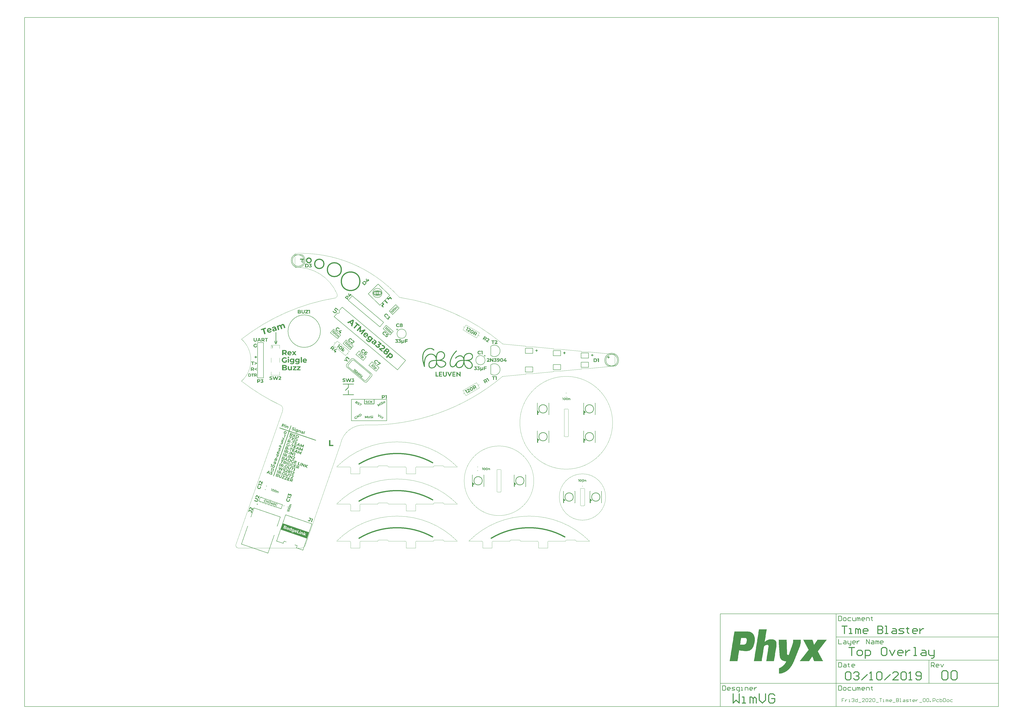
<source format=gto>
G04*
G04 #@! TF.GenerationSoftware,Altium Limited,Altium Designer,18.1.11 (251)*
G04*
G04 Layer_Color=65535*
%FSLAX25Y25*%
%MOIN*%
G70*
G01*
G75*
%ADD10C,0.00984*%
%ADD11C,0.00787*%
%ADD12C,0.00591*%
%ADD13C,0.01968*%
%ADD14C,0.01000*%
%ADD15C,0.00394*%
%ADD16C,0.01575*%
%ADD17C,0.00197*%
G36*
X130518Y481461D02*
X129169Y479921D01*
X129180D01*
X129202Y479916D01*
X129245Y479905D01*
X129300Y479894D01*
X129366Y479878D01*
X129442Y479856D01*
X129524Y479834D01*
X129617Y479801D01*
X129710Y479763D01*
X129808Y479725D01*
X129906Y479676D01*
X130010Y479621D01*
X130108Y479561D01*
X130201Y479496D01*
X130288Y479419D01*
X130370Y479337D01*
X130376Y479332D01*
X130387Y479315D01*
X130409Y479288D01*
X130436Y479255D01*
X130468Y479212D01*
X130501Y479157D01*
X130540Y479097D01*
X130583Y479026D01*
X130621Y478944D01*
X130660Y478862D01*
X130692Y478769D01*
X130725Y478666D01*
X130753Y478562D01*
X130774Y478447D01*
X130785Y478333D01*
X130791Y478207D01*
Y478202D01*
Y478185D01*
Y478158D01*
X130785Y478120D01*
Y478071D01*
X130774Y478016D01*
X130769Y477956D01*
X130758Y477890D01*
X130725Y477743D01*
X130676Y477579D01*
X130643Y477492D01*
X130611Y477410D01*
X130567Y477322D01*
X130518Y477241D01*
X130512Y477235D01*
X130507Y477224D01*
X130490Y477197D01*
X130468Y477170D01*
X130436Y477131D01*
X130403Y477088D01*
X130359Y477039D01*
X130310Y476990D01*
X130256Y476935D01*
X130195Y476880D01*
X130125Y476820D01*
X130048Y476760D01*
X129966Y476706D01*
X129879Y476646D01*
X129786Y476591D01*
X129682Y476542D01*
X129677Y476536D01*
X129655Y476531D01*
X129628Y476520D01*
X129584Y476504D01*
X129529Y476482D01*
X129464Y476460D01*
X129387Y476438D01*
X129300Y476411D01*
X129207Y476389D01*
X129104Y476362D01*
X128989Y476340D01*
X128869Y476323D01*
X128743Y476301D01*
X128607Y476291D01*
X128459Y476285D01*
X128312Y476280D01*
X128252D01*
X128203Y476285D01*
X128148D01*
X128077Y476291D01*
X128001Y476296D01*
X127919Y476301D01*
X127826Y476307D01*
X127728Y476318D01*
X127520Y476351D01*
X127296Y476389D01*
X127067Y476443D01*
X127061D01*
X127040Y476449D01*
X127007Y476460D01*
X126963Y476476D01*
X126914Y476493D01*
X126854Y476509D01*
X126783Y476536D01*
X126707Y476564D01*
X126548Y476629D01*
X126374Y476711D01*
X126199Y476804D01*
X126035Y476913D01*
X126570Y477972D01*
X126576Y477967D01*
X126586Y477961D01*
X126603Y477950D01*
X126630Y477929D01*
X126663Y477907D01*
X126701Y477885D01*
X126745Y477858D01*
X126794Y477825D01*
X126909Y477765D01*
X127045Y477694D01*
X127192Y477634D01*
X127356Y477574D01*
X127362D01*
X127378Y477568D01*
X127400Y477563D01*
X127433Y477552D01*
X127477Y477541D01*
X127526Y477530D01*
X127580Y477519D01*
X127640Y477508D01*
X127711Y477492D01*
X127782Y477481D01*
X127935Y477459D01*
X128104Y477443D01*
X128279Y477437D01*
X128328D01*
X128366Y477443D01*
X128410D01*
X128459Y477448D01*
X128514Y477454D01*
X128574Y477464D01*
X128705Y477486D01*
X128841Y477519D01*
X128978Y477568D01*
X129098Y477634D01*
X129104D01*
X129109Y477645D01*
X129147Y477672D01*
X129191Y477716D01*
X129251Y477781D01*
X129306Y477863D01*
X129349Y477961D01*
X129387Y478076D01*
X129393Y478141D01*
X129398Y478207D01*
Y478218D01*
Y478240D01*
X129393Y478273D01*
X129382Y478322D01*
X129366Y478376D01*
X129338Y478436D01*
X129306Y478507D01*
X129256Y478573D01*
X129202Y478644D01*
X129125Y478709D01*
X129033Y478769D01*
X128929Y478824D01*
X128798Y478873D01*
X128727Y478890D01*
X128650Y478906D01*
X128563Y478922D01*
X128476Y478933D01*
X128383Y478939D01*
X127646D01*
Y479856D01*
X128874Y481248D01*
X126330D01*
Y482362D01*
X130518D01*
Y481461D01*
D02*
G37*
G36*
X122563Y482357D02*
X122650Y482351D01*
X122748Y482340D01*
X122857Y482329D01*
X122983Y482313D01*
X123114Y482297D01*
X123250Y482269D01*
X123392Y482242D01*
X123540Y482204D01*
X123687Y482160D01*
X123835Y482111D01*
X123982Y482051D01*
X124124Y481985D01*
X124135Y481980D01*
X124157Y481969D01*
X124195Y481947D01*
X124250Y481914D01*
X124310Y481876D01*
X124381Y481833D01*
X124462Y481778D01*
X124550Y481718D01*
X124643Y481647D01*
X124735Y481565D01*
X124834Y481483D01*
X124932Y481385D01*
X125025Y481286D01*
X125118Y481177D01*
X125205Y481063D01*
X125287Y480937D01*
X125293Y480932D01*
X125303Y480904D01*
X125325Y480871D01*
X125353Y480817D01*
X125385Y480751D01*
X125418Y480675D01*
X125456Y480588D01*
X125495Y480489D01*
X125533Y480380D01*
X125571Y480260D01*
X125604Y480129D01*
X125636Y479992D01*
X125664Y479845D01*
X125686Y479692D01*
X125697Y479534D01*
X125702Y479370D01*
Y479359D01*
Y479332D01*
Y479283D01*
X125697Y479217D01*
X125691Y479141D01*
X125680Y479048D01*
X125669Y478950D01*
X125653Y478835D01*
X125631Y478715D01*
X125598Y478589D01*
X125566Y478458D01*
X125527Y478327D01*
X125478Y478191D01*
X125424Y478054D01*
X125358Y477923D01*
X125287Y477792D01*
X125282Y477787D01*
X125265Y477765D01*
X125243Y477727D01*
X125211Y477683D01*
X125167Y477623D01*
X125118Y477563D01*
X125058Y477486D01*
X124987Y477410D01*
X124910Y477328D01*
X124823Y477241D01*
X124725Y477153D01*
X124621Y477071D01*
X124512Y476984D01*
X124392Y476902D01*
X124260Y476820D01*
X124124Y476749D01*
X124113Y476744D01*
X124091Y476733D01*
X124048Y476717D01*
X123993Y476689D01*
X123922Y476662D01*
X123835Y476635D01*
X123736Y476596D01*
X123627Y476564D01*
X123507Y476531D01*
X123376Y476498D01*
X123234Y476465D01*
X123081Y476438D01*
X122923Y476411D01*
X122754Y476394D01*
X122579Y476383D01*
X122399Y476378D01*
X119680D01*
Y482362D01*
X122492D01*
X122563Y482357D01*
D02*
G37*
G36*
X224642Y453402D02*
X225777Y454537D01*
X224982Y455333D01*
X225908Y456259D01*
X226704Y455464D01*
X227391Y456151D01*
X228186Y455356D01*
X227499Y454669D01*
X228387Y453781D01*
X227430Y452823D01*
X226542Y453711D01*
X224264Y451433D01*
X223607Y452090D01*
X222916Y456773D01*
X223943Y457800D01*
X224642Y453402D01*
D02*
G37*
G36*
X220777Y453113D02*
X220920Y453101D01*
X221063Y453082D01*
X221210Y453051D01*
X221218D01*
X221245Y453040D01*
X221283Y453032D01*
X221341Y453013D01*
X221411Y452989D01*
X221488Y452958D01*
X221577Y452924D01*
X221673Y452881D01*
X221777Y452831D01*
X221889Y452773D01*
X222005Y452704D01*
X222125Y452630D01*
X222248Y452545D01*
X222372Y452453D01*
X222492Y452348D01*
X222611Y452237D01*
X222619Y452229D01*
X222638Y452209D01*
X222673Y452175D01*
X222716Y452125D01*
X222766Y452067D01*
X222824Y451993D01*
X222885Y451916D01*
X222955Y451823D01*
X223024Y451723D01*
X223090Y451611D01*
X223160Y451495D01*
X223225Y451375D01*
X223287Y451244D01*
X223345Y451109D01*
X223391Y450970D01*
X223434Y450827D01*
Y450819D01*
X223438Y450793D01*
X223449Y450750D01*
X223457Y450696D01*
X223468Y450623D01*
X223476Y450545D01*
X223488Y450449D01*
X223492Y450345D01*
X223495Y450233D01*
Y450109D01*
X223488Y449978D01*
X223472Y449847D01*
X223457Y449708D01*
X223430Y449565D01*
X223395Y449414D01*
X223349Y449267D01*
X223345Y449256D01*
X223337Y449233D01*
X223318Y449190D01*
X223299Y449132D01*
X223268Y449063D01*
X223225Y448982D01*
X223183Y448885D01*
X223129Y448785D01*
X223067Y448677D01*
X222997Y448561D01*
X222920Y448437D01*
X222831Y448310D01*
X222739Y448179D01*
X222631Y448047D01*
X222515Y447916D01*
X222391Y447785D01*
X220469Y445862D01*
X216237Y450094D01*
X218226Y452082D01*
X218280Y452128D01*
X218345Y452186D01*
X218422Y452248D01*
X218507Y452317D01*
X218608Y452395D01*
X218712Y452476D01*
X218828Y452553D01*
X218947Y452634D01*
X219079Y452711D01*
X219214Y452785D01*
X219353Y452854D01*
X219499Y452916D01*
X219646Y452970D01*
X219658Y452974D01*
X219681Y452982D01*
X219723Y452993D01*
X219785Y453009D01*
X219855Y453024D01*
X219936Y453043D01*
X220032Y453063D01*
X220136Y453082D01*
X220252Y453097D01*
X220376Y453105D01*
X220503Y453117D01*
X220642D01*
X220777Y453113D01*
D02*
G37*
G36*
X194907Y428512D02*
X195939Y429741D01*
X195077Y430465D01*
X195919Y431468D01*
X196781Y430745D01*
X197406Y431490D01*
X198267Y430767D01*
X197642Y430022D01*
X198604Y429215D01*
X197734Y428178D01*
X196772Y428985D01*
X194701Y426517D01*
X193990Y427114D01*
X192894Y431719D01*
X193827Y432832D01*
X194907Y428512D01*
D02*
G37*
G36*
X191152Y428191D02*
X191258Y428181D01*
X191265Y428182D01*
X191285Y428180D01*
X191313Y428170D01*
X191356Y428162D01*
X191404Y428151D01*
X191467Y428133D01*
X191534Y428120D01*
X191611Y428092D01*
X191687Y428063D01*
X191779Y428029D01*
X191867Y427990D01*
X191961Y427940D01*
X192054Y427890D01*
X192153Y427829D01*
X192244Y427760D01*
X192344Y427683D01*
X192348Y427679D01*
X192365Y427666D01*
X192394Y427641D01*
X192424Y427609D01*
X192466Y427566D01*
X192513Y427520D01*
X192565Y427462D01*
X192620Y427401D01*
X192677Y427332D01*
X192734Y427256D01*
X192787Y427175D01*
X192845Y427091D01*
X192896Y426999D01*
X192943Y426902D01*
X192987Y426801D01*
X193023Y426700D01*
X193024Y426692D01*
X193029Y426673D01*
X193039Y426643D01*
X193047Y426601D01*
X193055Y426552D01*
X193068Y426491D01*
X193078Y426418D01*
X193089Y426345D01*
X193096Y426261D01*
X193096Y426168D01*
X193101Y426071D01*
X193094Y425970D01*
X193084Y425864D01*
X193071Y425755D01*
X193053Y425641D01*
X193021Y425526D01*
X193017Y425521D01*
X193012Y425497D01*
X192999Y425465D01*
X192983Y425421D01*
X192965Y425365D01*
X192936Y425297D01*
X192904Y425224D01*
X192864Y425144D01*
X192826Y425055D01*
X192772Y424957D01*
X192715Y424855D01*
X192655Y424749D01*
X192587Y424643D01*
X192507Y424531D01*
X192420Y424419D01*
X192330Y424302D01*
X191554Y423378D01*
X192817Y422318D01*
X191926Y421256D01*
X187341Y425102D01*
X189058Y427147D01*
X189101Y427190D01*
X189143Y427240D01*
X189204Y427296D01*
X189264Y427359D01*
X189336Y427428D01*
X189418Y427501D01*
X189501Y427574D01*
X189686Y427718D01*
X189784Y427792D01*
X189887Y427856D01*
X189994Y427923D01*
X190101Y427975D01*
X190109Y427976D01*
X190127Y427989D01*
X190157Y427999D01*
X190202Y428019D01*
X190255Y428039D01*
X190315Y428060D01*
X190383Y428081D01*
X190462Y428108D01*
X190545Y428130D01*
X190637Y428146D01*
X190732Y428166D01*
X190831Y428182D01*
X190936Y428188D01*
X191040Y428193D01*
X191152Y428191D01*
D02*
G37*
G36*
X274694Y409663D02*
X274730Y409658D01*
X274774Y409655D01*
X274826Y409645D01*
X274885Y409627D01*
X274952Y409611D01*
X275024Y409586D01*
X275096Y409555D01*
X275178Y409519D01*
X275261Y409472D01*
X275348Y409416D01*
X275436Y409354D01*
X275523Y409282D01*
X275613Y409197D01*
X276854Y407956D01*
X276223Y407326D01*
X275080Y408468D01*
X275078Y408471D01*
X275070Y408479D01*
X275055Y408494D01*
X275037Y408507D01*
X275013Y408530D01*
X274988Y408551D01*
X274954Y408574D01*
X274923Y408600D01*
X274846Y408646D01*
X274761Y408690D01*
X274674Y408726D01*
X274630Y408734D01*
X274584Y408739D01*
X274581Y408741D01*
X274573Y408739D01*
X274542D01*
X274496Y408734D01*
X274437Y408721D01*
X274367Y408698D01*
X274293Y408664D01*
X274211Y408613D01*
X274172Y408579D01*
X274131Y408543D01*
X274108Y408520D01*
X274095Y408502D01*
X274077Y408479D01*
X274056Y408453D01*
X274036Y408422D01*
X274012Y408389D01*
X273969Y408309D01*
X273948Y408268D01*
X273930Y408219D01*
X273917Y408170D01*
X273904Y408121D01*
X273899Y408070D01*
X273897Y408015D01*
Y408010D01*
X273899Y408003D01*
Y407987D01*
X273904Y407967D01*
X273909Y407941D01*
X273915Y407910D01*
X273925Y407874D01*
X273938Y407835D01*
X273953Y407794D01*
X273974Y407748D01*
X273997Y407704D01*
X274025Y407650D01*
X274059Y407601D01*
X274097Y407547D01*
X274144Y407495D01*
X274195Y407439D01*
X275266Y406368D01*
X274635Y405738D01*
X272468Y407905D01*
X273070Y408507D01*
X273325Y408252D01*
Y408257D01*
Y408262D01*
Y408278D01*
Y408299D01*
Y408350D01*
X273330Y408417D01*
X273341Y408494D01*
X273359Y408584D01*
X273384Y408677D01*
X273420Y408775D01*
X273423Y408777D01*
X273426Y408785D01*
X273431Y408801D01*
X273441Y408821D01*
X273451Y408842D01*
X273467Y408867D01*
X273485Y408901D01*
X273503Y408934D01*
X273526Y408968D01*
X273549Y409006D01*
X273606Y409089D01*
X273675Y409174D01*
X273752Y409256D01*
X273770Y409274D01*
X273794Y409292D01*
X273822Y409320D01*
X273861Y409349D01*
X273907Y409385D01*
X273958Y409421D01*
X274018Y409459D01*
X274079Y409495D01*
X274149Y409534D01*
X274223Y409567D01*
X274301Y409598D01*
X274380Y409627D01*
X274468Y409647D01*
X274553Y409660D01*
X274645Y409665D01*
X274666D01*
X274694Y409663D01*
D02*
G37*
G36*
X271330Y407426D02*
X271408Y407421D01*
X271487Y407413D01*
X271570Y407398D01*
X271660Y407380D01*
X271747Y407354D01*
X271837Y407326D01*
X271843D01*
X271861Y407318D01*
X271886Y407308D01*
X271920Y407290D01*
X271964Y407272D01*
X272012Y407248D01*
X272069Y407218D01*
X272136Y407182D01*
X272205Y407143D01*
X272277Y407097D01*
X272355Y407045D01*
X272437Y406988D01*
X272517Y406924D01*
X272602Y406855D01*
X272687Y406780D01*
X272774Y406698D01*
X272779Y406693D01*
X272795Y406677D01*
X272818Y406654D01*
X272849Y406618D01*
X272885Y406577D01*
X272929Y406528D01*
X272975Y406471D01*
X273024Y406412D01*
X273075Y406340D01*
X273127Y406268D01*
X273183Y406191D01*
X273232Y406111D01*
X273281Y406026D01*
X273328Y405938D01*
X273369Y405851D01*
X273405Y405758D01*
Y405753D01*
X273413Y405735D01*
X273420Y405712D01*
X273431Y405676D01*
X273444Y405632D01*
X273454Y405581D01*
X273469Y405524D01*
X273480Y405462D01*
X273490Y405390D01*
X273500Y405318D01*
X273505Y405241D01*
X273508Y405161D01*
Y405079D01*
X273503Y404996D01*
X273495Y404911D01*
X273477Y404826D01*
Y404821D01*
X273472Y404806D01*
X273464Y404783D01*
X273454Y404752D01*
X273441Y404713D01*
X273426Y404667D01*
X273405Y404615D01*
X273382Y404561D01*
X273353Y404502D01*
X273320Y404438D01*
X273284Y404371D01*
X273243Y404304D01*
X273194Y404234D01*
X273142Y404168D01*
X273083Y404098D01*
X273021Y404031D01*
X272988Y403998D01*
X272960Y403974D01*
X272926Y403946D01*
X272885Y403915D01*
X272841Y403882D01*
X272792Y403843D01*
X272733Y403805D01*
X272674Y403766D01*
X272610Y403727D01*
X272537Y403691D01*
X272465Y403655D01*
X272388Y403624D01*
X272308Y403596D01*
X272226Y403576D01*
X272221D01*
X272205Y403570D01*
X272182Y403568D01*
X272149Y403565D01*
X272110Y403557D01*
X272059Y403552D01*
X272005Y403550D01*
X271943D01*
X271873Y403547D01*
X271804Y403550D01*
X271727Y403555D01*
X271644Y403565D01*
X271562Y403581D01*
X271475Y403596D01*
X271387Y403622D01*
X271297Y403650D01*
X271289Y403653D01*
X271274Y403658D01*
X271248Y403668D01*
X271215Y403686D01*
X271171Y403704D01*
X271119Y403730D01*
X271063Y403761D01*
X270998Y403794D01*
X270929Y403833D01*
X270854Y403882D01*
X270777Y403933D01*
X270695Y403990D01*
X270615Y404054D01*
X270530Y404124D01*
X270445Y404198D01*
X270357Y404281D01*
X270355Y404283D01*
X270352Y404286D01*
X270337Y404301D01*
X270314Y404324D01*
X270283Y404360D01*
X270247Y404402D01*
X270203Y404451D01*
X270157Y404507D01*
X270110Y404569D01*
X270056Y404638D01*
X270005Y404711D01*
X269953Y404788D01*
X269899Y404868D01*
X269850Y404952D01*
X269804Y405040D01*
X269763Y405128D01*
X269729Y405218D01*
Y405223D01*
X269722Y405241D01*
X269714Y405264D01*
X269704Y405300D01*
X269691Y405344D01*
X269681Y405395D01*
X269665Y405452D01*
X269655Y405514D01*
X269642Y405583D01*
X269634Y405658D01*
X269629Y405735D01*
X269624Y405812D01*
Y405895D01*
X269629Y405977D01*
X269639Y406064D01*
X269655Y406147D01*
Y406152D01*
X269660Y406167D01*
X269668Y406191D01*
X269675Y406224D01*
X269688Y406263D01*
X269706Y406306D01*
X269727Y406358D01*
X269750Y406417D01*
X269778Y406476D01*
X269809Y406538D01*
X269848Y406602D01*
X269889Y406674D01*
X269935Y406741D01*
X269989Y406811D01*
X270046Y406878D01*
X270108Y406945D01*
X270141Y406978D01*
X270169Y407001D01*
X270203Y407030D01*
X270244Y407060D01*
X270290Y407097D01*
X270339Y407135D01*
X270396Y407171D01*
X270458Y407212D01*
X270525Y407248D01*
X270592Y407284D01*
X270666Y407318D01*
X270743Y407349D01*
X270823Y407377D01*
X270906Y407398D01*
X270911D01*
X270926Y407403D01*
X270949Y407405D01*
X270983Y407413D01*
X271024Y407418D01*
X271073Y407421D01*
X271130Y407426D01*
X271189Y407429D01*
X271256D01*
X271330Y407426D01*
D02*
G37*
G36*
X176301Y404313D02*
X175413Y403255D01*
X171682Y406386D01*
X170910Y405465D01*
X170056Y406181D01*
X171717Y408160D01*
X176301Y404313D01*
D02*
G37*
G36*
X268594Y404690D02*
X268671Y404685D01*
X268751Y404677D01*
X268834Y404662D01*
X268924Y404644D01*
X269011Y404618D01*
X269101Y404590D01*
X269107D01*
X269125Y404582D01*
X269150Y404572D01*
X269184Y404554D01*
X269228Y404536D01*
X269276Y404512D01*
X269333Y404482D01*
X269400Y404446D01*
X269469Y404407D01*
X269542Y404360D01*
X269619Y404309D01*
X269701Y404252D01*
X269781Y404188D01*
X269866Y404119D01*
X269951Y404044D01*
X270038Y403962D01*
X270043Y403956D01*
X270059Y403941D01*
X270082Y403918D01*
X270113Y403882D01*
X270149Y403841D01*
X270193Y403792D01*
X270239Y403735D01*
X270288Y403676D01*
X270339Y403604D01*
X270391Y403532D01*
X270447Y403454D01*
X270496Y403375D01*
X270545Y403290D01*
X270592Y403202D01*
X270633Y403115D01*
X270669Y403022D01*
Y403017D01*
X270677Y402999D01*
X270684Y402976D01*
X270695Y402940D01*
X270708Y402896D01*
X270718Y402844D01*
X270733Y402788D01*
X270743Y402726D01*
X270754Y402654D01*
X270764Y402582D01*
X270769Y402505D01*
X270772Y402425D01*
Y402343D01*
X270767Y402260D01*
X270759Y402175D01*
X270741Y402090D01*
Y402085D01*
X270736Y402070D01*
X270728Y402047D01*
X270718Y402016D01*
X270705Y401977D01*
X270689Y401931D01*
X270669Y401879D01*
X270646Y401825D01*
X270617Y401766D01*
X270584Y401702D01*
X270548Y401635D01*
X270507Y401568D01*
X270458Y401498D01*
X270406Y401432D01*
X270347Y401362D01*
X270285Y401295D01*
X270252Y401262D01*
X270224Y401238D01*
X270190Y401210D01*
X270149Y401179D01*
X270105Y401146D01*
X270056Y401107D01*
X269997Y401069D01*
X269938Y401030D01*
X269873Y400991D01*
X269801Y400955D01*
X269729Y400919D01*
X269652Y400888D01*
X269572Y400860D01*
X269490Y400840D01*
X269485D01*
X269469Y400834D01*
X269446Y400832D01*
X269413Y400829D01*
X269374Y400821D01*
X269323Y400816D01*
X269269Y400814D01*
X269207D01*
X269137Y400811D01*
X269068Y400814D01*
X268991Y400819D01*
X268908Y400829D01*
X268826Y400845D01*
X268739Y400860D01*
X268651Y400886D01*
X268561Y400914D01*
X268553Y400917D01*
X268538Y400922D01*
X268512Y400932D01*
X268478Y400950D01*
X268435Y400968D01*
X268383Y400994D01*
X268327Y401025D01*
X268262Y401058D01*
X268193Y401097D01*
X268118Y401146D01*
X268041Y401197D01*
X267959Y401254D01*
X267879Y401318D01*
X267794Y401388D01*
X267709Y401462D01*
X267621Y401545D01*
X267619Y401547D01*
X267616Y401550D01*
X267601Y401565D01*
X267578Y401588D01*
X267547Y401624D01*
X267511Y401666D01*
X267467Y401715D01*
X267421Y401771D01*
X267374Y401833D01*
X267320Y401902D01*
X267269Y401975D01*
X267217Y402052D01*
X267163Y402132D01*
X267114Y402216D01*
X267068Y402304D01*
X267027Y402391D01*
X266993Y402482D01*
Y402487D01*
X266986Y402505D01*
X266978Y402528D01*
X266968Y402564D01*
X266955Y402608D01*
X266945Y402659D01*
X266929Y402716D01*
X266919Y402778D01*
X266906Y402847D01*
X266898Y402922D01*
X266893Y402999D01*
X266888Y403076D01*
Y403159D01*
X266893Y403241D01*
X266903Y403328D01*
X266919Y403411D01*
Y403416D01*
X266924Y403431D01*
X266932Y403454D01*
X266939Y403488D01*
X266952Y403527D01*
X266970Y403570D01*
X266991Y403622D01*
X267014Y403681D01*
X267042Y403740D01*
X267073Y403802D01*
X267112Y403866D01*
X267153Y403938D01*
X267199Y404005D01*
X267253Y404075D01*
X267310Y404142D01*
X267372Y404209D01*
X267405Y404242D01*
X267434Y404265D01*
X267467Y404294D01*
X267508Y404324D01*
X267554Y404360D01*
X267603Y404399D01*
X267660Y404435D01*
X267722Y404476D01*
X267789Y404512D01*
X267856Y404548D01*
X267930Y404582D01*
X268007Y404613D01*
X268087Y404641D01*
X268170Y404662D01*
X268175D01*
X268190Y404667D01*
X268213Y404669D01*
X268247Y404677D01*
X268288Y404682D01*
X268337Y404685D01*
X268394Y404690D01*
X268453Y404693D01*
X268520D01*
X268594Y404690D01*
D02*
G37*
G36*
X172165Y403479D02*
X172169Y403475D01*
X172177Y403468D01*
X172190Y403457D01*
X172211Y403440D01*
X172232Y403422D01*
X172258Y403394D01*
X172291Y403366D01*
X172325Y403330D01*
X172402Y403251D01*
X172487Y403158D01*
X172582Y403050D01*
X172682Y402931D01*
X172778Y402800D01*
X172872Y402657D01*
X172963Y402502D01*
X173051Y402343D01*
X173124Y402175D01*
X173186Y401995D01*
X173229Y401816D01*
X173257Y401629D01*
X173258Y401621D01*
X173261Y401582D01*
X173258Y401528D01*
X173256Y401458D01*
X173252Y401369D01*
X173239Y401259D01*
X173218Y401141D01*
X173191Y401007D01*
X173157Y400864D01*
X173109Y400705D01*
X173050Y400541D01*
X172979Y400372D01*
X172890Y400197D01*
X172782Y400017D01*
X172662Y399833D01*
X172515Y399649D01*
X172480Y399607D01*
X172455Y399586D01*
X172406Y399527D01*
X172370Y399493D01*
X172295Y399421D01*
X172202Y399335D01*
X172094Y399240D01*
X171978Y399145D01*
X171847Y399048D01*
X171704Y398954D01*
X171557Y398864D01*
X171398Y398776D01*
X171230Y398704D01*
X171057Y398642D01*
X170879Y398599D01*
X170691Y398571D01*
X170679Y398574D01*
X170645Y398567D01*
X170591Y398570D01*
X170521Y398572D01*
X170427Y398579D01*
X170322Y398589D01*
X170200Y398606D01*
X170066Y398633D01*
X169916Y398666D01*
X169756Y398714D01*
X169592Y398773D01*
X169423Y398851D01*
X169241Y398940D01*
X169056Y399052D01*
X168871Y399179D01*
X168680Y399325D01*
X166112Y401480D01*
X167003Y402542D01*
X169534Y400419D01*
X169538Y400416D01*
X169546Y400409D01*
X169563Y400395D01*
X169591Y400378D01*
X169617Y400357D01*
X169654Y400333D01*
X169695Y400305D01*
X169740Y400275D01*
X169843Y400210D01*
X169968Y400147D01*
X170106Y400082D01*
X170257Y400033D01*
X170412Y399988D01*
X170585Y399965D01*
X170756Y399956D01*
X170844Y399968D01*
X170932Y399980D01*
X171020Y399999D01*
X171110Y400030D01*
X171200Y400069D01*
X171281Y400115D01*
X171373Y400173D01*
X171456Y400239D01*
X171538Y400319D01*
X171620Y400408D01*
X171658Y400454D01*
X171686Y400495D01*
X171717Y400540D01*
X171747Y400594D01*
X171784Y400655D01*
X171817Y400720D01*
X171853Y400797D01*
X171889Y400873D01*
X171916Y400957D01*
X171940Y401044D01*
X171956Y401131D01*
X171963Y401225D01*
X171966Y401322D01*
X171958Y401414D01*
X171957Y401422D01*
X171956Y401437D01*
X171946Y401467D01*
X171934Y401505D01*
X171923Y401551D01*
X171898Y401607D01*
X171873Y401670D01*
X171840Y401741D01*
X171799Y401811D01*
X171749Y401896D01*
X171691Y401980D01*
X171625Y402071D01*
X171547Y402165D01*
X171458Y402262D01*
X171360Y402358D01*
X171246Y402460D01*
X168716Y404584D01*
X169597Y405633D01*
X172165Y403479D01*
D02*
G37*
G36*
X118995Y400663D02*
Y400658D01*
Y400647D01*
Y400631D01*
Y400603D01*
Y400576D01*
X118989Y400538D01*
Y400494D01*
X118984Y400445D01*
X118973Y400336D01*
X118957Y400210D01*
X118935Y400068D01*
X118907Y399915D01*
X118869Y399757D01*
X118820Y399593D01*
X118760Y399424D01*
X118695Y399254D01*
X118613Y399091D01*
X118514Y398927D01*
X118405Y398780D01*
X118280Y398638D01*
X118274Y398632D01*
X118247Y398605D01*
X118203Y398572D01*
X118149Y398528D01*
X118078Y398474D01*
X117985Y398414D01*
X117881Y398354D01*
X117761Y398288D01*
X117630Y398223D01*
X117477Y398157D01*
X117313Y398097D01*
X117139Y398042D01*
X116947Y397999D01*
X116740Y397966D01*
X116522Y397939D01*
X116287Y397933D01*
X116232D01*
X116199Y397939D01*
X116123D01*
X116074Y397944D01*
X115970Y397955D01*
X115845Y397971D01*
X115702Y397993D01*
X115555Y398021D01*
X115397Y398059D01*
X115233Y398108D01*
X115069Y398163D01*
X114900Y398228D01*
X114736Y398310D01*
X114578Y398403D01*
X114430Y398512D01*
X114288Y398638D01*
X114283Y398649D01*
X114256Y398670D01*
X114223Y398714D01*
X114179Y398769D01*
X114125Y398845D01*
X114065Y398932D01*
X113999Y399036D01*
X113933Y399156D01*
X113863Y399293D01*
X113797Y399446D01*
X113737Y399609D01*
X113688Y399790D01*
X113639Y399986D01*
X113606Y400199D01*
X113584Y400423D01*
X113573Y400663D01*
Y404016D01*
X114960D01*
Y400712D01*
Y400707D01*
Y400696D01*
Y400674D01*
X114965Y400641D01*
Y400609D01*
X114971Y400565D01*
X114976Y400516D01*
X114982Y400461D01*
X114998Y400341D01*
X115031Y400205D01*
X115069Y400057D01*
X115129Y399910D01*
X115195Y399762D01*
X115287Y399615D01*
X115391Y399478D01*
X115457Y399418D01*
X115522Y399358D01*
X115593Y399304D01*
X115675Y399254D01*
X115763Y399211D01*
X115850Y399178D01*
X115954Y399145D01*
X116057Y399124D01*
X116172Y399113D01*
X116292Y399107D01*
X116352D01*
X116401Y399113D01*
X116456Y399118D01*
X116516Y399129D01*
X116587Y399140D01*
X116658Y399156D01*
X116740Y399178D01*
X116822Y399200D01*
X116904Y399233D01*
X116986Y399271D01*
X117062Y399315D01*
X117139Y399369D01*
X117215Y399429D01*
X117280Y399495D01*
X117286Y399500D01*
X117297Y399511D01*
X117313Y399538D01*
X117335Y399571D01*
X117362Y399609D01*
X117390Y399664D01*
X117422Y399724D01*
X117455Y399795D01*
X117482Y399871D01*
X117515Y399964D01*
X117543Y400063D01*
X117570Y400172D01*
X117592Y400292D01*
X117608Y400423D01*
X117619Y400560D01*
X117624Y400712D01*
Y404016D01*
X118995D01*
Y400663D01*
D02*
G37*
G36*
X268538Y399640D02*
X267886Y398989D01*
X265591Y401285D01*
X265024Y400718D01*
X264499Y401244D01*
X265717Y402461D01*
X268538Y399640D01*
D02*
G37*
G36*
X128031Y398031D02*
X126650D01*
Y402902D01*
X125449D01*
Y404016D01*
X128031D01*
Y398031D01*
D02*
G37*
G36*
X125083Y403115D02*
X121807Y399156D01*
X125208D01*
Y398031D01*
X119978D01*
Y398927D01*
X123259Y402885D01*
X120049D01*
Y404016D01*
X125083D01*
Y403115D01*
D02*
G37*
G36*
X110188Y404010D02*
X110281Y404005D01*
X110384Y403994D01*
X110505Y403983D01*
X110630Y403961D01*
X110761Y403939D01*
X110903Y403912D01*
X111040Y403879D01*
X111182Y403841D01*
X111318Y403792D01*
X111449Y403732D01*
X111575Y403672D01*
X111689Y403595D01*
X111695Y403590D01*
X111717Y403573D01*
X111744Y403552D01*
X111782Y403519D01*
X111826Y403475D01*
X111875Y403426D01*
X111930Y403366D01*
X111984Y403295D01*
X112039Y403219D01*
X112088Y403131D01*
X112137Y403038D01*
X112181Y402940D01*
X112219Y402831D01*
X112246Y402716D01*
X112268Y402591D01*
X112274Y402460D01*
Y402454D01*
Y402438D01*
Y402416D01*
X112268Y402389D01*
Y402350D01*
X112263Y402301D01*
X112257Y402252D01*
X112246Y402198D01*
X112224Y402077D01*
X112186Y401946D01*
X112132Y401810D01*
X112061Y401679D01*
Y401673D01*
X112050Y401662D01*
X112039Y401646D01*
X112022Y401624D01*
X111973Y401564D01*
X111908Y401488D01*
X111826Y401400D01*
X111728Y401313D01*
X111608Y401226D01*
X111476Y401144D01*
X111482D01*
X111498Y401138D01*
X111526Y401127D01*
X111564Y401111D01*
X111602Y401095D01*
X111657Y401073D01*
X111711Y401045D01*
X111771Y401013D01*
X111897Y400936D01*
X112033Y400843D01*
X112159Y400729D01*
X112279Y400598D01*
X112285Y400592D01*
X112290Y400581D01*
X112306Y400560D01*
X112323Y400532D01*
X112350Y400494D01*
X112372Y400450D01*
X112399Y400396D01*
X112426Y400336D01*
X112454Y400276D01*
X112481Y400205D01*
X112508Y400123D01*
X112530Y400041D01*
X112563Y399861D01*
X112568Y399768D01*
X112574Y399664D01*
Y399653D01*
Y399631D01*
X112568Y399588D01*
X112563Y399533D01*
X112557Y399467D01*
X112541Y399391D01*
X112525Y399309D01*
X112497Y399216D01*
X112465Y399124D01*
X112426Y399025D01*
X112377Y398921D01*
X112317Y398823D01*
X112246Y398720D01*
X112164Y398627D01*
X112072Y398534D01*
X111962Y398452D01*
X111957Y398446D01*
X111935Y398435D01*
X111897Y398414D01*
X111848Y398386D01*
X111782Y398354D01*
X111706Y398321D01*
X111613Y398283D01*
X111509Y398244D01*
X111389Y398201D01*
X111258Y398163D01*
X111111Y398130D01*
X110952Y398097D01*
X110778Y398070D01*
X110592Y398048D01*
X110390Y398037D01*
X110177Y398031D01*
X107081D01*
Y404016D01*
X110111D01*
X110188Y404010D01*
D02*
G37*
G36*
X257230Y397704D02*
X257366Y397700D01*
X257505Y397693D01*
X257647Y397681D01*
X257794Y397658D01*
X257941Y397627D01*
X258091Y397585D01*
X258103Y397581D01*
X258126Y397573D01*
X258173Y397557D01*
X258227Y397534D01*
X258300Y397507D01*
X258381Y397473D01*
X258474Y397434D01*
X258578Y397384D01*
X258686Y397322D01*
X258802Y397260D01*
X258922Y397187D01*
X259049Y397106D01*
X259173Y397013D01*
X259300Y396917D01*
X259427Y396805D01*
X259551Y396689D01*
X259605Y396635D01*
X259640Y396592D01*
X259686Y396546D01*
X259736Y396480D01*
X259794Y396415D01*
X259856Y396338D01*
X259922Y396249D01*
X259987Y396160D01*
X260118Y395959D01*
X260184Y395847D01*
X260246Y395739D01*
X260300Y395623D01*
X260350Y395503D01*
Y395496D01*
X260362Y395477D01*
X260373Y395442D01*
X260389Y395395D01*
X260408Y395338D01*
X260427Y395264D01*
X260447Y395191D01*
X260466Y395102D01*
X260489Y395009D01*
X260508Y394905D01*
X260524Y394797D01*
X260535Y394685D01*
X260547Y394565D01*
X260551Y394446D01*
Y394322D01*
X260543Y394199D01*
X259335Y394249D01*
Y394256D01*
X259338Y394291D01*
Y394338D01*
X259335Y394403D01*
X259331Y394484D01*
X259323Y394577D01*
X259308Y394677D01*
X259288Y394789D01*
X259261Y394909D01*
X259227Y395036D01*
X259176Y395164D01*
X259122Y395295D01*
X259053Y395426D01*
X258972Y395561D01*
X258875Y395689D01*
X258763Y395809D01*
X258725Y395847D01*
X258694Y395870D01*
X258659Y395905D01*
X258617Y395940D01*
X258562Y395978D01*
X258505Y396021D01*
X258377Y396110D01*
X258227Y396199D01*
X258065Y396276D01*
X257976Y396310D01*
X257887Y396338D01*
X257883Y396341D01*
X257868D01*
X257837Y396349D01*
X257806Y396357D01*
X257759Y396364D01*
X257713Y396372D01*
X257590Y396388D01*
X257443Y396395D01*
X257281D01*
X257107Y396376D01*
X256929Y396338D01*
X256926Y396334D01*
X256906Y396330D01*
X256883Y396322D01*
X256848Y396310D01*
X256806Y396291D01*
X256756Y396272D01*
X256702Y396249D01*
X256640Y396218D01*
X256574Y396191D01*
X256505Y396152D01*
X256431Y396110D01*
X256358Y396059D01*
X256207Y395948D01*
X256134Y395882D01*
X256057Y395812D01*
X256053Y395809D01*
X256037Y395793D01*
X256018Y395774D01*
X255995Y395743D01*
X255960Y395708D01*
X255926Y395666D01*
X255887Y395612D01*
X255844Y395554D01*
X255756Y395426D01*
X255667Y395276D01*
X255590Y395114D01*
X255555Y395025D01*
X255528Y394936D01*
Y394928D01*
X255524Y394917D01*
X255516Y394886D01*
X255509Y394855D01*
X255501Y394809D01*
X255489Y394758D01*
X255474Y394635D01*
X255466Y394488D01*
X255470Y394330D01*
X255485Y394152D01*
X255524Y393975D01*
X255528Y393971D01*
X255532Y393952D01*
X255539Y393928D01*
X255551Y393894D01*
X255570Y393851D01*
X255590Y393801D01*
X255613Y393747D01*
X255644Y393685D01*
X255679Y393619D01*
X255717Y393550D01*
X255760Y393477D01*
X255810Y393403D01*
X255922Y393253D01*
X255987Y393179D01*
X256057Y393102D01*
X256084Y393075D01*
X256122Y393044D01*
X256173Y393002D01*
X256234Y392955D01*
X256308Y392905D01*
X256393Y392851D01*
X256489Y392793D01*
X256601Y392735D01*
X256721Y392685D01*
X256848Y392635D01*
X256987Y392596D01*
X257134Y392565D01*
X257288Y392542D01*
X257454Y392531D01*
X257624Y392538D01*
X257671Y391326D01*
X257663D01*
X257640D01*
X257605Y391322D01*
X257555Y391318D01*
X257493D01*
X257424D01*
X257343Y391322D01*
X257254Y391326D01*
X257161Y391334D01*
X257057Y391345D01*
X256949Y391361D01*
X256833Y391384D01*
X256717Y391407D01*
X256601Y391438D01*
X256478Y391477D01*
X256358Y391519D01*
X256350D01*
X256331Y391531D01*
X256296Y391550D01*
X256250Y391565D01*
X256196Y391596D01*
X256130Y391631D01*
X256053Y391670D01*
X255976Y391716D01*
X255883Y391770D01*
X255794Y391828D01*
X255690Y391894D01*
X255594Y391967D01*
X255489Y392048D01*
X255381Y392133D01*
X255277Y392230D01*
X255173Y392326D01*
X255146Y392353D01*
X255115Y392392D01*
X255068Y392438D01*
X255014Y392500D01*
X254957Y392573D01*
X254891Y392654D01*
X254821Y392747D01*
X254748Y392851D01*
X254675Y392963D01*
X254597Y393079D01*
X254524Y393206D01*
X254455Y393345D01*
X254389Y393480D01*
X254331Y393623D01*
X254281Y393774D01*
X254277Y393786D01*
X254269Y393809D01*
X254262Y393855D01*
X254246Y393909D01*
X254231Y393986D01*
X254215Y394071D01*
X254200Y394164D01*
X254184Y394272D01*
X254173Y394392D01*
X254165Y394515D01*
X254157Y394646D01*
Y394785D01*
X254169Y394928D01*
X254181Y395071D01*
X254204Y395226D01*
X254235Y395372D01*
X254238Y395384D01*
X254246Y395407D01*
X254258Y395449D01*
X254277Y395507D01*
X254300Y395577D01*
X254335Y395658D01*
X254374Y395751D01*
X254416Y395847D01*
X254466Y395959D01*
X254528Y396075D01*
X254597Y396191D01*
X254671Y396310D01*
X254756Y396434D01*
X254852Y396561D01*
X254957Y396681D01*
X255068Y396801D01*
X255076Y396809D01*
X255096Y396828D01*
X255134Y396859D01*
X255177Y396901D01*
X255238Y396955D01*
X255308Y397009D01*
X255389Y397075D01*
X255482Y397137D01*
X255582Y397206D01*
X255690Y397276D01*
X255806Y397345D01*
X255933Y397411D01*
X256061Y397476D01*
X256200Y397531D01*
X256343Y397588D01*
X256489Y397627D01*
X256501Y397631D01*
X256528Y397635D01*
X256570Y397646D01*
X256624Y397654D01*
X256698Y397666D01*
X256786Y397677D01*
X256883Y397689D01*
X256991Y397696D01*
X257107Y397704D01*
X257230D01*
D02*
G37*
G36*
X264547Y391554D02*
X263910Y390917D01*
X261867Y390782D01*
X261875Y390774D01*
X261887Y390755D01*
X261910Y390716D01*
X261941Y390670D01*
X261976Y390612D01*
X262014Y390542D01*
X262056Y390469D01*
X262099Y390380D01*
X262138Y390288D01*
X262180Y390191D01*
X262215Y390087D01*
X262250Y389975D01*
X262277Y389863D01*
X262296Y389751D01*
X262304Y389635D01*
Y389519D01*
Y389512D01*
X262300Y389492D01*
X262296Y389458D01*
X262292Y389415D01*
X262284Y389361D01*
X262269Y389299D01*
X262253Y389230D01*
X262234Y389149D01*
X262203Y389064D01*
X262172Y388979D01*
X262130Y388890D01*
X262080Y388793D01*
X262026Y388701D01*
X261960Y388604D01*
X261887Y388515D01*
X261802Y388423D01*
X261798Y388419D01*
X261786Y388407D01*
X261767Y388388D01*
X261736Y388365D01*
X261701Y388330D01*
X261655Y388299D01*
X261609Y388261D01*
X261555Y388222D01*
X261427Y388141D01*
X261277Y388060D01*
X261192Y388021D01*
X261111Y387986D01*
X261018Y387956D01*
X260925Y387932D01*
X260918D01*
X260906Y387929D01*
X260875Y387921D01*
X260840Y387917D01*
X260790Y387913D01*
X260736Y387906D01*
X260670Y387902D01*
X260601D01*
X260524D01*
X260443Y387906D01*
X260350Y387913D01*
X260254Y387925D01*
X260157Y387944D01*
X260053Y387963D01*
X259948Y387990D01*
X259840Y388029D01*
X259833D01*
X259813Y388041D01*
X259786Y388052D01*
X259744Y388071D01*
X259690Y388095D01*
X259628Y388125D01*
X259559Y388164D01*
X259477Y388207D01*
X259396Y388257D01*
X259304Y388311D01*
X259207Y388376D01*
X259111Y388450D01*
X259007Y388523D01*
X258902Y388612D01*
X258794Y388712D01*
X258686Y388813D01*
X258644Y388855D01*
X258613Y388894D01*
X258574Y388932D01*
X258528Y388986D01*
X258478Y389044D01*
X258423Y389106D01*
X258362Y389176D01*
X258300Y389253D01*
X258176Y389423D01*
X258045Y389608D01*
X257922Y389809D01*
X257918Y389813D01*
X257906Y389832D01*
X257891Y389863D01*
X257871Y389905D01*
X257848Y389952D01*
X257817Y390006D01*
X257786Y390075D01*
X257752Y390149D01*
X257686Y390307D01*
X257621Y390488D01*
X257563Y390677D01*
X257524Y390871D01*
X258651Y391241D01*
Y391233D01*
X258655Y391222D01*
X258659Y391203D01*
X258663Y391168D01*
X258671Y391129D01*
X258682Y391087D01*
X258694Y391037D01*
X258705Y390979D01*
X258744Y390855D01*
X258790Y390708D01*
X258852Y390562D01*
X258925Y390403D01*
X258929Y390400D01*
X258937Y390384D01*
X258949Y390365D01*
X258964Y390334D01*
X258987Y390295D01*
X259014Y390253D01*
X259045Y390207D01*
X259080Y390156D01*
X259119Y390094D01*
X259161Y390037D01*
X259254Y389913D01*
X259362Y389782D01*
X259481Y389654D01*
X259516Y389620D01*
X259547Y389597D01*
X259578Y389566D01*
X259616Y389535D01*
X259659Y389500D01*
X259709Y389465D01*
X259817Y389388D01*
X259937Y389315D01*
X260068Y389253D01*
X260199Y389214D01*
X260203Y389210D01*
X260215Y389214D01*
X260261Y389207D01*
X260323D01*
X260412Y389210D01*
X260508Y389230D01*
X260609Y389268D01*
X260717Y389322D01*
X260767Y389365D01*
X260817Y389407D01*
X260825Y389415D01*
X260840Y389430D01*
X260860Y389458D01*
X260887Y389500D01*
X260914Y389550D01*
X260937Y389612D01*
X260964Y389685D01*
X260976Y389766D01*
X260987Y389855D01*
X260979Y389956D01*
X260956Y390064D01*
X260922Y390176D01*
X260863Y390303D01*
X260825Y390365D01*
X260783Y390430D01*
X260732Y390504D01*
X260678Y390573D01*
X260616Y390643D01*
X260095Y391164D01*
X260744Y391813D01*
X262597Y391928D01*
X260798Y393728D01*
X261585Y394515D01*
X264547Y391554D01*
D02*
G37*
G36*
X277419Y381160D02*
X277484D01*
X277566Y381149D01*
X277654Y381144D01*
X277752Y381133D01*
X277861Y381117D01*
X277970Y381100D01*
X278205Y381051D01*
X278331Y381018D01*
X278451Y380986D01*
X278571Y380942D01*
X278691Y380893D01*
X278696Y380887D01*
X278718Y380882D01*
X278751Y380865D01*
X278795Y380844D01*
X278849Y380816D01*
X278915Y380778D01*
X278980Y380740D01*
X279057Y380691D01*
X279139Y380642D01*
X279226Y380581D01*
X279313Y380516D01*
X279401Y380445D01*
X279494Y380369D01*
X279581Y380287D01*
X279668Y380199D01*
X279750Y380106D01*
X278860Y379288D01*
X278855Y379293D01*
X278833Y379320D01*
X278800Y379353D01*
X278751Y379397D01*
X278691Y379451D01*
X278620Y379511D01*
X278538Y379571D01*
X278445Y379637D01*
X278342Y379702D01*
X278227Y379768D01*
X278101Y379823D01*
X277970Y379877D01*
X277828Y379921D01*
X277675Y379959D01*
X277517Y379981D01*
X277353Y379986D01*
X277299D01*
X277260Y379981D01*
X277211D01*
X277157Y379976D01*
X277091Y379964D01*
X277020Y379954D01*
X276867Y379926D01*
X276698Y379883D01*
X276529Y379823D01*
X276441Y379784D01*
X276360Y379741D01*
X276354D01*
X276343Y379730D01*
X276316Y379713D01*
X276289Y379697D01*
X276250Y379670D01*
X276212Y379642D01*
X276114Y379566D01*
X276005Y379468D01*
X275890Y379353D01*
X275781Y379217D01*
X275682Y379064D01*
Y379058D01*
X275672Y379042D01*
X275661Y379020D01*
X275644Y378987D01*
X275628Y378943D01*
X275606Y378894D01*
X275584Y378840D01*
X275562Y378774D01*
X275535Y378709D01*
X275513Y378632D01*
X275491Y378550D01*
X275475Y378463D01*
X275448Y378277D01*
X275442Y378179D01*
X275437Y378075D01*
Y378070D01*
Y378048D01*
Y378021D01*
X275442Y377983D01*
Y377933D01*
X275448Y377879D01*
X275459Y377813D01*
X275470Y377742D01*
X275497Y377589D01*
X275540Y377420D01*
X275601Y377251D01*
X275639Y377164D01*
X275682Y377082D01*
X275688Y377076D01*
X275693Y377065D01*
X275710Y377038D01*
X275726Y377011D01*
X275753Y376973D01*
X275781Y376929D01*
X275857Y376831D01*
X275956Y376721D01*
X276070Y376612D01*
X276207Y376497D01*
X276360Y376399D01*
X276365D01*
X276381Y376388D01*
X276403Y376377D01*
X276436Y376361D01*
X276480Y376345D01*
X276529Y376323D01*
X276583Y376301D01*
X276649Y376279D01*
X276720Y376257D01*
X276796Y376235D01*
X276878Y376214D01*
X276966Y376197D01*
X277151Y376170D01*
X277250Y376164D01*
X277353Y376159D01*
X277392D01*
X277441Y376164D01*
X277506Y376170D01*
X277583Y376181D01*
X277670Y376197D01*
X277768Y376219D01*
X277877Y376246D01*
X277998Y376285D01*
X278118Y376334D01*
X278243Y376388D01*
X278369Y376459D01*
X278494Y376541D01*
X278620Y376634D01*
X278746Y376743D01*
X278860Y376869D01*
X279750Y376044D01*
X279745Y376039D01*
X279728Y376022D01*
X279707Y375995D01*
X279674Y375957D01*
X279630Y375913D01*
X279581Y375864D01*
X279521Y375810D01*
X279455Y375749D01*
X279384Y375689D01*
X279303Y375624D01*
X279215Y375558D01*
X279117Y375493D01*
X279019Y375427D01*
X278915Y375367D01*
X278800Y375307D01*
X278685Y375253D01*
X278680Y375247D01*
X278658Y375242D01*
X278620Y375231D01*
X278576Y375209D01*
X278516Y375192D01*
X278445Y375171D01*
X278363Y375143D01*
X278276Y375121D01*
X278172Y375094D01*
X278068Y375072D01*
X277948Y375045D01*
X277828Y375029D01*
X277697Y375012D01*
X277561Y374996D01*
X277419Y374991D01*
X277277Y374985D01*
X277239D01*
X277189Y374991D01*
X277124D01*
X277042Y374996D01*
X276949Y375007D01*
X276846Y375018D01*
X276731Y375034D01*
X276605Y375056D01*
X276474Y375083D01*
X276338Y375111D01*
X276196Y375149D01*
X276048Y375198D01*
X275906Y375247D01*
X275764Y375307D01*
X275622Y375378D01*
X275611Y375384D01*
X275590Y375395D01*
X275552Y375422D01*
X275502Y375449D01*
X275437Y375493D01*
X275366Y375542D01*
X275289Y375596D01*
X275202Y375662D01*
X275109Y375739D01*
X275016Y375820D01*
X274918Y375908D01*
X274820Y376006D01*
X274727Y376115D01*
X274634Y376224D01*
X274541Y376350D01*
X274460Y376476D01*
X274454Y376486D01*
X274443Y376508D01*
X274421Y376547D01*
X274394Y376601D01*
X274361Y376667D01*
X274328Y376749D01*
X274290Y376841D01*
X274252Y376940D01*
X274208Y377054D01*
X274170Y377180D01*
X274137Y377311D01*
X274105Y377448D01*
X274077Y377595D01*
X274055Y377753D01*
X274044Y377912D01*
X274039Y378075D01*
Y378086D01*
Y378114D01*
X274044Y378163D01*
Y378223D01*
X274050Y378305D01*
X274061Y378392D01*
X274072Y378496D01*
X274094Y378605D01*
X274115Y378725D01*
X274143Y378851D01*
X274176Y378982D01*
X274219Y379118D01*
X274263Y379255D01*
X274323Y379391D01*
X274383Y379533D01*
X274460Y379664D01*
X274465Y379675D01*
X274481Y379697D01*
X274503Y379735D01*
X274536Y379779D01*
X274580Y379839D01*
X274634Y379910D01*
X274694Y379986D01*
X274765Y380068D01*
X274842Y380156D01*
X274929Y380243D01*
X275027Y380336D01*
X275131Y380429D01*
X275240Y380521D01*
X275360Y380609D01*
X275486Y380691D01*
X275622Y380767D01*
X275633Y380773D01*
X275655Y380784D01*
X275699Y380805D01*
X275753Y380827D01*
X275824Y380860D01*
X275906Y380893D01*
X275999Y380931D01*
X276108Y380969D01*
X276228Y381002D01*
X276354Y381040D01*
X276491Y381073D01*
X276638Y381106D01*
X276791Y381128D01*
X276949Y381149D01*
X277118Y381160D01*
X277288Y381166D01*
X277364D01*
X277419Y381160D01*
D02*
G37*
G36*
X82244Y380306D02*
X82451Y380283D01*
X82652Y380248D01*
X82869Y380190D01*
X83071Y380117D01*
X83273Y380016D01*
X83284Y380010D01*
X83318Y379992D01*
X83378Y379953D01*
X83448Y379907D01*
X83536Y379838D01*
X83637Y379754D01*
X83744Y379653D01*
X83867Y379529D01*
X83992Y379395D01*
X84117Y379233D01*
X84247Y379053D01*
X84374Y378853D01*
X84497Y378634D01*
X84619Y378385D01*
X84727Y378122D01*
X84824Y377828D01*
X86088Y373623D01*
X83950Y372981D01*
X82786Y376855D01*
X82784Y376863D01*
X82776Y376890D01*
X82760Y376942D01*
X82736Y376992D01*
X82712Y377070D01*
X82680Y377146D01*
X82642Y377239D01*
X82596Y377330D01*
X82489Y377526D01*
X82354Y377724D01*
X82204Y377907D01*
X82117Y377976D01*
X82029Y378045D01*
X82027Y378053D01*
X82007Y378057D01*
X81939Y378094D01*
X81839Y378140D01*
X81702Y378184D01*
X81530Y378218D01*
X81335Y378236D01*
X81118Y378228D01*
X81002Y378202D01*
X80878Y378174D01*
X80808Y378153D01*
X80758Y378129D01*
X80699Y378102D01*
X80624Y378069D01*
X80468Y377985D01*
X80295Y377866D01*
X80120Y377718D01*
X80040Y377637D01*
X79962Y377547D01*
X79890Y377440D01*
X79829Y377327D01*
X79823Y377315D01*
X79819Y377295D01*
X79801Y377261D01*
X79785Y377218D01*
X79766Y377156D01*
X79750Y377084D01*
X79738Y376995D01*
X79718Y376903D01*
X79703Y376794D01*
X79700Y376679D01*
X79702Y376547D01*
X79706Y376405D01*
X79722Y376258D01*
X79740Y376101D01*
X79781Y375933D01*
X79825Y375756D01*
X80931Y372074D01*
X78802Y371435D01*
X77639Y375308D01*
X77636Y375317D01*
X77633Y375326D01*
X77626Y375352D01*
X77615Y375387D01*
X77583Y375463D01*
X77540Y375574D01*
X77474Y375697D01*
X77404Y375837D01*
X77313Y375981D01*
X77202Y376129D01*
X77085Y376265D01*
X76942Y376393D01*
X76784Y376507D01*
X76614Y376599D01*
X76414Y376662D01*
X76207Y376686D01*
X76092Y376689D01*
X75971Y376681D01*
X75855Y376656D01*
X75721Y376625D01*
X75651Y376605D01*
X75602Y376580D01*
X75543Y376553D01*
X75476Y376523D01*
X75321Y376439D01*
X75147Y376320D01*
X74981Y376175D01*
X74901Y376094D01*
X74823Y376004D01*
X74760Y375899D01*
X74699Y375786D01*
X74693Y375774D01*
X74689Y375754D01*
X74671Y375720D01*
X74655Y375677D01*
X74636Y375615D01*
X74619Y375543D01*
X74608Y375454D01*
X74588Y375362D01*
X74573Y375253D01*
X74570Y375138D01*
X74572Y375006D01*
X74576Y374864D01*
X74592Y374717D01*
X74610Y374561D01*
X74651Y374392D01*
X74695Y374215D01*
X75801Y370533D01*
X73663Y369891D01*
X71457Y377238D01*
X73498Y377851D01*
X73752Y377004D01*
X73759Y377016D01*
X73765Y377027D01*
X73783Y377061D01*
X73799Y377104D01*
X73862Y377209D01*
X73953Y377350D01*
X74067Y377508D01*
X74196Y377680D01*
X74363Y377854D01*
X74543Y378012D01*
X74552Y378015D01*
X74567Y378029D01*
X74597Y378057D01*
X74635Y378088D01*
X74682Y378121D01*
X74747Y378159D01*
X74809Y378206D01*
X74888Y378259D01*
X75067Y378360D01*
X75281Y378472D01*
X75508Y378569D01*
X75768Y378656D01*
X75846Y378680D01*
X75901Y378687D01*
X75971Y378708D01*
X76052Y378722D01*
X76151Y378743D01*
X76249Y378763D01*
X76480Y378784D01*
X76732Y378803D01*
X77000Y378798D01*
X77275Y378766D01*
X77284Y378769D01*
X77307Y378757D01*
X77347Y378750D01*
X77396Y378746D01*
X77459Y378726D01*
X77533Y378701D01*
X77701Y378647D01*
X77904Y378575D01*
X78117Y378467D01*
X78335Y378343D01*
X78546Y378178D01*
X78552Y378189D01*
X78556Y378209D01*
X78574Y378243D01*
X78596Y378297D01*
X78635Y378357D01*
X78669Y378434D01*
X78760Y378604D01*
X78884Y378793D01*
X79032Y378999D01*
X79217Y379207D01*
X79422Y379411D01*
X79430Y379414D01*
X79451Y379439D01*
X79484Y379458D01*
X79528Y379500D01*
X79584Y379536D01*
X79655Y379586D01*
X79731Y379647D01*
X79820Y379702D01*
X79925Y379762D01*
X80028Y379831D01*
X80268Y379951D01*
X80545Y380072D01*
X80837Y380179D01*
X80898Y380197D01*
X80970Y380209D01*
X81066Y380238D01*
X81194Y380257D01*
X81330Y380279D01*
X81486Y380297D01*
X81662Y380312D01*
X81841Y380318D01*
X82040Y380321D01*
X82244Y380306D01*
D02*
G37*
G36*
X212541Y377984D02*
X211329Y376540D01*
X208880Y378595D01*
X203674Y372391D01*
X201908Y373873D01*
X207114Y380077D01*
X204665Y382132D01*
X205877Y383577D01*
X212541Y377984D01*
D02*
G37*
G36*
X202520Y386393D02*
X199522Y375875D01*
X197665Y377433D01*
X198352Y379640D01*
X194799Y382621D01*
X192752Y381556D01*
X190945Y383072D01*
X200768Y387863D01*
X202520Y386393D01*
D02*
G37*
G36*
X282901Y381160D02*
X282961D01*
X283032Y381155D01*
X283108Y381149D01*
X283195Y381138D01*
X283283Y381128D01*
X283381Y381117D01*
X283583Y381078D01*
X283791Y381029D01*
X283993Y380958D01*
X283998D01*
X284015Y380947D01*
X284042Y380936D01*
X284080Y380920D01*
X284124Y380898D01*
X284178Y380871D01*
X284233Y380844D01*
X284293Y380805D01*
X284424Y380724D01*
X284560Y380620D01*
X284692Y380500D01*
X284757Y380434D01*
X284812Y380363D01*
X284817Y380358D01*
X284823Y380347D01*
X284839Y380325D01*
X284855Y380298D01*
X284877Y380259D01*
X284904Y380216D01*
X284932Y380167D01*
X284959Y380106D01*
X284981Y380041D01*
X285008Y379976D01*
X285057Y379817D01*
X285090Y379648D01*
X285096Y379555D01*
X285101Y379457D01*
Y379451D01*
Y379440D01*
Y379418D01*
Y379391D01*
X285096Y379353D01*
X285090Y379315D01*
X285079Y379217D01*
X285057Y379107D01*
X285025Y378987D01*
X284981Y378862D01*
X284921Y378742D01*
Y378736D01*
X284910Y378731D01*
X284904Y378714D01*
X284888Y378692D01*
X284844Y378632D01*
X284790Y378561D01*
X284713Y378479D01*
X284626Y378392D01*
X284522Y378310D01*
X284402Y378228D01*
X284408D01*
X284424Y378217D01*
X284446Y378206D01*
X284473Y378190D01*
X284511Y378168D01*
X284555Y378141D01*
X284653Y378070D01*
X284763Y377988D01*
X284877Y377890D01*
X284981Y377775D01*
X285079Y377644D01*
X285085Y377639D01*
X285090Y377628D01*
X285101Y377606D01*
X285117Y377584D01*
X285134Y377546D01*
X285156Y377507D01*
X285177Y377458D01*
X285199Y377409D01*
X285221Y377349D01*
X285238Y377284D01*
X285276Y377142D01*
X285303Y376989D01*
X285314Y376902D01*
Y376814D01*
Y376809D01*
Y376792D01*
Y376760D01*
X285309Y376721D01*
X285303Y376672D01*
X285298Y376618D01*
X285287Y376557D01*
X285276Y376486D01*
X285238Y376334D01*
X285210Y376257D01*
X285183Y376175D01*
X285145Y376093D01*
X285101Y376006D01*
X285052Y375930D01*
X284997Y375848D01*
X284992Y375842D01*
X284981Y375831D01*
X284964Y375810D01*
X284937Y375782D01*
X284904Y375744D01*
X284866Y375706D01*
X284823Y375662D01*
X284768Y375613D01*
X284708Y375564D01*
X284642Y375509D01*
X284566Y375455D01*
X284489Y375405D01*
X284402Y375351D01*
X284309Y375302D01*
X284211Y375253D01*
X284107Y375209D01*
X284102D01*
X284080Y375198D01*
X284053Y375187D01*
X284009Y375176D01*
X283954Y375160D01*
X283889Y375138D01*
X283812Y375116D01*
X283731Y375100D01*
X283638Y375078D01*
X283534Y375056D01*
X283425Y375040D01*
X283310Y375018D01*
X283190Y375007D01*
X283059Y374996D01*
X282923Y374985D01*
X282715D01*
X282660Y374991D01*
X282595D01*
X282518Y374996D01*
X282431Y375001D01*
X282338Y375012D01*
X282240Y375023D01*
X282131Y375040D01*
X281912Y375078D01*
X281683Y375132D01*
X281465Y375209D01*
X281459Y375214D01*
X281437Y375220D01*
X281410Y375231D01*
X281372Y375253D01*
X281323Y375274D01*
X281268Y375302D01*
X281208Y375335D01*
X281142Y375373D01*
X281001Y375465D01*
X280853Y375575D01*
X280711Y375700D01*
X280640Y375771D01*
X280580Y375848D01*
X280575Y375853D01*
X280569Y375864D01*
X280553Y375891D01*
X280531Y375919D01*
X280509Y375962D01*
X280482Y376006D01*
X280455Y376061D01*
X280427Y376126D01*
X280395Y376192D01*
X280367Y376268D01*
X280340Y376345D01*
X280318Y376432D01*
X280296Y376519D01*
X280280Y376612D01*
X280274Y376710D01*
X280269Y376814D01*
Y376820D01*
Y376836D01*
Y376858D01*
X280274Y376896D01*
Y376934D01*
X280280Y376983D01*
X280291Y377038D01*
X280296Y377098D01*
X280329Y377224D01*
X280367Y377366D01*
X280427Y377507D01*
X280460Y377578D01*
X280504Y377644D01*
X280509Y377649D01*
X280515Y377660D01*
X280531Y377677D01*
X280547Y377704D01*
X280569Y377737D01*
X280602Y377770D01*
X280678Y377852D01*
X280771Y377944D01*
X280886Y378043D01*
X281022Y378141D01*
X281175Y378228D01*
X281170D01*
X281159Y378239D01*
X281142Y378250D01*
X281121Y378267D01*
X281061Y378310D01*
X280984Y378370D01*
X280902Y378441D01*
X280820Y378529D01*
X280738Y378632D01*
X280662Y378742D01*
Y378747D01*
X280657Y378758D01*
X280646Y378774D01*
X280635Y378796D01*
X280618Y378829D01*
X280607Y378862D01*
X280575Y378949D01*
X280537Y379058D01*
X280509Y379178D01*
X280487Y379309D01*
X280482Y379457D01*
Y379462D01*
Y379479D01*
Y379506D01*
X280487Y379544D01*
X280493Y379588D01*
X280498Y379642D01*
X280504Y379702D01*
X280520Y379768D01*
X280553Y379910D01*
X280602Y380063D01*
X280635Y380139D01*
X280678Y380216D01*
X280722Y380292D01*
X280771Y380363D01*
X280777Y380369D01*
X280788Y380380D01*
X280804Y380401D01*
X280826Y380429D01*
X280853Y380461D01*
X280891Y380500D01*
X280935Y380538D01*
X280984Y380581D01*
X281039Y380631D01*
X281099Y380680D01*
X281164Y380729D01*
X281241Y380778D01*
X281317Y380827D01*
X281399Y380871D01*
X281585Y380958D01*
X281590D01*
X281607Y380969D01*
X281639Y380980D01*
X281678Y380991D01*
X281727Y381007D01*
X281787Y381024D01*
X281852Y381040D01*
X281934Y381062D01*
X282016Y381084D01*
X282109Y381100D01*
X282207Y381117D01*
X282311Y381133D01*
X282426Y381149D01*
X282540Y381155D01*
X282786Y381166D01*
X282852D01*
X282901Y381160D01*
D02*
G37*
G36*
X258408Y374589D02*
X255844Y371533D01*
X255138Y372125D01*
X257225Y374613D01*
X256612Y375127D01*
X257089Y375696D01*
X258408Y374589D01*
D02*
G37*
G36*
X175078Y374453D02*
X175227Y374435D01*
X175381Y374406D01*
X175393Y374403D01*
X175417Y374397D01*
X175464Y374386D01*
X175520Y374367D01*
X175595Y374347D01*
X175679Y374319D01*
X175775Y374289D01*
X175883Y374248D01*
X175996Y374196D01*
X176117Y374145D01*
X176243Y374082D01*
X176377Y374012D01*
X176508Y373931D01*
X176643Y373846D01*
X176780Y373745D01*
X176913Y373641D01*
X176971Y373591D01*
X177010Y373552D01*
X177060Y373510D01*
X177116Y373449D01*
X177179Y373389D01*
X177247Y373317D01*
X177321Y373234D01*
X177394Y373152D01*
X177542Y372963D01*
X177617Y372857D01*
X177688Y372755D01*
X177752Y372644D01*
X177812Y372530D01*
X177813Y372522D01*
X177826Y372504D01*
X177841Y372470D01*
X177860Y372425D01*
X177884Y372369D01*
X177910Y372298D01*
X177936Y372226D01*
X177963Y372140D01*
X177994Y372049D01*
X178022Y371947D01*
X178047Y371841D01*
X178068Y371730D01*
X178090Y371612D01*
X178105Y371493D01*
X178115Y371370D01*
X178118Y371246D01*
X176910Y371191D01*
X176909Y371199D01*
X176910Y371234D01*
X176906Y371280D01*
X176897Y371345D01*
X176886Y371425D01*
X176870Y371517D01*
X176846Y371616D01*
X176817Y371725D01*
X176780Y371842D01*
X176734Y371966D01*
X176673Y372089D01*
X176608Y372215D01*
X176527Y372340D01*
X176434Y372467D01*
X176327Y372586D01*
X176205Y372695D01*
X176163Y372730D01*
X176130Y372750D01*
X176093Y372782D01*
X176047Y372813D01*
X175990Y372847D01*
X175929Y372884D01*
X175794Y372961D01*
X175636Y373037D01*
X175468Y373099D01*
X175377Y373126D01*
X175286Y373146D01*
X175282Y373149D01*
X175266Y373148D01*
X175235Y373153D01*
X175203Y373158D01*
X175157Y373161D01*
X175110Y373165D01*
X174985Y373170D01*
X174838Y373165D01*
X174677Y373150D01*
X174506Y373116D01*
X174332Y373062D01*
X174328Y373058D01*
X174310Y373052D01*
X174287Y373043D01*
X174254Y373028D01*
X174213Y373005D01*
X174165Y372982D01*
X174113Y372954D01*
X174054Y372918D01*
X173991Y372885D01*
X173925Y372840D01*
X173856Y372792D01*
X173787Y372735D01*
X173647Y372611D01*
X173579Y372539D01*
X173509Y372463D01*
X173505Y372459D01*
X173491Y372442D01*
X173474Y372421D01*
X173453Y372388D01*
X173422Y372351D01*
X173391Y372305D01*
X173357Y372248D01*
X173320Y372187D01*
X173242Y372052D01*
X173167Y371894D01*
X173104Y371726D01*
X173077Y371635D01*
X173058Y371544D01*
X173059Y371536D01*
X173056Y371524D01*
X173051Y371493D01*
X173046Y371461D01*
X173042Y371414D01*
X173035Y371363D01*
X173030Y371239D01*
X173036Y371092D01*
X173053Y370935D01*
X173084Y370759D01*
X173138Y370586D01*
X173142Y370582D01*
X173148Y370563D01*
X173157Y370541D01*
X173172Y370507D01*
X173195Y370467D01*
X173219Y370418D01*
X173246Y370367D01*
X173282Y370308D01*
X173323Y370245D01*
X173367Y370180D01*
X173416Y370110D01*
X173472Y370041D01*
X173597Y369901D01*
X173669Y369834D01*
X173745Y369763D01*
X173774Y369739D01*
X173815Y369711D01*
X173869Y369673D01*
X173934Y369632D01*
X174012Y369589D01*
X174101Y369542D01*
X174203Y369493D01*
X174319Y369445D01*
X174443Y369406D01*
X174574Y369367D01*
X174716Y369340D01*
X174865Y369322D01*
X175021Y369313D01*
X175187Y369316D01*
X175355Y369338D01*
X175507Y368134D01*
X175499Y368134D01*
X175477Y368132D01*
X175442Y368125D01*
X175392Y368117D01*
X175331Y368111D01*
X175262Y368105D01*
X175181Y368102D01*
X175092Y368098D01*
X174999Y368098D01*
X174894Y368100D01*
X174785Y368106D01*
X174668Y368119D01*
X174550Y368132D01*
X174432Y368153D01*
X174306Y368180D01*
X174183Y368212D01*
X174175Y368212D01*
X174155Y368221D01*
X174118Y368238D01*
X174071Y368249D01*
X174014Y368275D01*
X173946Y368304D01*
X173866Y368336D01*
X173785Y368375D01*
X173688Y368421D01*
X173594Y368471D01*
X173485Y368527D01*
X173382Y368592D01*
X173271Y368664D01*
X173156Y368739D01*
X173044Y368826D01*
X172932Y368913D01*
X172902Y368937D01*
X172868Y368973D01*
X172818Y369015D01*
X172759Y369072D01*
X172695Y369140D01*
X172622Y369215D01*
X172545Y369302D01*
X172463Y369399D01*
X172380Y369504D01*
X172293Y369613D01*
X172209Y369733D01*
X172127Y369866D01*
X172050Y369995D01*
X171980Y370132D01*
X171917Y370277D01*
X171912Y370289D01*
X171903Y370311D01*
X171891Y370356D01*
X171871Y370409D01*
X171848Y370485D01*
X171826Y370568D01*
X171802Y370659D01*
X171777Y370765D01*
X171756Y370883D01*
X171737Y371006D01*
X171718Y371136D01*
X171706Y371274D01*
X171705Y371418D01*
X171704Y371561D01*
X171714Y371717D01*
X171732Y371866D01*
X171734Y371878D01*
X171740Y371901D01*
X171748Y371945D01*
X171762Y372004D01*
X171779Y372075D01*
X171807Y372159D01*
X171837Y372255D01*
X171871Y372355D01*
X171911Y372470D01*
X171963Y372591D01*
X172022Y372713D01*
X172084Y372838D01*
X172158Y372969D01*
X172243Y373104D01*
X172337Y373233D01*
X172438Y373361D01*
X172445Y373370D01*
X172462Y373391D01*
X172498Y373425D01*
X172537Y373471D01*
X172594Y373530D01*
X172658Y373590D01*
X172733Y373662D01*
X172820Y373732D01*
X172914Y373810D01*
X173016Y373889D01*
X173125Y373968D01*
X173246Y374044D01*
X173367Y374121D01*
X173501Y374187D01*
X173638Y374257D01*
X173781Y374308D01*
X173792Y374313D01*
X173819Y374319D01*
X173860Y374335D01*
X173913Y374347D01*
X173986Y374365D01*
X174073Y374384D01*
X174168Y374404D01*
X174275Y374421D01*
X174390Y374439D01*
X174513Y374450D01*
X174648Y374458D01*
X174787Y374462D01*
X174930Y374463D01*
X175078Y374453D01*
D02*
G37*
G36*
X259376Y373483D02*
X259459Y373475D01*
X259464Y373475D01*
X259480Y373471D01*
X259504Y373466D01*
X259538Y373461D01*
X259577Y373452D01*
X259622Y373438D01*
X259676Y373422D01*
X259736Y373404D01*
X259798Y373380D01*
X259862Y373355D01*
X259930Y373322D01*
X260005Y373288D01*
X260076Y373247D01*
X260150Y373199D01*
X260221Y373149D01*
X260293Y373093D01*
X260330Y373063D01*
X260355Y373037D01*
X260386Y373006D01*
X260421Y372967D01*
X260460Y372924D01*
X260503Y372879D01*
X260544Y372826D01*
X260591Y372768D01*
X260632Y372704D01*
X260674Y372641D01*
X260714Y372569D01*
X260751Y372495D01*
X260786Y372418D01*
X260814Y372338D01*
X260815Y372333D01*
X260821Y372318D01*
X260826Y372295D01*
X260836Y372262D01*
X260845Y372222D01*
X260852Y372173D01*
X260862Y372117D01*
X260870Y372058D01*
X260875Y371992D01*
X260879Y371917D01*
X260881Y371840D01*
X260880Y371760D01*
X260872Y371676D01*
X260862Y371585D01*
X260844Y371496D01*
X260823Y371403D01*
X260824Y371398D01*
X260818Y371379D01*
X260810Y371353D01*
X260795Y371318D01*
X260781Y371273D01*
X260762Y371222D01*
X260736Y371163D01*
X260706Y371093D01*
X260673Y371021D01*
X260634Y370945D01*
X260589Y370864D01*
X260540Y370777D01*
X260483Y370691D01*
X260421Y370601D01*
X260354Y370510D01*
X260279Y370415D01*
X260275Y370410D01*
X260261Y370393D01*
X260240Y370368D01*
X260207Y370334D01*
X260169Y370294D01*
X260124Y370247D01*
X260071Y370196D01*
X260017Y370142D01*
X259949Y370084D01*
X259882Y370026D01*
X259810Y369963D01*
X259735Y369908D01*
X259654Y369851D01*
X259571Y369798D01*
X259488Y369749D01*
X259399Y369705D01*
X259394Y369705D01*
X259376Y369695D01*
X259354Y369686D01*
X259319Y369672D01*
X259276Y369656D01*
X259226Y369641D01*
X259171Y369621D01*
X259110Y369605D01*
X259039Y369588D01*
X258968Y369572D01*
X258892Y369560D01*
X258813Y369550D01*
X258731Y369543D01*
X258648Y369541D01*
X258563Y369542D01*
X258477Y369552D01*
X258472Y369552D01*
X258456Y369555D01*
X258432Y369561D01*
X258400Y369569D01*
X258361Y369578D01*
X258313Y369589D01*
X258260Y369605D01*
X258204Y369624D01*
X258143Y369647D01*
X258076Y369675D01*
X258006Y369705D01*
X257936Y369740D01*
X257862Y369783D01*
X257791Y369828D01*
X257717Y369881D01*
X257645Y369937D01*
X257608Y369967D01*
X257583Y369993D01*
X257552Y370024D01*
X257517Y370062D01*
X257480Y370103D01*
X257438Y370148D01*
X257394Y370204D01*
X257350Y370260D01*
X257306Y370320D01*
X257264Y370389D01*
X257222Y370458D01*
X257184Y370532D01*
X257149Y370609D01*
X257121Y370689D01*
X257121Y370694D01*
X257115Y370709D01*
X257110Y370732D01*
X257105Y370765D01*
X257094Y370803D01*
X257084Y370854D01*
X257077Y370907D01*
X257071Y370969D01*
X257063Y371038D01*
X257059Y371108D01*
X257057Y371185D01*
X257061Y371268D01*
X257069Y371351D01*
X257077Y371440D01*
X257095Y371529D01*
X257115Y371621D01*
X257117Y371629D01*
X257121Y371645D01*
X257129Y371672D01*
X257144Y371707D01*
X257158Y371752D01*
X257179Y371805D01*
X257205Y371864D01*
X257232Y371931D01*
X257265Y372004D01*
X257307Y372083D01*
X257352Y372164D01*
X257401Y372251D01*
X257458Y372336D01*
X257520Y372427D01*
X257587Y372518D01*
X257661Y372612D01*
X257664Y372615D01*
X257666Y372618D01*
X257680Y372635D01*
X257701Y372660D01*
X257734Y372694D01*
X257772Y372733D01*
X257817Y372781D01*
X257869Y372832D01*
X257927Y372884D01*
X257991Y372943D01*
X258059Y373001D01*
X258131Y373059D01*
X258206Y373120D01*
X258286Y373176D01*
X258369Y373230D01*
X258453Y373278D01*
X258540Y373320D01*
X258545Y373320D01*
X258562Y373329D01*
X258585Y373339D01*
X258620Y373352D01*
X258662Y373369D01*
X258713Y373384D01*
X258768Y373404D01*
X258828Y373420D01*
X258896Y373439D01*
X258970Y373453D01*
X259047Y373465D01*
X259123Y373477D01*
X259205Y373484D01*
X259288Y373486D01*
X259376Y373483D01*
D02*
G37*
G36*
X396956Y373973D02*
X393964Y368790D01*
X392768Y369481D01*
X395203Y373699D01*
X394163Y374299D01*
X394720Y375264D01*
X396956Y373973D01*
D02*
G37*
G36*
X67656Y375925D02*
X67898Y375912D01*
X68133Y375887D01*
X68377Y375837D01*
X68606Y375772D01*
X68833Y375679D01*
X68845Y375673D01*
X68887Y375657D01*
X68947Y375618D01*
X69017Y375573D01*
X69113Y375506D01*
X69223Y375425D01*
X69350Y375321D01*
X69479Y375207D01*
X69607Y375065D01*
X69747Y374917D01*
X69886Y374740D01*
X70024Y374534D01*
X70147Y374314D01*
X70278Y374068D01*
X70388Y373797D01*
X70486Y373502D01*
X71744Y369315D01*
X69746Y368714D01*
X69473Y369622D01*
X69467Y369611D01*
X69460Y369570D01*
X69432Y369505D01*
X69398Y369428D01*
X69352Y369329D01*
X69291Y369215D01*
X69212Y369096D01*
X69119Y368964D01*
X69008Y368826D01*
X68869Y368689D01*
X68712Y368547D01*
X68535Y368408D01*
X68326Y368279D01*
X68089Y368150D01*
X67829Y368034D01*
X67535Y367936D01*
X67456Y367913D01*
X67393Y367903D01*
X67314Y367879D01*
X67233Y367865D01*
X67134Y367845D01*
X67027Y367822D01*
X66781Y367786D01*
X66521Y367765D01*
X66258Y367753D01*
X65985Y367775D01*
X65976Y367773D01*
X65954Y367785D01*
X65916Y367783D01*
X65865Y367796D01*
X65804Y367807D01*
X65739Y367834D01*
X65573Y367880D01*
X65382Y367946D01*
X65186Y368030D01*
X64990Y368142D01*
X64796Y368284D01*
X64793Y368292D01*
X64770Y368304D01*
X64754Y368328D01*
X64717Y368355D01*
X64675Y368400D01*
X64633Y368444D01*
X64530Y368565D01*
X64417Y368721D01*
X64307Y368898D01*
X64209Y369096D01*
X64121Y369327D01*
X64118Y369336D01*
X64108Y369371D01*
X64101Y369425D01*
X64077Y369504D01*
X64071Y369588D01*
X64057Y369698D01*
X64040Y369816D01*
X64041Y369940D01*
X64046Y370084D01*
X64059Y370231D01*
X64080Y370380D01*
X64108Y370541D01*
X64156Y370698D01*
X64222Y370860D01*
X64307Y371019D01*
X64404Y371172D01*
X64410Y371183D01*
X64431Y371208D01*
X64467Y371248D01*
X64523Y371312D01*
X64589Y371379D01*
X64680Y371454D01*
X64787Y371543D01*
X64908Y371646D01*
X65049Y371746D01*
X65208Y371851D01*
X65396Y371955D01*
X65589Y372070D01*
X65814Y372176D01*
X66060Y372278D01*
X66325Y372376D01*
X66619Y372474D01*
X68312Y372983D01*
X68309Y372991D01*
X68301Y373018D01*
X68291Y373052D01*
X68269Y373093D01*
X68250Y373154D01*
X68212Y373219D01*
X68141Y373359D01*
X68037Y373518D01*
X67903Y373678D01*
X67833Y373752D01*
X67748Y373812D01*
X67661Y373881D01*
X67562Y373927D01*
X67550Y373934D01*
X67539Y373940D01*
X67507Y373949D01*
X67465Y373965D01*
X67413Y373978D01*
X67350Y373997D01*
X67270Y374011D01*
X67190Y374025D01*
X67092Y374034D01*
X66997Y374034D01*
X66882Y374037D01*
X66761Y374029D01*
X66622Y374016D01*
X66486Y373994D01*
X66341Y373970D01*
X66088Y373894D01*
X66038Y373869D01*
X65968Y373848D01*
X65825Y373786D01*
X65656Y373716D01*
X65474Y373624D01*
X65278Y373517D01*
X65087Y373393D01*
X65078Y373391D01*
X65064Y373377D01*
X65040Y373360D01*
X65002Y373330D01*
X64963Y373299D01*
X64910Y373255D01*
X64795Y373163D01*
X64659Y373046D01*
X64528Y372912D01*
X64391Y372766D01*
X64268Y372605D01*
X63061Y373869D01*
X63067Y373881D01*
X63082Y373895D01*
X63109Y373931D01*
X63145Y373970D01*
X63195Y374024D01*
X63252Y374088D01*
X63317Y374155D01*
X63400Y374228D01*
X63480Y374309D01*
X63578Y374395D01*
X63673Y374491D01*
X63788Y374582D01*
X64027Y374768D01*
X64304Y374956D01*
X64313Y374958D01*
X64336Y374975D01*
X64383Y375008D01*
X64442Y375035D01*
X64506Y375074D01*
X64595Y375129D01*
X64694Y375178D01*
X64799Y375238D01*
X64916Y375292D01*
X65051Y375352D01*
X65326Y375482D01*
X65632Y375602D01*
X65961Y375710D01*
X66039Y375734D01*
X66129Y375751D01*
X66242Y375785D01*
X66396Y375813D01*
X66567Y375845D01*
X66758Y375874D01*
X66961Y375897D01*
X67183Y375916D01*
X67417Y375929D01*
X67656Y375925D01*
D02*
G37*
G36*
X262340Y370996D02*
X262423Y370988D01*
X262428Y370988D01*
X262444Y370984D01*
X262468Y370979D01*
X262502Y370974D01*
X262541Y370965D01*
X262586Y370950D01*
X262640Y370934D01*
X262701Y370916D01*
X262762Y370893D01*
X262826Y370868D01*
X262894Y370835D01*
X262969Y370800D01*
X263040Y370760D01*
X263114Y370712D01*
X263185Y370662D01*
X263257Y370606D01*
X263294Y370576D01*
X263319Y370549D01*
X263350Y370518D01*
X263385Y370480D01*
X263425Y370437D01*
X263467Y370392D01*
X263508Y370339D01*
X263555Y370281D01*
X263596Y370217D01*
X263638Y370153D01*
X263678Y370082D01*
X263715Y370008D01*
X263751Y369931D01*
X263778Y369851D01*
X263779Y369846D01*
X263785Y369830D01*
X263790Y369808D01*
X263800Y369775D01*
X263809Y369735D01*
X263816Y369686D01*
X263826Y369630D01*
X263834Y369571D01*
X263839Y369505D01*
X263843Y369430D01*
X263845Y369353D01*
X263844Y369272D01*
X263836Y369189D01*
X263826Y369098D01*
X263808Y369008D01*
X263788Y368916D01*
X263788Y368911D01*
X263782Y368892D01*
X263774Y368866D01*
X263759Y368831D01*
X263745Y368786D01*
X263726Y368735D01*
X263700Y368676D01*
X263670Y368606D01*
X263638Y368533D01*
X263598Y368458D01*
X263553Y368376D01*
X263504Y368289D01*
X263447Y368204D01*
X263385Y368113D01*
X263318Y368022D01*
X263244Y367928D01*
X263239Y367922D01*
X263225Y367906D01*
X263204Y367881D01*
X263171Y367847D01*
X263133Y367807D01*
X263088Y367759D01*
X263035Y367708D01*
X262981Y367654D01*
X262913Y367597D01*
X262846Y367539D01*
X262774Y367476D01*
X262699Y367421D01*
X262619Y367364D01*
X262535Y367311D01*
X262452Y367262D01*
X262363Y367218D01*
X262357Y367217D01*
X262340Y367208D01*
X262318Y367199D01*
X262283Y367185D01*
X262240Y367168D01*
X262190Y367154D01*
X262135Y367133D01*
X262074Y367118D01*
X262003Y367101D01*
X261932Y367085D01*
X261856Y367073D01*
X261777Y367063D01*
X261695Y367056D01*
X261612Y367054D01*
X261527Y367054D01*
X261441Y367065D01*
X261436Y367064D01*
X261420Y367068D01*
X261396Y367074D01*
X261364Y367082D01*
X261325Y367091D01*
X261277Y367102D01*
X261224Y367118D01*
X261168Y367137D01*
X261107Y367160D01*
X261040Y367188D01*
X260970Y367218D01*
X260900Y367253D01*
X260826Y367295D01*
X260755Y367341D01*
X260681Y367394D01*
X260609Y367449D01*
X260573Y367480D01*
X260547Y367506D01*
X260516Y367537D01*
X260482Y367575D01*
X260444Y367616D01*
X260402Y367661D01*
X260358Y367717D01*
X260314Y367773D01*
X260270Y367833D01*
X260228Y367902D01*
X260186Y367971D01*
X260149Y368045D01*
X260113Y368122D01*
X260086Y368202D01*
X260085Y368207D01*
X260079Y368222D01*
X260074Y368245D01*
X260069Y368278D01*
X260058Y368316D01*
X260048Y368367D01*
X260041Y368420D01*
X260035Y368482D01*
X260027Y368551D01*
X260023Y368620D01*
X260022Y368698D01*
X260025Y368781D01*
X260033Y368864D01*
X260041Y368953D01*
X260059Y369042D01*
X260079Y369134D01*
X260081Y369142D01*
X260085Y369158D01*
X260093Y369184D01*
X260108Y369219D01*
X260122Y369265D01*
X260143Y369318D01*
X260169Y369377D01*
X260196Y369444D01*
X260229Y369517D01*
X260271Y369595D01*
X260316Y369677D01*
X260365Y369764D01*
X260422Y369849D01*
X260484Y369940D01*
X260551Y370031D01*
X260625Y370125D01*
X260628Y370128D01*
X260630Y370131D01*
X260644Y370147D01*
X260665Y370173D01*
X260698Y370206D01*
X260736Y370246D01*
X260781Y370294D01*
X260833Y370345D01*
X260891Y370396D01*
X260956Y370456D01*
X261023Y370514D01*
X261095Y370572D01*
X261170Y370633D01*
X261250Y370689D01*
X261333Y370743D01*
X261417Y370791D01*
X261504Y370832D01*
X261509Y370833D01*
X261526Y370842D01*
X261549Y370852D01*
X261584Y370865D01*
X261626Y370882D01*
X261677Y370897D01*
X261732Y370917D01*
X261792Y370933D01*
X261860Y370951D01*
X261934Y370966D01*
X262011Y370977D01*
X262087Y370989D01*
X262169Y370996D01*
X262251Y370999D01*
X262340Y370996D01*
D02*
G37*
G36*
X398319Y372959D02*
X398326Y372961D01*
X398348Y372955D01*
X398385Y372952D01*
X398435Y372942D01*
X398501Y372936D01*
X398569Y372922D01*
X398653Y372904D01*
X398747Y372882D01*
X398846Y372856D01*
X398954Y372825D01*
X399067Y372792D01*
X399187Y372748D01*
X399304Y372699D01*
X399430Y372645D01*
X399556Y372579D01*
X399686Y372510D01*
X399743Y372477D01*
X399783Y372448D01*
X399830Y372421D01*
X399889Y372380D01*
X399953Y372337D01*
X400018Y372287D01*
X400088Y372234D01*
X400160Y372173D01*
X400312Y372042D01*
X400459Y371894D01*
X400589Y371737D01*
X400594Y371734D01*
X400603Y371716D01*
X400621Y371693D01*
X400641Y371662D01*
X400668Y371622D01*
X400697Y371573D01*
X400756Y371457D01*
X400824Y371324D01*
X400882Y371164D01*
X400931Y370997D01*
X400959Y370816D01*
X400961Y370809D01*
X400961Y370797D01*
X400964Y370770D01*
X400962Y370733D01*
X400962Y370689D01*
X400959Y370640D01*
X400955Y370580D01*
X400949Y370514D01*
X400935Y370446D01*
X400923Y370371D01*
X400904Y370294D01*
X400882Y370212D01*
X400820Y370040D01*
X400775Y369952D01*
X400731Y369864D01*
X400728Y369859D01*
X400720Y369845D01*
X400707Y369821D01*
X400685Y369796D01*
X400664Y369758D01*
X400634Y369718D01*
X400599Y369669D01*
X400560Y369622D01*
X400470Y369510D01*
X400361Y369397D01*
X400236Y369280D01*
X400093Y369173D01*
X400090Y369169D01*
X400072Y369160D01*
X400052Y369146D01*
X400017Y369129D01*
X399979Y369107D01*
X399926Y369081D01*
X399870Y369050D01*
X399802Y369020D01*
X399720Y368985D01*
X399634Y368946D01*
X399539Y368913D01*
X399429Y368876D01*
X399319Y368838D01*
X399190Y368799D01*
X399058Y368768D01*
X398917Y368730D01*
X397075Y368293D01*
X399307Y367004D01*
X398745Y366030D01*
X394825Y368293D01*
X395272Y369069D01*
X398362Y369801D01*
X398369Y369803D01*
X398384Y369807D01*
X398407Y369813D01*
X398444Y369823D01*
X398481Y369833D01*
X398529Y369849D01*
X398636Y369882D01*
X398753Y369921D01*
X398873Y369966D01*
X398991Y370017D01*
X399040Y370046D01*
X399088Y370075D01*
X399091Y370080D01*
X399098Y370082D01*
X399129Y370102D01*
X399172Y370134D01*
X399224Y370180D01*
X399281Y370235D01*
X399343Y370300D01*
X399401Y370367D01*
X399452Y370445D01*
X399455Y370449D01*
X399461Y370459D01*
X399469Y370473D01*
X399478Y370499D01*
X399506Y370559D01*
X399525Y370636D01*
X399548Y370730D01*
X399554Y370828D01*
X399548Y370938D01*
X399534Y370990D01*
X399515Y371045D01*
X399511Y371060D01*
X399500Y371073D01*
X399494Y371095D01*
X399476Y371118D01*
X399460Y371146D01*
X399438Y371184D01*
X399408Y371220D01*
X399379Y371256D01*
X399342Y371303D01*
X399299Y371347D01*
X399252Y371386D01*
X399135Y371479D01*
X398999Y371570D01*
X398942Y371603D01*
X398911Y371615D01*
X398873Y371636D01*
X398787Y371673D01*
X398682Y371709D01*
X398564Y371745D01*
X398436Y371775D01*
X398308Y371793D01*
X398303Y371795D01*
X398291Y371796D01*
X398271Y371795D01*
X398247Y371796D01*
X398183Y371795D01*
X398092Y371791D01*
X397989Y371775D01*
X397875Y371753D01*
X397748Y371719D01*
X397625Y371670D01*
X397075Y372738D01*
X397083Y372740D01*
X397100Y372748D01*
X397133Y372761D01*
X397176Y372780D01*
X397226Y372802D01*
X397288Y372823D01*
X397363Y372843D01*
X397440Y372867D01*
X397530Y372891D01*
X397624Y372913D01*
X397730Y372933D01*
X397839Y372946D01*
X397952Y372956D01*
X398070Y372964D01*
X398190Y372964D01*
X398319Y372959D01*
D02*
G37*
G36*
X59275Y373426D02*
X59468Y373418D01*
X59654Y373398D01*
X59847Y373360D01*
X59858Y373354D01*
X59887Y373353D01*
X59949Y373334D01*
X60021Y373318D01*
X60104Y373295D01*
X60210Y373260D01*
X60318Y373216D01*
X60446Y373169D01*
X60586Y373116D01*
X60722Y373043D01*
X60867Y372972D01*
X61017Y372884D01*
X61169Y372787D01*
X61325Y372682D01*
X61474Y372565D01*
X61617Y372437D01*
X61629Y372431D01*
X61654Y372410D01*
X61687Y372363D01*
X61740Y372312D01*
X61801Y372235D01*
X61874Y372152D01*
X61960Y372055D01*
X62043Y371937D01*
X62129Y371810D01*
X62228Y371669D01*
X62322Y371516D01*
X62409Y371352D01*
X62499Y371180D01*
X62583Y370996D01*
X62654Y370789D01*
X62726Y370582D01*
X62731Y370565D01*
X62739Y370538D01*
X62744Y370492D01*
X62765Y370422D01*
X62771Y370367D01*
X62787Y370315D01*
X62797Y370251D01*
X62820Y370173D01*
X62835Y370092D01*
X62855Y369993D01*
X57289Y368321D01*
X57292Y368312D01*
X57305Y368298D01*
X57325Y368265D01*
X57358Y368218D01*
X57391Y368171D01*
X57438Y368109D01*
X57555Y367973D01*
X57704Y367827D01*
X57878Y367690D01*
X58087Y367562D01*
X58210Y367504D01*
X58329Y367454D01*
X58338Y367457D01*
X58361Y367444D01*
X58401Y367438D01*
X58452Y367425D01*
X58513Y367414D01*
X58584Y367397D01*
X58673Y367386D01*
X58771Y367377D01*
X58880Y367363D01*
X58995Y367359D01*
X59119Y367358D01*
X59258Y367372D01*
X59541Y367409D01*
X59684Y367442D01*
X59843Y367481D01*
X59939Y367510D01*
X59989Y367534D01*
X60041Y367550D01*
X60178Y367600D01*
X60327Y367674D01*
X60485Y367750D01*
X60647Y367846D01*
X60805Y367951D01*
X60814Y367953D01*
X60820Y367965D01*
X60844Y367981D01*
X60874Y368009D01*
X60939Y368076D01*
X61037Y368163D01*
X61144Y368281D01*
X61255Y368418D01*
X61363Y368565D01*
X61472Y368741D01*
X62976Y367851D01*
X62969Y367840D01*
X62939Y367783D01*
X62902Y367715D01*
X62839Y367610D01*
X62752Y367489D01*
X62652Y367345D01*
X62527Y367193D01*
X62383Y367036D01*
X62217Y366862D01*
X62021Y366689D01*
X61800Y366509D01*
X61556Y366340D01*
X61282Y366172D01*
X60984Y366026D01*
X60654Y365889D01*
X60293Y365761D01*
X60171Y365724D01*
X60081Y365707D01*
X59974Y365684D01*
X59840Y365654D01*
X59696Y365629D01*
X59533Y365599D01*
X59360Y365576D01*
X59177Y365549D01*
X58785Y365527D01*
X58574Y365530D01*
X58364Y365534D01*
X58160Y365548D01*
X57950Y365581D01*
X57939Y365587D01*
X57899Y365594D01*
X57847Y365607D01*
X57767Y365621D01*
X57673Y365649D01*
X57559Y365682D01*
X57442Y365723D01*
X57305Y365767D01*
X57165Y365820D01*
X57011Y365888D01*
X56858Y365956D01*
X56699Y366042D01*
X56537Y366136D01*
X56385Y366233D01*
X56227Y366347D01*
X56075Y366473D01*
X56063Y366479D01*
X56036Y366508D01*
X56005Y366547D01*
X55952Y366597D01*
X55882Y366671D01*
X55809Y366754D01*
X55732Y366855D01*
X55651Y366964D01*
X55557Y367088D01*
X55469Y367223D01*
X55376Y367375D01*
X55280Y367537D01*
X55192Y367701D01*
X55117Y367888D01*
X55039Y368083D01*
X54970Y368281D01*
X54968Y368290D01*
X54955Y368333D01*
X54939Y368386D01*
X54924Y368467D01*
X54904Y368566D01*
X54881Y368673D01*
X54862Y368800D01*
X54838Y368945D01*
X54819Y369101D01*
X54810Y369260D01*
X54803Y369439D01*
X54806Y369620D01*
X54808Y369802D01*
X54829Y369989D01*
X54857Y370178D01*
X54895Y370370D01*
X54901Y370381D01*
X54910Y370413D01*
X54921Y370473D01*
X54946Y370547D01*
X54978Y370633D01*
X55012Y370738D01*
X55065Y370849D01*
X55112Y370977D01*
X55176Y371111D01*
X55247Y371256D01*
X55326Y371403D01*
X55423Y371556D01*
X55520Y371709D01*
X55637Y371858D01*
X55754Y372007D01*
X55891Y372153D01*
X55897Y372164D01*
X55929Y372184D01*
X55965Y372223D01*
X56024Y372279D01*
X56101Y372340D01*
X56184Y372412D01*
X56293Y372493D01*
X56402Y372573D01*
X56537Y372661D01*
X56672Y372749D01*
X56825Y372843D01*
X56998Y372933D01*
X57170Y373023D01*
X57354Y373106D01*
X57552Y373175D01*
X57751Y373244D01*
X57855Y373276D01*
X57936Y373291D01*
X58035Y373311D01*
X58151Y373336D01*
X58276Y373364D01*
X58423Y373380D01*
X58571Y373396D01*
X58736Y373417D01*
X59093Y373429D01*
X59275Y373426D01*
D02*
G37*
G36*
X168841Y368487D02*
X166277Y365431D01*
X165571Y366023D01*
X167658Y368510D01*
X167045Y369025D01*
X167522Y369594D01*
X168841Y368487D01*
D02*
G37*
G36*
X182383Y368922D02*
X178063Y367843D01*
X179293Y366811D01*
X180016Y367672D01*
X181020Y366830D01*
X180297Y365968D01*
X181042Y365344D01*
X180318Y364482D01*
X179574Y365107D01*
X178767Y364145D01*
X177729Y365015D01*
X178537Y365977D01*
X176069Y368048D01*
X176666Y368759D01*
X181271Y369856D01*
X182383Y368922D01*
D02*
G37*
G36*
X254564Y367557D02*
X254713Y367539D01*
X254867Y367510D01*
X254878Y367507D01*
X254902Y367501D01*
X254950Y367490D01*
X255006Y367471D01*
X255081Y367451D01*
X255165Y367423D01*
X255260Y367393D01*
X255369Y367352D01*
X255482Y367300D01*
X255602Y367248D01*
X255728Y367186D01*
X255862Y367116D01*
X255993Y367035D01*
X256129Y366950D01*
X256265Y366849D01*
X256398Y366744D01*
X256457Y366695D01*
X256495Y366656D01*
X256545Y366614D01*
X256601Y366553D01*
X256665Y366493D01*
X256733Y366421D01*
X256806Y366338D01*
X256879Y366255D01*
X257027Y366067D01*
X257102Y365961D01*
X257173Y365859D01*
X257237Y365748D01*
X257298Y365633D01*
X257298Y365626D01*
X257312Y365607D01*
X257326Y365574D01*
X257346Y365529D01*
X257370Y365473D01*
X257396Y365402D01*
X257421Y365330D01*
X257448Y365243D01*
X257479Y365153D01*
X257508Y365051D01*
X257533Y364945D01*
X257554Y364834D01*
X257576Y364716D01*
X257590Y364597D01*
X257601Y364474D01*
X257604Y364350D01*
X256396Y364295D01*
X256395Y364302D01*
X256396Y364337D01*
X256392Y364384D01*
X256382Y364449D01*
X256371Y364529D01*
X256356Y364621D01*
X256331Y364719D01*
X256302Y364829D01*
X256265Y364946D01*
X256219Y365070D01*
X256158Y365193D01*
X256093Y365319D01*
X256012Y365443D01*
X255920Y365571D01*
X255812Y365689D01*
X255691Y365799D01*
X255649Y365834D01*
X255616Y365854D01*
X255578Y365886D01*
X255533Y365917D01*
X255476Y365951D01*
X255414Y365988D01*
X255280Y366065D01*
X255122Y366141D01*
X254954Y366203D01*
X254862Y366230D01*
X254771Y366249D01*
X254767Y366253D01*
X254752Y366252D01*
X254720Y366257D01*
X254689Y366262D01*
X254642Y366265D01*
X254595Y366269D01*
X254471Y366273D01*
X254324Y366268D01*
X254162Y366254D01*
X253991Y366220D01*
X253818Y366166D01*
X253814Y366162D01*
X253795Y366156D01*
X253773Y366146D01*
X253739Y366132D01*
X253698Y366109D01*
X253650Y366085D01*
X253598Y366058D01*
X253539Y366021D01*
X253476Y365989D01*
X253411Y365944D01*
X253341Y365896D01*
X253273Y365839D01*
X253132Y365715D01*
X253065Y365643D01*
X252994Y365567D01*
X252991Y365563D01*
X252976Y365546D01*
X252959Y365525D01*
X252939Y365492D01*
X252907Y365455D01*
X252876Y365409D01*
X252842Y365352D01*
X252805Y365291D01*
X252728Y365156D01*
X252652Y364998D01*
X252590Y364830D01*
X252563Y364738D01*
X252543Y364648D01*
X252544Y364640D01*
X252541Y364628D01*
X252536Y364597D01*
X252531Y364565D01*
X252528Y364518D01*
X252520Y364467D01*
X252516Y364343D01*
X252521Y364196D01*
X252539Y364039D01*
X252570Y363863D01*
X252623Y363690D01*
X252628Y363686D01*
X252633Y363667D01*
X252643Y363645D01*
X252657Y363611D01*
X252680Y363571D01*
X252704Y363522D01*
X252732Y363471D01*
X252768Y363412D01*
X252808Y363349D01*
X252853Y363283D01*
X252902Y363214D01*
X252958Y363145D01*
X253082Y363005D01*
X253154Y362938D01*
X253230Y362867D01*
X253259Y362842D01*
X253301Y362815D01*
X253354Y362777D01*
X253420Y362736D01*
X253497Y362693D01*
X253587Y362646D01*
X253688Y362597D01*
X253804Y362549D01*
X253928Y362509D01*
X254059Y362471D01*
X254201Y362444D01*
X254350Y362426D01*
X254506Y362417D01*
X254672Y362420D01*
X254841Y362442D01*
X254993Y361238D01*
X254985Y361238D01*
X254962Y361236D01*
X254928Y361229D01*
X254878Y361221D01*
X254816Y361215D01*
X254747Y361209D01*
X254666Y361206D01*
X254577Y361202D01*
X254484Y361202D01*
X254380Y361204D01*
X254270Y361210D01*
X254153Y361223D01*
X254036Y361236D01*
X253918Y361257D01*
X253791Y361284D01*
X253668Y361316D01*
X253660Y361315D01*
X253640Y361325D01*
X253604Y361342D01*
X253556Y361353D01*
X253500Y361379D01*
X253432Y361408D01*
X253351Y361440D01*
X253270Y361479D01*
X253173Y361525D01*
X253080Y361575D01*
X252970Y361631D01*
X252868Y361696D01*
X252757Y361767D01*
X252642Y361843D01*
X252529Y361930D01*
X252417Y362017D01*
X252388Y362041D01*
X252354Y362077D01*
X252304Y362119D01*
X252244Y362176D01*
X252180Y362244D01*
X252108Y362319D01*
X252030Y362405D01*
X251948Y362503D01*
X251865Y362608D01*
X251778Y362717D01*
X251694Y362837D01*
X251613Y362969D01*
X251536Y363098D01*
X251466Y363236D01*
X251402Y363381D01*
X251398Y363392D01*
X251388Y363415D01*
X251376Y363460D01*
X251356Y363513D01*
X251334Y363589D01*
X251311Y363672D01*
X251288Y363763D01*
X251263Y363869D01*
X251241Y363987D01*
X251222Y364110D01*
X251203Y364240D01*
X251191Y364378D01*
X251190Y364522D01*
X251189Y364665D01*
X251199Y364821D01*
X251217Y364969D01*
X251220Y364981D01*
X251225Y365005D01*
X251233Y365049D01*
X251248Y365108D01*
X251265Y365179D01*
X251292Y365263D01*
X251323Y365359D01*
X251356Y365458D01*
X251397Y365574D01*
X251448Y365695D01*
X251507Y365817D01*
X251570Y365942D01*
X251644Y366073D01*
X251729Y366208D01*
X251822Y366336D01*
X251923Y366465D01*
X251930Y366474D01*
X251948Y366495D01*
X251984Y366529D01*
X252022Y366575D01*
X252079Y366634D01*
X252144Y366694D01*
X252219Y366766D01*
X252306Y366836D01*
X252399Y366914D01*
X252501Y366992D01*
X252610Y367072D01*
X252732Y367148D01*
X252853Y367225D01*
X252987Y367291D01*
X253124Y367361D01*
X253267Y367412D01*
X253278Y367417D01*
X253304Y367423D01*
X253346Y367439D01*
X253399Y367451D01*
X253471Y367469D01*
X253558Y367488D01*
X253654Y367508D01*
X253761Y367525D01*
X253875Y367543D01*
X253998Y367554D01*
X254133Y367562D01*
X254272Y367566D01*
X254416Y367567D01*
X254564Y367557D01*
D02*
G37*
G36*
X403200Y370078D02*
X403236Y370076D01*
X403288Y370077D01*
X403349Y370074D01*
X403419Y370065D01*
X403502Y370055D01*
X403597Y370044D01*
X403693Y370026D01*
X403795Y370005D01*
X403903Y369974D01*
X404024Y369943D01*
X404139Y369902D01*
X404260Y369850D01*
X404379Y369794D01*
X404500Y369731D01*
X404562Y369695D01*
X404606Y369663D01*
X404660Y369626D01*
X404721Y369578D01*
X404791Y369525D01*
X404866Y369469D01*
X404940Y369401D01*
X405024Y369327D01*
X405102Y369245D01*
X405180Y369162D01*
X405258Y369066D01*
X405332Y368966D01*
X405404Y368862D01*
X405466Y368751D01*
X405468Y368743D01*
X405482Y368723D01*
X405494Y368690D01*
X405518Y368645D01*
X405542Y368587D01*
X405565Y368517D01*
X405594Y368437D01*
X405621Y368352D01*
X405647Y368255D01*
X405672Y368146D01*
X405694Y368032D01*
X405714Y367914D01*
X405724Y367788D01*
X405733Y367651D01*
X405729Y367514D01*
X405723Y367372D01*
X405725Y367365D01*
X405721Y367336D01*
X405716Y367295D01*
X405703Y367239D01*
X405694Y367169D01*
X405680Y367089D01*
X405657Y366995D01*
X405630Y366884D01*
X405602Y366768D01*
X405562Y366646D01*
X405518Y366514D01*
X405468Y366373D01*
X405406Y366232D01*
X405338Y366082D01*
X405263Y365930D01*
X405177Y365771D01*
X405172Y365762D01*
X405155Y365733D01*
X405131Y365691D01*
X405091Y365632D01*
X405045Y365564D01*
X404991Y365482D01*
X404927Y365392D01*
X404860Y365299D01*
X404776Y365196D01*
X404691Y365093D01*
X404601Y364981D01*
X404505Y364880D01*
X404401Y364776D01*
X404292Y364675D01*
X404181Y364581D01*
X404061Y364493D01*
X404053Y364491D01*
X404030Y364473D01*
X404000Y364453D01*
X403952Y364424D01*
X403893Y364388D01*
X403823Y364353D01*
X403747Y364309D01*
X403661Y364270D01*
X403561Y364227D01*
X403460Y364184D01*
X403350Y364147D01*
X403236Y364112D01*
X403116Y364080D01*
X402995Y364055D01*
X402869Y364034D01*
X402739Y364027D01*
X402731Y364025D01*
X402707Y364026D01*
X402670Y364028D01*
X402622Y364031D01*
X402561Y364035D01*
X402488Y364039D01*
X402405Y364049D01*
X402318Y364062D01*
X402221Y364080D01*
X402115Y364103D01*
X402004Y364129D01*
X401891Y364163D01*
X401771Y364207D01*
X401654Y364256D01*
X401531Y364315D01*
X401410Y364378D01*
X401348Y364413D01*
X401304Y364445D01*
X401250Y364483D01*
X401189Y364531D01*
X401123Y364581D01*
X401049Y364637D01*
X400970Y364708D01*
X400891Y364778D01*
X400810Y364857D01*
X400730Y364947D01*
X400649Y365038D01*
X400575Y365138D01*
X400503Y365242D01*
X400441Y365353D01*
X400439Y365361D01*
X400425Y365381D01*
X400413Y365414D01*
X400396Y365461D01*
X400370Y365514D01*
X400342Y365587D01*
X400318Y365664D01*
X400294Y365754D01*
X400263Y365853D01*
X400240Y365955D01*
X400217Y366069D01*
X400200Y366192D01*
X400190Y366318D01*
X400179Y366450D01*
X400182Y366587D01*
X400188Y366729D01*
X400189Y366741D01*
X400190Y366765D01*
X400195Y366807D01*
X400209Y366862D01*
X400218Y366933D01*
X400235Y367017D01*
X400258Y367111D01*
X400281Y367217D01*
X400310Y367333D01*
X400352Y367460D01*
X400397Y367592D01*
X400447Y367733D01*
X400509Y367874D01*
X400577Y368024D01*
X400652Y368176D01*
X400737Y368335D01*
X400740Y368339D01*
X400743Y368344D01*
X400759Y368373D01*
X400784Y368415D01*
X400824Y368474D01*
X400870Y368542D01*
X400923Y368624D01*
X400987Y368713D01*
X401059Y368805D01*
X401139Y368910D01*
X401223Y369012D01*
X401315Y369117D01*
X401410Y369226D01*
X401514Y369330D01*
X401622Y369431D01*
X401733Y369525D01*
X401851Y369608D01*
X401858Y369610D01*
X401881Y369629D01*
X401912Y369649D01*
X401960Y369678D01*
X402019Y369713D01*
X402089Y369748D01*
X402165Y369793D01*
X402251Y369831D01*
X402346Y369877D01*
X402452Y369917D01*
X402561Y369955D01*
X402671Y369992D01*
X402791Y370024D01*
X402912Y370049D01*
X403043Y370068D01*
X403168Y370077D01*
X403176Y370079D01*
X403200Y370078D01*
D02*
G37*
G36*
X265072Y367791D02*
X264840Y367515D01*
X264845Y367515D01*
X264851Y367516D01*
X264866Y367517D01*
X264886Y367519D01*
X264938Y367523D01*
X265005Y367524D01*
X265083Y367521D01*
X265174Y367510D01*
X265269Y367493D01*
X265369Y367465D01*
X265372Y367463D01*
X265380Y367461D01*
X265396Y367458D01*
X265417Y367449D01*
X265439Y367441D01*
X265465Y367427D01*
X265500Y367412D01*
X265535Y367397D01*
X265571Y367377D01*
X265611Y367357D01*
X265698Y367308D01*
X265789Y367246D01*
X265878Y367177D01*
X265897Y367160D01*
X265917Y367139D01*
X265948Y367113D01*
X265979Y367077D01*
X266019Y367034D01*
X266060Y366986D01*
X266103Y366930D01*
X266144Y366872D01*
X266189Y366806D01*
X266229Y366735D01*
X266266Y366660D01*
X266301Y366583D01*
X266330Y366498D01*
X266350Y366414D01*
X266363Y366323D01*
X266364Y366318D01*
X266365Y366302D01*
X266365Y366274D01*
X266363Y366237D01*
X266364Y366194D01*
X266358Y366141D01*
X266346Y366081D01*
X266336Y366013D01*
X266317Y365939D01*
X266292Y365864D01*
X266263Y365779D01*
X266224Y365693D01*
X266176Y365601D01*
X266122Y365508D01*
X266057Y365415D01*
X265981Y365318D01*
X264853Y363974D01*
X264170Y364547D01*
X265209Y365785D01*
X265211Y365788D01*
X265218Y365796D01*
X265232Y365813D01*
X265243Y365832D01*
X265264Y365857D01*
X265283Y365884D01*
X265303Y365920D01*
X265326Y365953D01*
X265365Y366034D01*
X265401Y366122D01*
X265430Y366213D01*
X265434Y366257D01*
X265435Y366303D01*
X265437Y366306D01*
X265434Y366314D01*
X265431Y366344D01*
X265422Y366390D01*
X265404Y366448D01*
X265375Y366515D01*
X265335Y366587D01*
X265277Y366664D01*
X265240Y366700D01*
X265200Y366738D01*
X265175Y366759D01*
X265156Y366770D01*
X265131Y366786D01*
X265104Y366804D01*
X265072Y366822D01*
X265036Y366842D01*
X264953Y366879D01*
X264910Y366896D01*
X264860Y366909D01*
X264810Y366918D01*
X264760Y366927D01*
X264708Y366927D01*
X264654Y366925D01*
X264649Y366925D01*
X264642Y366921D01*
X264626Y366920D01*
X264606Y366913D01*
X264581Y366906D01*
X264551Y366898D01*
X264516Y366884D01*
X264478Y366868D01*
X264439Y366849D01*
X264394Y366825D01*
X264353Y366798D01*
X264301Y366765D01*
X264255Y366727D01*
X264205Y366684D01*
X264158Y366634D01*
X264106Y366577D01*
X263133Y365417D01*
X262449Y365991D01*
X264420Y368338D01*
X265072Y367791D01*
D02*
G37*
G36*
X169809Y367381D02*
X169892Y367372D01*
X169897Y367373D01*
X169913Y367369D01*
X169937Y367364D01*
X169971Y367359D01*
X170010Y367349D01*
X170055Y367335D01*
X170109Y367319D01*
X170170Y367301D01*
X170231Y367278D01*
X170295Y367253D01*
X170363Y367220D01*
X170438Y367185D01*
X170509Y367145D01*
X170583Y367097D01*
X170654Y367046D01*
X170726Y366991D01*
X170763Y366960D01*
X170788Y366934D01*
X170819Y366903D01*
X170854Y366865D01*
X170894Y366822D01*
X170936Y366777D01*
X170977Y366723D01*
X171023Y366665D01*
X171065Y366602D01*
X171107Y366538D01*
X171147Y366467D01*
X171184Y366393D01*
X171220Y366316D01*
X171247Y366235D01*
X171248Y366230D01*
X171254Y366215D01*
X171259Y366193D01*
X171269Y366160D01*
X171278Y366119D01*
X171285Y366071D01*
X171295Y366015D01*
X171303Y365956D01*
X171309Y365889D01*
X171312Y365815D01*
X171314Y365737D01*
X171313Y365657D01*
X171305Y365574D01*
X171295Y365482D01*
X171277Y365393D01*
X171257Y365301D01*
X171257Y365296D01*
X171251Y365277D01*
X171243Y365251D01*
X171228Y365216D01*
X171214Y365171D01*
X171195Y365120D01*
X171169Y365061D01*
X171139Y364991D01*
X171107Y364918D01*
X171067Y364843D01*
X171022Y364761D01*
X170973Y364674D01*
X170916Y364589D01*
X170854Y364498D01*
X170787Y364407D01*
X170713Y364313D01*
X170708Y364307D01*
X170694Y364290D01*
X170673Y364265D01*
X170640Y364232D01*
X170602Y364192D01*
X170557Y364144D01*
X170504Y364093D01*
X170450Y364039D01*
X170382Y363982D01*
X170315Y363924D01*
X170243Y363861D01*
X170168Y363805D01*
X170088Y363749D01*
X170004Y363695D01*
X169921Y363647D01*
X169832Y363603D01*
X169827Y363602D01*
X169809Y363593D01*
X169787Y363583D01*
X169752Y363570D01*
X169709Y363553D01*
X169659Y363539D01*
X169604Y363518D01*
X169543Y363503D01*
X169472Y363486D01*
X169402Y363470D01*
X169325Y363458D01*
X169246Y363448D01*
X169164Y363441D01*
X169081Y363439D01*
X168996Y363439D01*
X168910Y363450D01*
X168905Y363449D01*
X168889Y363453D01*
X168865Y363459D01*
X168833Y363466D01*
X168794Y363476D01*
X168746Y363487D01*
X168693Y363503D01*
X168637Y363522D01*
X168576Y363545D01*
X168509Y363572D01*
X168439Y363602D01*
X168369Y363638D01*
X168295Y363680D01*
X168224Y363726D01*
X168150Y363779D01*
X168078Y363834D01*
X168042Y363865D01*
X168016Y363891D01*
X167985Y363922D01*
X167950Y363960D01*
X167913Y364001D01*
X167871Y364046D01*
X167827Y364102D01*
X167783Y364157D01*
X167739Y364218D01*
X167697Y364287D01*
X167655Y364355D01*
X167617Y364430D01*
X167582Y364507D01*
X167555Y364587D01*
X167554Y364592D01*
X167548Y364607D01*
X167543Y364630D01*
X167538Y364663D01*
X167527Y364701D01*
X167517Y364752D01*
X167510Y364805D01*
X167504Y364867D01*
X167496Y364936D01*
X167492Y365005D01*
X167491Y365083D01*
X167494Y365165D01*
X167502Y365249D01*
X167510Y365337D01*
X167528Y365427D01*
X167548Y365519D01*
X167550Y365527D01*
X167554Y365543D01*
X167562Y365569D01*
X167577Y365604D01*
X167591Y365649D01*
X167612Y365703D01*
X167638Y365762D01*
X167666Y365829D01*
X167698Y365902D01*
X167740Y365980D01*
X167785Y366062D01*
X167834Y366149D01*
X167891Y366234D01*
X167953Y366324D01*
X168020Y366416D01*
X168094Y366510D01*
X168097Y366513D01*
X168099Y366515D01*
X168113Y366532D01*
X168134Y366557D01*
X168167Y366591D01*
X168205Y366631D01*
X168250Y366679D01*
X168302Y366730D01*
X168360Y366781D01*
X168424Y366841D01*
X168492Y366899D01*
X168564Y366957D01*
X168639Y367017D01*
X168719Y367073D01*
X168802Y367127D01*
X168886Y367176D01*
X168973Y367217D01*
X168978Y367218D01*
X168995Y367227D01*
X169018Y367237D01*
X169053Y367250D01*
X169095Y367267D01*
X169146Y367281D01*
X169201Y367302D01*
X169261Y367317D01*
X169329Y367336D01*
X169403Y367350D01*
X169480Y367362D01*
X169556Y367374D01*
X169638Y367381D01*
X169721Y367383D01*
X169809Y367381D01*
D02*
G37*
G36*
X53247Y372215D02*
X50184Y371295D01*
X52514Y363539D01*
X50306Y362876D01*
X47977Y370632D01*
X44914Y369712D01*
X44372Y371518D01*
X52704Y374021D01*
X53247Y372215D01*
D02*
G37*
G36*
X409893Y366503D02*
X409943Y366469D01*
X409999Y366436D01*
X410065Y366385D01*
X410138Y366337D01*
X410218Y366278D01*
X410304Y366210D01*
X410390Y366141D01*
X410564Y365984D01*
X410655Y365900D01*
X410735Y365809D01*
X410820Y365716D01*
X410890Y365619D01*
X410892Y365612D01*
X410908Y365596D01*
X410923Y365568D01*
X410950Y365528D01*
X410979Y365479D01*
X411010Y365424D01*
X411043Y365360D01*
X411083Y365287D01*
X411120Y365209D01*
X411151Y365122D01*
X411187Y365031D01*
X411221Y364936D01*
X411244Y364835D01*
X411267Y364733D01*
X411285Y364622D01*
X411293Y364516D01*
X411295Y364509D01*
X411297Y364489D01*
X411292Y364460D01*
X411292Y364416D01*
X411289Y364367D01*
X411283Y364301D01*
X411281Y364233D01*
X411267Y364153D01*
X411252Y364073D01*
X411234Y363977D01*
X411211Y363883D01*
X411178Y363782D01*
X411145Y363681D01*
X411102Y363574D01*
X411050Y363472D01*
X410991Y363360D01*
X410989Y363355D01*
X410978Y363336D01*
X410959Y363303D01*
X410932Y363268D01*
X410897Y363219D01*
X410860Y363165D01*
X410812Y363104D01*
X410762Y363039D01*
X410704Y362971D01*
X410639Y362902D01*
X410566Y362830D01*
X410491Y362766D01*
X410409Y362700D01*
X410326Y362634D01*
X410230Y362577D01*
X410136Y362524D01*
X410129Y362522D01*
X410111Y362513D01*
X410086Y362502D01*
X410046Y362487D01*
X409996Y362466D01*
X409941Y362447D01*
X409871Y362424D01*
X409801Y362402D01*
X409715Y362383D01*
X409628Y362363D01*
X409531Y362349D01*
X409435Y362336D01*
X409325Y362330D01*
X409214Y362324D01*
X409102Y362326D01*
X408983Y362338D01*
X409180Y360005D01*
X407894Y360748D01*
X407729Y362766D01*
X406623Y363405D01*
X405790Y361963D01*
X404589Y362656D01*
X407581Y367838D01*
X409893Y366503D01*
D02*
G37*
G36*
X214956Y375958D02*
X213831Y368792D01*
X220644Y371186D01*
X222095Y369968D01*
X215698Y362302D01*
X214037Y363695D01*
X217871Y368292D01*
X212450Y366395D01*
X211654Y367063D01*
X212506Y372627D01*
X208740Y368140D01*
X207073Y369539D01*
X213491Y377188D01*
X214956Y375958D01*
D02*
G37*
G36*
X261831Y362057D02*
X261115Y361204D01*
X259200Y362812D01*
X258398Y362001D01*
X258838Y361633D01*
X258859Y361608D01*
X258926Y361551D01*
X258999Y361476D01*
X259084Y361391D01*
X259178Y361291D01*
X259272Y361182D01*
X259368Y361067D01*
X259464Y360944D01*
X259560Y360812D01*
X259646Y360677D01*
X259724Y360532D01*
X259791Y360391D01*
X259839Y360244D01*
X259875Y360100D01*
X259875Y360092D01*
X259882Y360065D01*
X259885Y360027D01*
X259886Y359969D01*
X259892Y359900D01*
X259891Y359822D01*
X259888Y359733D01*
X259881Y359631D01*
X259863Y359525D01*
X259838Y359411D01*
X259806Y359295D01*
X259766Y359172D01*
X259711Y359047D01*
X259644Y358925D01*
X259566Y358798D01*
X259472Y358677D01*
X259469Y358673D01*
X259458Y358660D01*
X259437Y358635D01*
X259408Y358609D01*
X259377Y358572D01*
X259333Y358537D01*
X259287Y358490D01*
X259237Y358447D01*
X259110Y358347D01*
X258967Y358253D01*
X258885Y358207D01*
X258804Y358161D01*
X258715Y358122D01*
X258621Y358087D01*
X258613Y358086D01*
X258598Y358077D01*
X258572Y358071D01*
X258534Y358060D01*
X258488Y358056D01*
X258435Y358044D01*
X258370Y358034D01*
X258297Y358024D01*
X258220Y358017D01*
X258135Y358010D01*
X258042Y358009D01*
X257945Y358013D01*
X257844Y358019D01*
X257742Y358033D01*
X257636Y358051D01*
X257521Y358076D01*
X257513Y358075D01*
X257493Y358085D01*
X257465Y358095D01*
X257421Y358110D01*
X257365Y358128D01*
X257301Y358154D01*
X257228Y358186D01*
X257144Y358221D01*
X257059Y358264D01*
X256958Y358314D01*
X256860Y358367D01*
X256753Y358435D01*
X256639Y358503D01*
X256527Y358582D01*
X256415Y358669D01*
X256294Y358763D01*
X256248Y358802D01*
X256214Y358838D01*
X256172Y358873D01*
X256121Y358923D01*
X256066Y358976D01*
X256007Y359033D01*
X255940Y359097D01*
X255871Y359168D01*
X255733Y359327D01*
X255587Y359500D01*
X255446Y359689D01*
X255442Y359693D01*
X255429Y359711D01*
X255411Y359740D01*
X255388Y359781D01*
X255361Y359825D01*
X255321Y359880D01*
X255288Y359943D01*
X255247Y360013D01*
X255164Y360168D01*
X255087Y360340D01*
X255013Y360523D01*
X254953Y360716D01*
X256052Y361176D01*
X256053Y361168D01*
X256058Y361157D01*
X256063Y361138D01*
X256070Y361104D01*
X256081Y361066D01*
X256097Y361025D01*
X256112Y360976D01*
X256133Y360916D01*
X256182Y360796D01*
X256237Y360657D01*
X256316Y360513D01*
X256398Y360365D01*
X256403Y360362D01*
X256412Y360347D01*
X256425Y360329D01*
X256443Y360299D01*
X256469Y360263D01*
X256500Y360223D01*
X256535Y360180D01*
X256574Y360133D01*
X256613Y360078D01*
X256661Y360024D01*
X256768Y359905D01*
X256883Y359788D01*
X257013Y359671D01*
X257051Y359640D01*
X257084Y359619D01*
X257117Y359591D01*
X257158Y359564D01*
X257208Y359529D01*
X257261Y359499D01*
X257375Y359432D01*
X257505Y359373D01*
X257636Y359326D01*
X257771Y359299D01*
X257775Y359296D01*
X257786Y359301D01*
X257833Y359297D01*
X257898Y359307D01*
X257982Y359314D01*
X258077Y359342D01*
X258173Y359389D01*
X258277Y359452D01*
X258323Y359499D01*
X258369Y359546D01*
X258373Y359550D01*
X258380Y359558D01*
X258394Y359575D01*
X258407Y359599D01*
X258424Y359628D01*
X258441Y359657D01*
X258480Y359737D01*
X258511Y359833D01*
X258525Y359885D01*
X258532Y359944D01*
X258534Y360006D01*
X258533Y360064D01*
X258524Y360129D01*
X258506Y360193D01*
X258502Y360197D01*
X258501Y360212D01*
X258492Y360227D01*
X258481Y360257D01*
X258463Y360286D01*
X258440Y360327D01*
X258413Y360379D01*
X258377Y360430D01*
X258333Y360488D01*
X258289Y360554D01*
X258228Y360626D01*
X258160Y360698D01*
X258091Y360777D01*
X258002Y360858D01*
X257909Y360951D01*
X256633Y362021D01*
X259033Y364405D01*
X261831Y362057D01*
D02*
G37*
G36*
X172773Y364894D02*
X172856Y364885D01*
X172861Y364886D01*
X172877Y364882D01*
X172901Y364876D01*
X172935Y364872D01*
X172974Y364862D01*
X173020Y364848D01*
X173073Y364832D01*
X173134Y364814D01*
X173195Y364791D01*
X173259Y364766D01*
X173327Y364733D01*
X173402Y364698D01*
X173473Y364658D01*
X173547Y364610D01*
X173618Y364559D01*
X173690Y364504D01*
X173727Y364473D01*
X173752Y364447D01*
X173783Y364416D01*
X173818Y364378D01*
X173858Y364335D01*
X173900Y364289D01*
X173941Y364236D01*
X173988Y364178D01*
X174029Y364115D01*
X174071Y364051D01*
X174111Y363980D01*
X174148Y363906D01*
X174184Y363828D01*
X174211Y363748D01*
X174212Y363743D01*
X174218Y363728D01*
X174223Y363705D01*
X174233Y363673D01*
X174242Y363632D01*
X174249Y363584D01*
X174259Y363528D01*
X174267Y363469D01*
X174273Y363402D01*
X174276Y363328D01*
X174278Y363250D01*
X174277Y363170D01*
X174269Y363087D01*
X174259Y362995D01*
X174241Y362906D01*
X174221Y362814D01*
X174221Y362809D01*
X174215Y362790D01*
X174207Y362764D01*
X174192Y362729D01*
X174178Y362683D01*
X174159Y362633D01*
X174133Y362574D01*
X174103Y362504D01*
X174071Y362431D01*
X174031Y362355D01*
X173986Y362274D01*
X173937Y362187D01*
X173880Y362102D01*
X173818Y362011D01*
X173751Y361920D01*
X173677Y361826D01*
X173672Y361820D01*
X173658Y361803D01*
X173637Y361778D01*
X173604Y361744D01*
X173566Y361705D01*
X173521Y361657D01*
X173469Y361606D01*
X173414Y361552D01*
X173346Y361494D01*
X173279Y361437D01*
X173207Y361374D01*
X173132Y361318D01*
X173052Y361262D01*
X172968Y361208D01*
X172885Y361160D01*
X172796Y361116D01*
X172791Y361115D01*
X172773Y361106D01*
X172751Y361096D01*
X172716Y361083D01*
X172673Y361066D01*
X172623Y361051D01*
X172568Y361031D01*
X172507Y361016D01*
X172436Y360999D01*
X172366Y360982D01*
X172289Y360970D01*
X172210Y360961D01*
X172128Y360954D01*
X172045Y360952D01*
X171960Y360952D01*
X171874Y360963D01*
X171869Y360962D01*
X171853Y360966D01*
X171829Y360972D01*
X171798Y360979D01*
X171758Y360989D01*
X171710Y361000D01*
X171657Y361016D01*
X171601Y361034D01*
X171540Y361057D01*
X171473Y361085D01*
X171403Y361115D01*
X171333Y361150D01*
X171259Y361193D01*
X171188Y361239D01*
X171114Y361291D01*
X171042Y361347D01*
X171006Y361378D01*
X170980Y361404D01*
X170949Y361435D01*
X170915Y361473D01*
X170877Y361514D01*
X170835Y361559D01*
X170791Y361615D01*
X170747Y361670D01*
X170703Y361731D01*
X170661Y361800D01*
X170619Y361868D01*
X170581Y361943D01*
X170546Y362019D01*
X170519Y362100D01*
X170518Y362105D01*
X170512Y362120D01*
X170507Y362143D01*
X170502Y362176D01*
X170491Y362214D01*
X170481Y362264D01*
X170474Y362318D01*
X170468Y362380D01*
X170460Y362449D01*
X170456Y362518D01*
X170455Y362595D01*
X170458Y362678D01*
X170466Y362762D01*
X170474Y362850D01*
X170492Y362940D01*
X170512Y363032D01*
X170514Y363040D01*
X170518Y363056D01*
X170526Y363082D01*
X170541Y363117D01*
X170555Y363162D01*
X170576Y363216D01*
X170602Y363275D01*
X170630Y363342D01*
X170662Y363415D01*
X170704Y363493D01*
X170749Y363575D01*
X170798Y363662D01*
X170855Y363747D01*
X170917Y363837D01*
X170984Y363928D01*
X171058Y364023D01*
X171061Y364025D01*
X171063Y364028D01*
X171077Y364045D01*
X171098Y364070D01*
X171131Y364104D01*
X171169Y364143D01*
X171214Y364191D01*
X171266Y364243D01*
X171324Y364294D01*
X171388Y364354D01*
X171456Y364411D01*
X171528Y364470D01*
X171603Y364530D01*
X171683Y364586D01*
X171767Y364640D01*
X171850Y364689D01*
X171937Y364730D01*
X171942Y364731D01*
X171959Y364740D01*
X171982Y364749D01*
X172017Y364763D01*
X172059Y364779D01*
X172110Y364794D01*
X172165Y364814D01*
X172225Y364830D01*
X172293Y364849D01*
X172367Y364863D01*
X172444Y364875D01*
X172520Y364887D01*
X172602Y364894D01*
X172685Y364896D01*
X172773Y364894D01*
D02*
G37*
G36*
X222782Y365586D02*
X222971Y365570D01*
X223168Y365535D01*
X223181Y365536D01*
X223215Y365520D01*
X223268Y365512D01*
X223347Y365493D01*
X223440Y365462D01*
X223546Y365433D01*
X223673Y365386D01*
X223800Y365338D01*
X223948Y365274D01*
X224096Y365209D01*
X224258Y365133D01*
X224428Y365038D01*
X224598Y364943D01*
X224769Y364835D01*
X224935Y364707D01*
X225101Y364579D01*
X225185Y364509D01*
X225242Y364449D01*
X225313Y364378D01*
X225398Y364295D01*
X225490Y364206D01*
X225584Y364091D01*
X225678Y363977D01*
X225786Y363850D01*
X225993Y363558D01*
X226090Y363405D01*
X226189Y363239D01*
X226274Y363072D01*
X226348Y362891D01*
X226350Y362878D01*
X226365Y362853D01*
X226383Y362790D01*
X226409Y362721D01*
X226435Y362640D01*
X226464Y362532D01*
X226487Y362418D01*
X226518Y362285D01*
X226550Y362139D01*
X226564Y361985D01*
X226584Y361825D01*
X226593Y361651D01*
X226596Y361470D01*
X226593Y361283D01*
X226577Y361094D01*
X226548Y360904D01*
X226549Y360891D01*
X226546Y360858D01*
X226524Y360805D01*
X226511Y360732D01*
X226481Y360639D01*
X226451Y360533D01*
X226417Y360407D01*
X226364Y360273D01*
X226305Y360132D01*
X226242Y359971D01*
X226165Y359810D01*
X226076Y359647D01*
X225981Y359477D01*
X225873Y359306D01*
X225740Y359132D01*
X225606Y358959D01*
X225594Y358945D01*
X225577Y358924D01*
X225541Y358895D01*
X225494Y358839D01*
X225452Y358803D01*
X225416Y358761D01*
X225368Y358718D01*
X225316Y358656D01*
X225256Y358598D01*
X225185Y358528D01*
X220732Y362264D01*
X220726Y362257D01*
X220722Y362237D01*
X220705Y362203D01*
X220684Y362149D01*
X220663Y362096D01*
X220637Y362022D01*
X220587Y361850D01*
X220547Y361646D01*
X220528Y361424D01*
X220536Y361179D01*
X220554Y361045D01*
X220579Y360918D01*
X220585Y360912D01*
X220588Y360887D01*
X220604Y360849D01*
X220621Y360799D01*
X220645Y360743D01*
X220671Y360674D01*
X220710Y360593D01*
X220757Y360507D01*
X220804Y360408D01*
X220865Y360309D01*
X220932Y360205D01*
X221019Y360097D01*
X221206Y359880D01*
X221312Y359780D01*
X221432Y359667D01*
X221508Y359603D01*
X221556Y359575D01*
X221598Y359539D01*
X221715Y359453D01*
X221859Y359368D01*
X222009Y359278D01*
X222178Y359196D01*
X222352Y359120D01*
X222359Y359115D01*
X222372Y359116D01*
X222399Y359105D01*
X222439Y359096D01*
X222531Y359078D01*
X222656Y359044D01*
X222814Y359018D01*
X222990Y359002D01*
X223172Y358992D01*
X223378Y358997D01*
X223460Y357252D01*
X223447Y357250D01*
X223383Y357245D01*
X223306Y357238D01*
X223183Y357234D01*
X223034Y357240D01*
X222859Y357244D01*
X222663Y357266D01*
X222453Y357299D01*
X222217Y357343D01*
X221965Y357412D01*
X221692Y357498D01*
X221418Y357610D01*
X221128Y357746D01*
X220841Y357915D01*
X220546Y358115D01*
X220241Y358347D01*
X220143Y358429D01*
X220079Y358495D01*
X220001Y358572D01*
X219902Y358667D01*
X219802Y358774D01*
X219689Y358894D01*
X219574Y359026D01*
X219452Y359164D01*
X219217Y359480D01*
X219105Y359658D01*
X218992Y359835D01*
X218892Y360014D01*
X218804Y360207D01*
X218803Y360220D01*
X218787Y360257D01*
X218770Y360307D01*
X218737Y360382D01*
X218709Y360476D01*
X218674Y360590D01*
X218644Y360710D01*
X218606Y360849D01*
X218574Y360995D01*
X218546Y361161D01*
X218519Y361326D01*
X218503Y361506D01*
X218493Y361693D01*
X218490Y361874D01*
X218499Y362068D01*
X218521Y362264D01*
X218520Y362277D01*
X218529Y362317D01*
X218545Y362363D01*
X218558Y362435D01*
X218581Y362534D01*
X218611Y362641D01*
X218652Y362761D01*
X218699Y362888D01*
X218751Y363034D01*
X218815Y363182D01*
X218892Y363344D01*
X218974Y363513D01*
X219063Y363676D01*
X219178Y363841D01*
X219299Y364013D01*
X219427Y364180D01*
X219432Y364187D01*
X219462Y364222D01*
X219497Y364264D01*
X219557Y364320D01*
X219628Y364391D01*
X219705Y364469D01*
X219801Y364555D01*
X219909Y364655D01*
X220029Y364756D01*
X220157Y364851D01*
X220303Y364955D01*
X220456Y365052D01*
X220609Y365150D01*
X220776Y365235D01*
X220950Y365315D01*
X221131Y365389D01*
X221144Y365390D01*
X221176Y365400D01*
X221232Y365424D01*
X221308Y365444D01*
X221396Y365464D01*
X221504Y365493D01*
X221625Y365510D01*
X221758Y365541D01*
X221905Y365561D01*
X222065Y365581D01*
X222232Y365596D01*
X222413Y365599D01*
X222594Y365601D01*
X222782Y365586D01*
D02*
G37*
G36*
X175505Y361688D02*
X175273Y361413D01*
X175278Y361413D01*
X175284Y361413D01*
X175299Y361415D01*
X175320Y361417D01*
X175371Y361421D01*
X175438Y361422D01*
X175516Y361418D01*
X175607Y361408D01*
X175702Y361390D01*
X175802Y361363D01*
X175805Y361361D01*
X175813Y361359D01*
X175829Y361355D01*
X175850Y361347D01*
X175872Y361338D01*
X175899Y361325D01*
X175933Y361310D01*
X175968Y361295D01*
X176004Y361275D01*
X176044Y361255D01*
X176131Y361206D01*
X176222Y361144D01*
X176311Y361074D01*
X176330Y361058D01*
X176350Y361036D01*
X176381Y361011D01*
X176412Y360975D01*
X176452Y360932D01*
X176493Y360884D01*
X176536Y360828D01*
X176578Y360770D01*
X176622Y360704D01*
X176662Y360632D01*
X176699Y360558D01*
X176735Y360481D01*
X176763Y360396D01*
X176783Y360312D01*
X176796Y360220D01*
X176797Y360215D01*
X176798Y360200D01*
X176798Y360171D01*
X176796Y360135D01*
X176797Y360091D01*
X176791Y360039D01*
X176778Y359979D01*
X176769Y359910D01*
X176750Y359836D01*
X176725Y359762D01*
X176696Y359677D01*
X176657Y359591D01*
X176609Y359499D01*
X176555Y359406D01*
X176491Y359313D01*
X176414Y359215D01*
X175286Y357871D01*
X174603Y358445D01*
X175642Y359683D01*
X175644Y359685D01*
X175651Y359694D01*
X175665Y359711D01*
X175676Y359730D01*
X175698Y359755D01*
X175716Y359782D01*
X175736Y359818D01*
X175759Y359851D01*
X175798Y359931D01*
X175835Y360020D01*
X175863Y360110D01*
X175867Y360154D01*
X175868Y360201D01*
X175870Y360204D01*
X175867Y360211D01*
X175864Y360242D01*
X175855Y360288D01*
X175837Y360346D01*
X175808Y360413D01*
X175768Y360484D01*
X175709Y360562D01*
X175673Y360597D01*
X175633Y360635D01*
X175608Y360656D01*
X175589Y360668D01*
X175565Y360683D01*
X175537Y360702D01*
X175505Y360720D01*
X175469Y360740D01*
X175386Y360776D01*
X175343Y360793D01*
X175293Y360807D01*
X175243Y360816D01*
X175193Y360824D01*
X175141Y360825D01*
X175087Y360823D01*
X175082Y360822D01*
X175075Y360819D01*
X175059Y360818D01*
X175039Y360811D01*
X175014Y360803D01*
X174984Y360795D01*
X174949Y360782D01*
X174911Y360766D01*
X174872Y360747D01*
X174827Y360722D01*
X174786Y360696D01*
X174734Y360663D01*
X174689Y360625D01*
X174638Y360582D01*
X174591Y360531D01*
X174539Y360475D01*
X173566Y359315D01*
X172882Y359888D01*
X174853Y362236D01*
X175505Y361688D01*
D02*
G37*
G36*
X426559Y358181D02*
X426609Y358146D01*
X426665Y358113D01*
X426731Y358063D01*
X426804Y358015D01*
X426884Y357956D01*
X426970Y357887D01*
X427056Y357818D01*
X427230Y357661D01*
X427321Y357577D01*
X427401Y357487D01*
X427486Y357394D01*
X427556Y357297D01*
X427558Y357289D01*
X427574Y357274D01*
X427589Y357246D01*
X427616Y357205D01*
X427645Y357157D01*
X427676Y357101D01*
X427709Y357038D01*
X427749Y356965D01*
X427786Y356887D01*
X427817Y356799D01*
X427853Y356709D01*
X427887Y356614D01*
X427910Y356512D01*
X427933Y356411D01*
X427951Y356299D01*
X427959Y356194D01*
X427961Y356186D01*
X427962Y356167D01*
X427958Y356138D01*
X427958Y356094D01*
X427955Y356045D01*
X427949Y355979D01*
X427947Y355911D01*
X427933Y355831D01*
X427918Y355751D01*
X427900Y355654D01*
X427877Y355560D01*
X427844Y355459D01*
X427811Y355359D01*
X427768Y355251D01*
X427715Y355149D01*
X427657Y355038D01*
X427655Y355033D01*
X427644Y355014D01*
X427625Y354981D01*
X427598Y354946D01*
X427563Y354897D01*
X427526Y354843D01*
X427478Y354782D01*
X427428Y354716D01*
X427370Y354649D01*
X427305Y354579D01*
X427232Y354508D01*
X427157Y354444D01*
X427075Y354378D01*
X426993Y354312D01*
X426896Y354254D01*
X426802Y354201D01*
X426795Y354199D01*
X426777Y354190D01*
X426752Y354180D01*
X426712Y354165D01*
X426662Y354143D01*
X426607Y354125D01*
X426537Y354102D01*
X426467Y354079D01*
X426381Y354060D01*
X426294Y354041D01*
X426198Y354027D01*
X426101Y354013D01*
X425991Y354008D01*
X425880Y354002D01*
X425768Y354004D01*
X425649Y354016D01*
X425846Y351683D01*
X424560Y352425D01*
X424395Y354443D01*
X423289Y355082D01*
X422456Y353640D01*
X421255Y354333D01*
X424247Y359516D01*
X426559Y358181D01*
D02*
G37*
G36*
X196607Y355949D02*
X196756Y355931D01*
X196910Y355902D01*
X196922Y355899D01*
X196945Y355893D01*
X196993Y355882D01*
X197049Y355863D01*
X197124Y355843D01*
X197208Y355815D01*
X197304Y355785D01*
X197412Y355744D01*
X197525Y355692D01*
X197646Y355641D01*
X197771Y355578D01*
X197905Y355508D01*
X198037Y355427D01*
X198172Y355342D01*
X198309Y355241D01*
X198442Y355137D01*
X198500Y355087D01*
X198539Y355048D01*
X198589Y355006D01*
X198644Y354945D01*
X198708Y354885D01*
X198776Y354813D01*
X198849Y354731D01*
X198922Y354648D01*
X199071Y354459D01*
X199146Y354353D01*
X199217Y354251D01*
X199281Y354140D01*
X199341Y354026D01*
X199342Y354018D01*
X199355Y354000D01*
X199370Y353966D01*
X199389Y353921D01*
X199413Y353865D01*
X199439Y353794D01*
X199465Y353722D01*
X199492Y353636D01*
X199523Y353545D01*
X199551Y353443D01*
X199576Y353337D01*
X199597Y353226D01*
X199619Y353108D01*
X199633Y352989D01*
X199644Y352866D01*
X199647Y352742D01*
X198439Y352687D01*
X198438Y352695D01*
X198439Y352730D01*
X198435Y352776D01*
X198425Y352841D01*
X198415Y352921D01*
X198399Y353013D01*
X198375Y353112D01*
X198346Y353222D01*
X198308Y353338D01*
X198263Y353462D01*
X198202Y353585D01*
X198136Y353711D01*
X198056Y353836D01*
X197963Y353963D01*
X197856Y354082D01*
X197734Y354191D01*
X197692Y354226D01*
X197659Y354247D01*
X197622Y354278D01*
X197576Y354309D01*
X197519Y354343D01*
X197458Y354380D01*
X197323Y354457D01*
X197165Y354533D01*
X196997Y354596D01*
X196906Y354622D01*
X196815Y354642D01*
X196810Y354645D01*
X196795Y354644D01*
X196764Y354649D01*
X196732Y354654D01*
X196685Y354657D01*
X196639Y354661D01*
X196514Y354666D01*
X196367Y354661D01*
X196206Y354646D01*
X196034Y354612D01*
X195861Y354558D01*
X195857Y354554D01*
X195838Y354549D01*
X195816Y354539D01*
X195782Y354524D01*
X195742Y354501D01*
X195694Y354478D01*
X195642Y354450D01*
X195583Y354414D01*
X195520Y354381D01*
X195454Y354337D01*
X195385Y354288D01*
X195316Y354231D01*
X195176Y354107D01*
X195108Y354035D01*
X195037Y353959D01*
X195034Y353955D01*
X195020Y353938D01*
X195002Y353917D01*
X194982Y353884D01*
X194950Y353847D01*
X194919Y353801D01*
X194886Y353744D01*
X194848Y353683D01*
X194771Y353548D01*
X194696Y353391D01*
X194633Y353222D01*
X194606Y353131D01*
X194587Y353040D01*
X194588Y353032D01*
X194585Y353020D01*
X194580Y352989D01*
X194575Y352957D01*
X194571Y352911D01*
X194564Y352860D01*
X194559Y352735D01*
X194564Y352588D01*
X194582Y352431D01*
X194613Y352255D01*
X194667Y352082D01*
X194671Y352078D01*
X194676Y352060D01*
X194686Y352037D01*
X194701Y352004D01*
X194724Y351963D01*
X194747Y351915D01*
X194775Y351863D01*
X194811Y351804D01*
X194852Y351742D01*
X194896Y351676D01*
X194945Y351606D01*
X195001Y351537D01*
X195126Y351397D01*
X195198Y351330D01*
X195274Y351259D01*
X195303Y351235D01*
X195344Y351207D01*
X195398Y351169D01*
X195463Y351128D01*
X195541Y351085D01*
X195630Y351038D01*
X195731Y350989D01*
X195848Y350941D01*
X195972Y350902D01*
X196103Y350863D01*
X196245Y350836D01*
X196393Y350818D01*
X196549Y350809D01*
X196716Y350812D01*
X196884Y350834D01*
X197036Y349630D01*
X197028Y349630D01*
X197005Y349628D01*
X196971Y349621D01*
X196921Y349613D01*
X196860Y349607D01*
X196791Y349601D01*
X196710Y349598D01*
X196621Y349594D01*
X196528Y349594D01*
X196423Y349596D01*
X196314Y349602D01*
X196196Y349615D01*
X196079Y349628D01*
X195961Y349649D01*
X195835Y349676D01*
X195712Y349708D01*
X195704Y349708D01*
X195684Y349718D01*
X195647Y349734D01*
X195600Y349745D01*
X195543Y349771D01*
X195475Y349800D01*
X195395Y349832D01*
X195314Y349871D01*
X195217Y349917D01*
X195123Y349967D01*
X195013Y350023D01*
X194911Y350088D01*
X194800Y350160D01*
X194685Y350235D01*
X194573Y350322D01*
X194460Y350409D01*
X194431Y350433D01*
X194397Y350469D01*
X194347Y350511D01*
X194288Y350568D01*
X194223Y350636D01*
X194151Y350711D01*
X194074Y350798D01*
X193992Y350895D01*
X193909Y351000D01*
X193822Y351109D01*
X193738Y351229D01*
X193656Y351362D01*
X193579Y351491D01*
X193509Y351628D01*
X193446Y351774D01*
X193441Y351785D01*
X193431Y351807D01*
X193420Y351853D01*
X193399Y351905D01*
X193377Y351981D01*
X193354Y352064D01*
X193331Y352155D01*
X193306Y352261D01*
X193284Y352379D01*
X193266Y352502D01*
X193247Y352632D01*
X193235Y352770D01*
X193234Y352914D01*
X193233Y353057D01*
X193242Y353213D01*
X193260Y353362D01*
X193263Y353374D01*
X193269Y353397D01*
X193277Y353441D01*
X193291Y353500D01*
X193308Y353571D01*
X193335Y353655D01*
X193366Y353751D01*
X193400Y353851D01*
X193440Y353967D01*
X193491Y354087D01*
X193551Y354209D01*
X193613Y354334D01*
X193687Y354465D01*
X193772Y354600D01*
X193866Y354729D01*
X193967Y354857D01*
X193974Y354866D01*
X193991Y354887D01*
X194027Y354921D01*
X194066Y354967D01*
X194122Y355026D01*
X194187Y355086D01*
X194262Y355158D01*
X194349Y355228D01*
X194443Y355306D01*
X194544Y355385D01*
X194654Y355464D01*
X194775Y355541D01*
X194896Y355617D01*
X195030Y355683D01*
X195167Y355753D01*
X195310Y355804D01*
X195321Y355809D01*
X195348Y355816D01*
X195389Y355831D01*
X195442Y355843D01*
X195514Y355861D01*
X195602Y355880D01*
X195697Y355900D01*
X195804Y355917D01*
X195919Y355935D01*
X196042Y355946D01*
X196177Y355954D01*
X196316Y355958D01*
X196459Y355959D01*
X196607Y355949D01*
D02*
G37*
G36*
X37630Y353114D02*
Y353109D01*
Y353098D01*
Y353081D01*
Y353054D01*
Y353027D01*
X37625Y352988D01*
Y352945D01*
X37619Y352896D01*
X37608Y352786D01*
X37592Y352661D01*
X37570Y352519D01*
X37543Y352366D01*
X37505Y352208D01*
X37455Y352044D01*
X37395Y351875D01*
X37330Y351705D01*
X37248Y351541D01*
X37150Y351378D01*
X37040Y351230D01*
X36915Y351088D01*
X36909Y351083D01*
X36882Y351056D01*
X36838Y351023D01*
X36784Y350979D01*
X36713Y350924D01*
X36620Y350865D01*
X36516Y350804D01*
X36396Y350739D01*
X36265Y350673D01*
X36112Y350608D01*
X35949Y350548D01*
X35774Y350493D01*
X35583Y350449D01*
X35375Y350417D01*
X35157Y350389D01*
X34922Y350384D01*
X34867D01*
X34835Y350389D01*
X34758D01*
X34709Y350395D01*
X34605Y350406D01*
X34480Y350422D01*
X34338Y350444D01*
X34190Y350471D01*
X34032Y350510D01*
X33868Y350559D01*
X33704Y350613D01*
X33535Y350679D01*
X33371Y350761D01*
X33213Y350853D01*
X33066Y350963D01*
X32924Y351088D01*
X32918Y351099D01*
X32891Y351121D01*
X32858Y351165D01*
X32814Y351219D01*
X32760Y351296D01*
X32700Y351383D01*
X32634Y351487D01*
X32569Y351607D01*
X32498Y351744D01*
X32432Y351896D01*
X32372Y352060D01*
X32323Y352240D01*
X32274Y352437D01*
X32241Y352650D01*
X32219Y352874D01*
X32208Y353114D01*
Y356466D01*
X33595D01*
Y353163D01*
Y353158D01*
Y353147D01*
Y353125D01*
X33601Y353092D01*
Y353059D01*
X33606Y353016D01*
X33612Y352967D01*
X33617Y352912D01*
X33633Y352792D01*
X33666Y352655D01*
X33704Y352508D01*
X33764Y352361D01*
X33830Y352213D01*
X33923Y352066D01*
X34027Y351929D01*
X34092Y351869D01*
X34158Y351809D01*
X34229Y351754D01*
X34310Y351705D01*
X34398Y351662D01*
X34485Y351629D01*
X34589Y351596D01*
X34693Y351574D01*
X34807Y351563D01*
X34927Y351558D01*
X34988D01*
X35037Y351563D01*
X35091Y351569D01*
X35151Y351580D01*
X35222Y351591D01*
X35293Y351607D01*
X35375Y351629D01*
X35457Y351651D01*
X35539Y351683D01*
X35621Y351722D01*
X35697Y351765D01*
X35774Y351820D01*
X35850Y351880D01*
X35916Y351945D01*
X35921Y351951D01*
X35932Y351962D01*
X35949Y351989D01*
X35970Y352022D01*
X35998Y352060D01*
X36025Y352115D01*
X36058Y352175D01*
X36090Y352246D01*
X36118Y352322D01*
X36151Y352415D01*
X36178Y352513D01*
X36205Y352623D01*
X36227Y352743D01*
X36243Y352874D01*
X36254Y353010D01*
X36260Y353163D01*
Y356466D01*
X37630D01*
Y353114D01*
D02*
G37*
G36*
X229656Y359902D02*
X230016Y359849D01*
X230029Y359850D01*
X230055Y359840D01*
X230115Y359825D01*
X230181Y359805D01*
X230268Y359781D01*
X230368Y359744D01*
X230481Y359709D01*
X230608Y359662D01*
X230736Y359602D01*
X230884Y359537D01*
X231026Y359465D01*
X231182Y359382D01*
X231496Y359190D01*
X231649Y359074D01*
X231801Y358958D01*
X231857Y358911D01*
X231921Y358845D01*
X231999Y358768D01*
X232092Y358666D01*
X232206Y358547D01*
X232322Y358402D01*
X232439Y358244D01*
X232552Y358066D01*
X232665Y357876D01*
X232773Y357678D01*
X232863Y357460D01*
X232942Y357227D01*
X232995Y356993D01*
X233030Y356737D01*
X233039Y356480D01*
X233672Y357233D01*
X235284Y355880D01*
X231173Y350981D01*
X231167Y350974D01*
X231156Y350961D01*
X231138Y350940D01*
X231115Y350912D01*
X231085Y350877D01*
X231037Y350834D01*
X230937Y350728D01*
X230812Y350607D01*
X230669Y350465D01*
X230500Y350321D01*
X230313Y350169D01*
X230100Y350015D01*
X229880Y349866D01*
X229654Y349723D01*
X229400Y349591D01*
X229144Y349485D01*
X228875Y349390D01*
X228602Y349334D01*
X228320Y349296D01*
X228307Y349295D01*
X228249Y349297D01*
X228171Y349303D01*
X228061Y349300D01*
X227924Y349320D01*
X227761Y349338D01*
X227576Y349374D01*
X227371Y349427D01*
X227146Y349485D01*
X226899Y349573D01*
X226638Y349673D01*
X226375Y349799D01*
X226091Y349942D01*
X225804Y350124D01*
X225501Y350330D01*
X225202Y350569D01*
X225118Y350639D01*
X225061Y350699D01*
X224985Y350763D01*
X224907Y350841D01*
X224808Y350936D01*
X224702Y351036D01*
X224589Y351143D01*
X224475Y351262D01*
X224238Y351532D01*
X223993Y351821D01*
X223759Y352137D01*
X223752Y352143D01*
X223730Y352173D01*
X223699Y352222D01*
X223668Y352284D01*
X223623Y352358D01*
X223564Y352443D01*
X223509Y352548D01*
X223448Y352659D01*
X223316Y352913D01*
X223194Y353193D01*
X223077Y353493D01*
X222999Y353797D01*
X224701Y354450D01*
X224708Y354444D01*
X224703Y354425D01*
X224712Y354393D01*
X224730Y354343D01*
X224741Y354286D01*
X224760Y354223D01*
X224779Y354147D01*
X224813Y354059D01*
X224881Y353871D01*
X224977Y353660D01*
X225088Y353424D01*
X225232Y353184D01*
X225239Y353178D01*
X225254Y353154D01*
X225276Y353123D01*
X225306Y353074D01*
X225350Y353013D01*
X225394Y352953D01*
X225447Y352873D01*
X225512Y352795D01*
X225657Y352613D01*
X225829Y352421D01*
X226014Y352231D01*
X226224Y352042D01*
X226308Y351972D01*
X226377Y351926D01*
X226452Y351875D01*
X226542Y351811D01*
X226651Y351743D01*
X226761Y351675D01*
X227011Y351549D01*
X227152Y351490D01*
X227293Y351431D01*
X227432Y351398D01*
X227577Y351359D01*
X227721Y351345D01*
X227863Y351345D01*
X227876Y351346D01*
X227902Y351348D01*
X227940Y351352D01*
X227990Y351369D01*
X228060Y351382D01*
X228136Y351401D01*
X228224Y351435D01*
X228324Y351469D01*
X228430Y351511D01*
X228541Y351572D01*
X228658Y351641D01*
X228787Y351723D01*
X228902Y351817D01*
X229034Y351932D01*
X229159Y352053D01*
X229289Y352194D01*
X229500Y352445D01*
X229487Y352444D01*
X229448Y352441D01*
X229371Y352434D01*
X229287Y352433D01*
X229171Y352436D01*
X229034Y352443D01*
X228878Y352455D01*
X228714Y352486D01*
X228530Y352522D01*
X228331Y352569D01*
X228125Y352635D01*
X227918Y352714D01*
X227701Y352825D01*
X227484Y352948D01*
X227251Y353096D01*
X227028Y353270D01*
X226952Y353334D01*
X226895Y353394D01*
X226831Y353460D01*
X226753Y353537D01*
X226668Y353620D01*
X226575Y353722D01*
X226481Y353836D01*
X226380Y353957D01*
X226187Y354238D01*
X226091Y354378D01*
X225999Y354538D01*
X225914Y354705D01*
X225841Y354873D01*
X225840Y354886D01*
X225824Y354911D01*
X225807Y354961D01*
X225782Y355030D01*
X225761Y355118D01*
X225733Y355213D01*
X225698Y355326D01*
X225674Y355454D01*
X225648Y355594D01*
X225623Y355734D01*
X225603Y355894D01*
X225588Y356060D01*
X225586Y356228D01*
X225585Y356396D01*
X225617Y356761D01*
X225616Y356774D01*
X225627Y356801D01*
X225635Y356853D01*
X225648Y356926D01*
X225673Y357012D01*
X225703Y357118D01*
X225738Y357231D01*
X225785Y357358D01*
X225838Y357492D01*
X225897Y357633D01*
X225961Y357781D01*
X226045Y357937D01*
X226134Y358100D01*
X226230Y358257D01*
X226352Y358416D01*
X226474Y358576D01*
X226480Y358583D01*
X226503Y358611D01*
X226544Y358660D01*
X226598Y358709D01*
X226669Y358780D01*
X226747Y358858D01*
X226842Y358944D01*
X226944Y359037D01*
X227059Y359131D01*
X227186Y359226D01*
X227467Y359419D01*
X227614Y359510D01*
X227776Y359588D01*
X227937Y359667D01*
X228112Y359734D01*
X228125Y359735D01*
X228156Y359745D01*
X228206Y359762D01*
X228270Y359780D01*
X228358Y359801D01*
X228460Y359823D01*
X228574Y359846D01*
X228701Y359870D01*
X228836Y359888D01*
X228990Y359902D01*
X229144Y359915D01*
X229312Y359917D01*
X229480Y359919D01*
X229656Y359902D01*
D02*
G37*
G36*
X56374Y355336D02*
X54458D01*
Y350482D01*
X53076D01*
Y355336D01*
X51160D01*
Y356466D01*
X56374D01*
Y355336D01*
D02*
G37*
G36*
X48277Y356461D02*
X48343D01*
X48425Y356450D01*
X48512Y356445D01*
X48610Y356434D01*
X48719Y356417D01*
X48829Y356401D01*
X49058Y356352D01*
X49178Y356325D01*
X49293Y356286D01*
X49413Y356248D01*
X49522Y356199D01*
X49527Y356193D01*
X49549Y356188D01*
X49577Y356172D01*
X49620Y356150D01*
X49669Y356122D01*
X49724Y356090D01*
X49784Y356051D01*
X49855Y356008D01*
X49926Y355959D01*
X49997Y355899D01*
X50073Y355838D01*
X50150Y355773D01*
X50221Y355697D01*
X50292Y355620D01*
X50363Y355533D01*
X50423Y355445D01*
X50428Y355440D01*
X50439Y355424D01*
X50450Y355396D01*
X50472Y355358D01*
X50494Y355314D01*
X50521Y355254D01*
X50554Y355194D01*
X50581Y355118D01*
X50609Y355041D01*
X50641Y354948D01*
X50669Y354856D01*
X50691Y354752D01*
X50712Y354648D01*
X50729Y354534D01*
X50734Y354419D01*
X50740Y354293D01*
Y354288D01*
Y354266D01*
Y354228D01*
X50734Y354184D01*
X50729Y354124D01*
X50723Y354059D01*
X50712Y353982D01*
X50701Y353900D01*
X50685Y353813D01*
X50663Y353720D01*
X50636Y353622D01*
X50603Y353529D01*
X50565Y353431D01*
X50527Y353332D01*
X50472Y353234D01*
X50418Y353141D01*
X50412Y353136D01*
X50401Y353119D01*
X50385Y353098D01*
X50357Y353065D01*
X50325Y353021D01*
X50286Y352977D01*
X50237Y352923D01*
X50188Y352868D01*
X50123Y352808D01*
X50057Y352748D01*
X49981Y352688D01*
X49904Y352628D01*
X49811Y352568D01*
X49719Y352508D01*
X49620Y352453D01*
X49511Y352404D01*
X50849Y350482D01*
X49364D01*
X48212Y352148D01*
X46934D01*
Y350482D01*
X45547D01*
Y356466D01*
X48217D01*
X48277Y356461D01*
D02*
G37*
G36*
X44925Y350482D02*
X43472D01*
X42937Y351760D01*
X40158D01*
X39628Y350482D01*
X38214D01*
X40879Y356466D01*
X42249D01*
X44925Y350482D01*
D02*
G37*
G36*
X288051Y348357D02*
X286845D01*
Y348914D01*
X286834Y348903D01*
X286823Y348887D01*
X286807Y348865D01*
X286763Y348810D01*
X286703Y348739D01*
X286626Y348657D01*
X286539Y348581D01*
X286435Y348504D01*
X286321Y348439D01*
X286315D01*
X286304Y348433D01*
X286288Y348428D01*
X286266Y348417D01*
X286233Y348406D01*
X286200Y348390D01*
X286113Y348368D01*
X286015Y348341D01*
X285900Y348313D01*
X285774Y348297D01*
X285644Y348291D01*
X285589D01*
X285551Y348297D01*
X285502Y348302D01*
X285447Y348308D01*
X285387Y348319D01*
X285321Y348330D01*
X285174Y348362D01*
X285021Y348417D01*
X284945Y348450D01*
X284868Y348488D01*
X284792Y348537D01*
X284721Y348586D01*
Y346703D01*
X283383D01*
Y352954D01*
X284721D01*
Y350552D01*
Y350547D01*
Y350530D01*
Y350497D01*
X284726Y350459D01*
Y350415D01*
X284732Y350361D01*
X284743Y350301D01*
X284753Y350235D01*
X284781Y350099D01*
X284824Y349962D01*
X284885Y349826D01*
X284917Y349766D01*
X284961Y349711D01*
X284966Y349706D01*
X284972Y349700D01*
X284988Y349684D01*
X285005Y349667D01*
X285032Y349646D01*
X285065Y349624D01*
X285141Y349575D01*
X285240Y349525D01*
X285354Y349482D01*
X285491Y349449D01*
X285567Y349444D01*
X285649Y349438D01*
X285698D01*
X285731Y349444D01*
X285774Y349449D01*
X285818Y349454D01*
X285933Y349476D01*
X286053Y349515D01*
X286119Y349542D01*
X286184Y349569D01*
X286250Y349607D01*
X286315Y349646D01*
X286375Y349695D01*
X286430Y349749D01*
X286435Y349755D01*
X286441Y349766D01*
X286457Y349782D01*
X286473Y349809D01*
X286495Y349842D01*
X286523Y349880D01*
X286550Y349929D01*
X286577Y349984D01*
X286599Y350044D01*
X286626Y350115D01*
X286654Y350192D01*
X286676Y350273D01*
X286692Y350366D01*
X286708Y350465D01*
X286714Y350568D01*
X286719Y350677D01*
Y352954D01*
X288051D01*
Y348357D01*
D02*
G37*
G36*
X282187Y353440D02*
X280839Y351901D01*
X280850D01*
X280872Y351895D01*
X280915Y351884D01*
X280970Y351873D01*
X281035Y351857D01*
X281112Y351835D01*
X281194Y351813D01*
X281286Y351780D01*
X281379Y351742D01*
X281477Y351704D01*
X281576Y351655D01*
X281680Y351600D01*
X281778Y351540D01*
X281871Y351475D01*
X281958Y351398D01*
X282040Y351316D01*
X282045Y351311D01*
X282056Y351294D01*
X282078Y351267D01*
X282105Y351234D01*
X282138Y351191D01*
X282171Y351136D01*
X282209Y351076D01*
X282253Y351005D01*
X282291Y350923D01*
X282329Y350841D01*
X282362Y350748D01*
X282395Y350645D01*
X282422Y350541D01*
X282444Y350426D01*
X282455Y350312D01*
X282460Y350186D01*
Y350181D01*
Y350164D01*
Y350137D01*
X282455Y350099D01*
Y350050D01*
X282444Y349995D01*
X282438Y349935D01*
X282428Y349869D01*
X282395Y349722D01*
X282346Y349558D01*
X282313Y349471D01*
X282280Y349389D01*
X282237Y349302D01*
X282187Y349220D01*
X282182Y349214D01*
X282176Y349203D01*
X282160Y349176D01*
X282138Y349149D01*
X282105Y349111D01*
X282073Y349067D01*
X282029Y349018D01*
X281980Y348969D01*
X281925Y348914D01*
X281865Y348859D01*
X281794Y348799D01*
X281718Y348739D01*
X281636Y348685D01*
X281549Y348624D01*
X281456Y348570D01*
X281352Y348521D01*
X281347Y348515D01*
X281325Y348510D01*
X281297Y348499D01*
X281254Y348483D01*
X281199Y348461D01*
X281134Y348439D01*
X281057Y348417D01*
X280970Y348390D01*
X280877Y348368D01*
X280773Y348341D01*
X280659Y348319D01*
X280538Y348302D01*
X280413Y348281D01*
X280276Y348270D01*
X280129Y348264D01*
X279981Y348259D01*
X279921D01*
X279872Y348264D01*
X279818D01*
X279747Y348270D01*
X279670Y348275D01*
X279588Y348281D01*
X279496Y348286D01*
X279397Y348297D01*
X279190Y348330D01*
X278966Y348368D01*
X278737Y348423D01*
X278731D01*
X278709Y348428D01*
X278677Y348439D01*
X278633Y348455D01*
X278584Y348472D01*
X278524Y348488D01*
X278453Y348515D01*
X278376Y348543D01*
X278218Y348608D01*
X278043Y348690D01*
X277869Y348783D01*
X277705Y348892D01*
X278240Y349951D01*
X278245Y349946D01*
X278256Y349940D01*
X278273Y349929D01*
X278300Y349908D01*
X278333Y349886D01*
X278371Y349864D01*
X278415Y349837D01*
X278464Y349804D01*
X278578Y349744D01*
X278715Y349673D01*
X278862Y349613D01*
X279026Y349553D01*
X279031D01*
X279048Y349547D01*
X279070Y349542D01*
X279102Y349531D01*
X279146Y349520D01*
X279195Y349509D01*
X279250Y349498D01*
X279310Y349487D01*
X279381Y349471D01*
X279452Y349460D01*
X279605Y349438D01*
X279774Y349422D01*
X279949Y349416D01*
X279998D01*
X280036Y349422D01*
X280080D01*
X280129Y349427D01*
X280184Y349433D01*
X280244Y349444D01*
X280375Y349465D01*
X280511Y349498D01*
X280648Y349547D01*
X280768Y349613D01*
X280773D01*
X280779Y349624D01*
X280817Y349651D01*
X280861Y349695D01*
X280921Y349760D01*
X280975Y349842D01*
X281019Y349940D01*
X281057Y350055D01*
X281063Y350121D01*
X281068Y350186D01*
Y350197D01*
Y350219D01*
X281063Y350252D01*
X281052Y350301D01*
X281035Y350355D01*
X281008Y350415D01*
X280975Y350486D01*
X280926Y350552D01*
X280872Y350623D01*
X280795Y350688D01*
X280702Y350748D01*
X280598Y350803D01*
X280467Y350852D01*
X280397Y350869D01*
X280320Y350885D01*
X280233Y350901D01*
X280145Y350912D01*
X280052Y350918D01*
X279315D01*
Y351835D01*
X280544Y353227D01*
X277999D01*
Y354341D01*
X282187D01*
Y353440D01*
D02*
G37*
G36*
X277126D02*
X275777Y351901D01*
X275788D01*
X275810Y351895D01*
X275854Y351884D01*
X275908Y351873D01*
X275974Y351857D01*
X276050Y351835D01*
X276132Y351813D01*
X276225Y351780D01*
X276318Y351742D01*
X276416Y351704D01*
X276514Y351655D01*
X276618Y351600D01*
X276716Y351540D01*
X276809Y351475D01*
X276897Y351398D01*
X276978Y351316D01*
X276984Y351311D01*
X276995Y351294D01*
X277017Y351267D01*
X277044Y351234D01*
X277077Y351191D01*
X277110Y351136D01*
X277148Y351076D01*
X277191Y351005D01*
X277230Y350923D01*
X277268Y350841D01*
X277301Y350748D01*
X277333Y350645D01*
X277361Y350541D01*
X277382Y350426D01*
X277393Y350312D01*
X277399Y350186D01*
Y350181D01*
Y350164D01*
Y350137D01*
X277393Y350099D01*
Y350050D01*
X277382Y349995D01*
X277377Y349935D01*
X277366Y349869D01*
X277333Y349722D01*
X277284Y349558D01*
X277252Y349471D01*
X277219Y349389D01*
X277175Y349302D01*
X277126Y349220D01*
X277120Y349214D01*
X277115Y349203D01*
X277099Y349176D01*
X277077Y349149D01*
X277044Y349111D01*
X277011Y349067D01*
X276968Y349018D01*
X276918Y348969D01*
X276864Y348914D01*
X276804Y348859D01*
X276733Y348799D01*
X276656Y348739D01*
X276574Y348685D01*
X276487Y348624D01*
X276394Y348570D01*
X276290Y348521D01*
X276285Y348515D01*
X276263Y348510D01*
X276236Y348499D01*
X276192Y348483D01*
X276138Y348461D01*
X276072Y348439D01*
X275996Y348417D01*
X275908Y348390D01*
X275816Y348368D01*
X275712Y348341D01*
X275597Y348319D01*
X275477Y348302D01*
X275351Y348281D01*
X275215Y348270D01*
X275067Y348264D01*
X274920Y348259D01*
X274860D01*
X274811Y348264D01*
X274756D01*
X274685Y348270D01*
X274609Y348275D01*
X274527Y348281D01*
X274434Y348286D01*
X274336Y348297D01*
X274128Y348330D01*
X273904Y348368D01*
X273675Y348423D01*
X273670D01*
X273648Y348428D01*
X273615Y348439D01*
X273571Y348455D01*
X273522Y348472D01*
X273462Y348488D01*
X273391Y348515D01*
X273315Y348543D01*
X273156Y348608D01*
X272982Y348690D01*
X272807Y348783D01*
X272643Y348892D01*
X273178Y349951D01*
X273184Y349946D01*
X273195Y349940D01*
X273211Y349929D01*
X273238Y349908D01*
X273271Y349886D01*
X273309Y349864D01*
X273353Y349837D01*
X273402Y349804D01*
X273517Y349744D01*
X273653Y349673D01*
X273801Y349613D01*
X273965Y349553D01*
X273970D01*
X273986Y349547D01*
X274008Y349542D01*
X274041Y349531D01*
X274085Y349520D01*
X274134Y349509D01*
X274188Y349498D01*
X274249Y349487D01*
X274320Y349471D01*
X274391Y349460D01*
X274543Y349438D01*
X274713Y349422D01*
X274887Y349416D01*
X274937D01*
X274975Y349422D01*
X275018D01*
X275067Y349427D01*
X275122Y349433D01*
X275182Y349444D01*
X275313Y349465D01*
X275450Y349498D01*
X275586Y349547D01*
X275706Y349613D01*
X275712D01*
X275717Y349624D01*
X275756Y349651D01*
X275799Y349695D01*
X275859Y349760D01*
X275914Y349842D01*
X275957Y349940D01*
X275996Y350055D01*
X276001Y350121D01*
X276007Y350186D01*
Y350197D01*
Y350219D01*
X276001Y350252D01*
X275990Y350301D01*
X275974Y350355D01*
X275946Y350415D01*
X275914Y350486D01*
X275865Y350552D01*
X275810Y350623D01*
X275734Y350688D01*
X275641Y350748D01*
X275537Y350803D01*
X275406Y350852D01*
X275335Y350869D01*
X275259Y350885D01*
X275171Y350901D01*
X275084Y350912D01*
X274991Y350918D01*
X274254D01*
Y351835D01*
X275483Y353227D01*
X272938D01*
Y354341D01*
X277126D01*
Y353440D01*
D02*
G37*
G36*
X236219Y354061D02*
X236265Y354059D01*
X236317Y354050D01*
X236389Y354037D01*
X236474Y354025D01*
X236566Y354008D01*
X236673Y353978D01*
X236785Y353956D01*
X236910Y353921D01*
X237042Y353894D01*
X237182Y353848D01*
X237468Y353750D01*
X237777Y353622D01*
X237784Y353616D01*
X237811Y353606D01*
X237864Y353584D01*
X237919Y353550D01*
X237987Y353518D01*
X238081Y353474D01*
X238176Y353418D01*
X238285Y353362D01*
X238394Y353294D01*
X238518Y353215D01*
X238777Y353056D01*
X239046Y352867D01*
X239317Y352651D01*
X239380Y352598D01*
X239444Y352533D01*
X239534Y352457D01*
X239641Y352343D01*
X239762Y352218D01*
X239891Y352074D01*
X240021Y351917D01*
X240160Y351742D01*
X240299Y351554D01*
X240426Y351351D01*
X240548Y351142D01*
X240657Y350932D01*
X240749Y350701D01*
X240820Y350474D01*
X240867Y350232D01*
X240868Y350220D01*
X240879Y350175D01*
X240878Y350104D01*
X240879Y350020D01*
X240877Y349903D01*
X240869Y349767D01*
X240851Y349604D01*
X240827Y349434D01*
X240779Y349248D01*
X240731Y349050D01*
X240659Y348837D01*
X240563Y348609D01*
X240447Y348385D01*
X240313Y348141D01*
X240146Y347900D01*
X239954Y347657D01*
X237144Y344307D01*
X235545Y345648D01*
X236155Y346374D01*
X236142Y346372D01*
X236104Y346356D01*
X236034Y346344D01*
X235951Y346330D01*
X235843Y346314D01*
X235715Y346303D01*
X235572Y346303D01*
X235410Y346308D01*
X235234Y346325D01*
X235043Y346367D01*
X234838Y346420D01*
X234625Y346492D01*
X234402Y346595D01*
X234165Y346723D01*
X233925Y346877D01*
X233682Y347069D01*
X233619Y347122D01*
X233576Y347170D01*
X233513Y347222D01*
X233456Y347282D01*
X233385Y347353D01*
X233307Y347431D01*
X233142Y347617D01*
X232982Y347822D01*
X232828Y348035D01*
X232697Y348276D01*
X232690Y348282D01*
X232687Y348308D01*
X232665Y348338D01*
X232648Y348388D01*
X232624Y348444D01*
X232611Y348514D01*
X232558Y348678D01*
X232509Y348874D01*
X232471Y349084D01*
X232458Y349309D01*
X232469Y349549D01*
X232475Y349556D01*
X232472Y349582D01*
X232483Y349609D01*
X232486Y349654D01*
X232500Y349714D01*
X232514Y349773D01*
X232559Y349926D01*
X232627Y350106D01*
X232714Y350295D01*
X232827Y350486D01*
X232971Y350686D01*
X232977Y350693D01*
X233000Y350721D01*
X233042Y350757D01*
X233095Y350820D01*
X233162Y350871D01*
X233246Y350943D01*
X233336Y351022D01*
X233440Y351089D01*
X233563Y351165D01*
X233692Y351234D01*
X233829Y351298D01*
X233979Y351363D01*
X234136Y351409D01*
X234308Y351443D01*
X234488Y351459D01*
X234668Y351462D01*
X234681Y351463D01*
X234714Y351459D01*
X234766Y351451D01*
X234851Y351439D01*
X234943Y351421D01*
X235056Y351386D01*
X235189Y351346D01*
X235342Y351301D01*
X235503Y351237D01*
X235677Y351162D01*
X235867Y351062D01*
X236070Y350964D01*
X236282Y350834D01*
X236502Y350685D01*
X236730Y350517D01*
X236973Y350325D01*
X238327Y349189D01*
X238333Y349196D01*
X238350Y349217D01*
X238373Y349245D01*
X238396Y349286D01*
X238437Y349334D01*
X238470Y349402D01*
X238548Y349538D01*
X238623Y349713D01*
X238684Y349912D01*
X238707Y350011D01*
X238711Y350115D01*
X238721Y350226D01*
X238705Y350334D01*
X238704Y350347D01*
X238703Y350360D01*
X238693Y350391D01*
X238683Y350436D01*
X238666Y350486D01*
X238647Y350549D01*
X238615Y350624D01*
X238582Y350699D01*
X238536Y350785D01*
X238484Y350865D01*
X238424Y350963D01*
X238351Y351060D01*
X238263Y351169D01*
X238170Y351270D01*
X238070Y351378D01*
X237868Y351548D01*
X237820Y351576D01*
X237765Y351623D01*
X237634Y351708D01*
X237483Y351812D01*
X237306Y351912D01*
X237109Y352018D01*
X236901Y352110D01*
X236894Y352116D01*
X236874Y352120D01*
X236847Y352131D01*
X236801Y352146D01*
X236754Y352162D01*
X236687Y352182D01*
X236548Y352228D01*
X236375Y352277D01*
X236191Y352313D01*
X235994Y352347D01*
X235792Y352362D01*
X236187Y354065D01*
X236199Y354066D01*
X236219Y354061D01*
D02*
G37*
G36*
X429823Y356070D02*
X429831Y356072D01*
X429852Y356066D01*
X429889Y356063D01*
X429940Y356053D01*
X430005Y356047D01*
X430073Y356033D01*
X430157Y356015D01*
X430252Y355993D01*
X430350Y355967D01*
X430458Y355936D01*
X430571Y355902D01*
X430691Y355859D01*
X430808Y355810D01*
X430934Y355756D01*
X431060Y355690D01*
X431190Y355621D01*
X431247Y355588D01*
X431287Y355559D01*
X431334Y355531D01*
X431393Y355491D01*
X431457Y355448D01*
X431522Y355398D01*
X431592Y355345D01*
X431664Y355284D01*
X431815Y355153D01*
X431963Y355004D01*
X432093Y354847D01*
X432098Y354845D01*
X432107Y354827D01*
X432125Y354804D01*
X432145Y354773D01*
X432172Y354732D01*
X432201Y354684D01*
X432260Y354568D01*
X432328Y354434D01*
X432387Y354274D01*
X432435Y354108D01*
X432464Y353927D01*
X432466Y353920D01*
X432465Y353908D01*
X432468Y353881D01*
X432466Y353844D01*
X432466Y353800D01*
X432463Y353751D01*
X432459Y353690D01*
X432453Y353625D01*
X432439Y353557D01*
X432427Y353482D01*
X432408Y353405D01*
X432386Y353323D01*
X432324Y353151D01*
X432280Y353063D01*
X432235Y352975D01*
X432233Y352970D01*
X432224Y352956D01*
X432211Y352932D01*
X432190Y352907D01*
X432168Y352869D01*
X432138Y352829D01*
X432104Y352780D01*
X432064Y352733D01*
X431974Y352621D01*
X431865Y352508D01*
X431740Y352391D01*
X431597Y352284D01*
X431594Y352279D01*
X431576Y352271D01*
X431556Y352257D01*
X431521Y352240D01*
X431483Y352218D01*
X431430Y352191D01*
X431374Y352161D01*
X431306Y352130D01*
X431223Y352096D01*
X431138Y352057D01*
X431043Y352024D01*
X430933Y351986D01*
X430823Y351949D01*
X430694Y351910D01*
X430562Y351879D01*
X430421Y351841D01*
X428579Y351404D01*
X430811Y350115D01*
X430249Y349141D01*
X426329Y351404D01*
X426777Y352180D01*
X429866Y352911D01*
X429873Y352913D01*
X429888Y352918D01*
X429911Y352923D01*
X429948Y352934D01*
X429985Y352943D01*
X430033Y352960D01*
X430140Y352993D01*
X430257Y353032D01*
X430377Y353077D01*
X430495Y353128D01*
X430544Y353157D01*
X430592Y353186D01*
X430594Y353191D01*
X430602Y353193D01*
X430632Y353213D01*
X430676Y353244D01*
X430728Y353290D01*
X430785Y353346D01*
X430847Y353410D01*
X430905Y353478D01*
X430956Y353555D01*
X430959Y353560D01*
X430965Y353570D01*
X430973Y353584D01*
X430982Y353610D01*
X431010Y353670D01*
X431029Y353747D01*
X431052Y353841D01*
X431058Y353938D01*
X431052Y354049D01*
X431038Y354101D01*
X431019Y354156D01*
X431015Y354171D01*
X431004Y354184D01*
X430998Y354206D01*
X430980Y354229D01*
X430964Y354257D01*
X430942Y354295D01*
X430912Y354331D01*
X430883Y354367D01*
X430847Y354413D01*
X430803Y354457D01*
X430756Y354497D01*
X430639Y354590D01*
X430503Y354681D01*
X430446Y354714D01*
X430415Y354725D01*
X430377Y354747D01*
X430291Y354784D01*
X430186Y354820D01*
X430068Y354856D01*
X429940Y354886D01*
X429812Y354904D01*
X429807Y354906D01*
X429795Y354907D01*
X429775Y354906D01*
X429751Y354907D01*
X429687Y354906D01*
X429597Y354902D01*
X429493Y354886D01*
X429379Y354864D01*
X429252Y354830D01*
X429129Y354781D01*
X428579Y355848D01*
X428587Y355850D01*
X428605Y355859D01*
X428637Y355872D01*
X428680Y355891D01*
X428730Y355913D01*
X428792Y355933D01*
X428867Y355953D01*
X428944Y355978D01*
X429034Y356002D01*
X429128Y356023D01*
X429235Y356044D01*
X429343Y356057D01*
X429456Y356067D01*
X429574Y356075D01*
X429694Y356075D01*
X429823Y356070D01*
D02*
G37*
G36*
X293904Y353227D02*
X290765D01*
Y351644D01*
X293539D01*
Y350536D01*
X290765D01*
Y348357D01*
X289378D01*
Y354341D01*
X293904D01*
Y353227D01*
D02*
G37*
G36*
X190495Y349589D02*
X187930Y346533D01*
X187225Y347125D01*
X189312Y349613D01*
X188698Y350127D01*
X189176Y350696D01*
X190495Y349589D01*
D02*
G37*
G36*
X443771Y352534D02*
X443826D01*
X443897Y352528D01*
X443973Y352523D01*
X444055Y352512D01*
X444143Y352501D01*
X444236Y352484D01*
X444432Y352446D01*
X444634Y352392D01*
X444825Y352321D01*
X444831D01*
X444847Y352310D01*
X444874Y352299D01*
X444907Y352283D01*
X444951Y352261D01*
X445000Y352233D01*
X445109Y352162D01*
X445235Y352080D01*
X445366Y351971D01*
X445491Y351851D01*
X445606Y351709D01*
X445611Y351704D01*
X445617Y351693D01*
X445633Y351671D01*
X445650Y351638D01*
X445671Y351600D01*
X445693Y351556D01*
X445721Y351502D01*
X445748Y351442D01*
X445770Y351376D01*
X445797Y351305D01*
X445819Y351229D01*
X445841Y351147D01*
X445873Y350967D01*
X445879Y350868D01*
X445884Y350770D01*
Y350765D01*
Y350748D01*
Y350721D01*
X445879Y350688D01*
Y350644D01*
X445873Y350595D01*
X445868Y350535D01*
X445857Y350475D01*
X445835Y350333D01*
X445797Y350180D01*
X445748Y350017D01*
X445677Y349853D01*
Y349847D01*
X445666Y349831D01*
X445655Y349809D01*
X445633Y349776D01*
X445611Y349738D01*
X445579Y349689D01*
X445546Y349634D01*
X445502Y349574D01*
X445448Y349503D01*
X445393Y349427D01*
X445328Y349351D01*
X445251Y349263D01*
X445175Y349176D01*
X445082Y349078D01*
X444983Y348985D01*
X444880Y348881D01*
X443504Y347581D01*
X446081D01*
Y346457D01*
X441555D01*
Y347352D01*
X443864Y349531D01*
X443870Y349536D01*
X443881Y349547D01*
X443897Y349563D01*
X443924Y349591D01*
X443952Y349618D01*
X443984Y349656D01*
X444061Y349738D01*
X444143Y349831D01*
X444225Y349929D01*
X444301Y350033D01*
X444328Y350082D01*
X444356Y350131D01*
Y350137D01*
X444361Y350142D01*
X444377Y350175D01*
X444399Y350224D01*
X444421Y350290D01*
X444443Y350366D01*
X444465Y350453D01*
X444481Y350541D01*
X444487Y350634D01*
Y350639D01*
Y350650D01*
Y350666D01*
X444481Y350694D01*
X444476Y350759D01*
X444454Y350836D01*
X444427Y350928D01*
X444383Y351016D01*
X444323Y351109D01*
X444285Y351147D01*
X444241Y351185D01*
X444230Y351196D01*
X444214Y351201D01*
X444197Y351218D01*
X444170Y351229D01*
X444143Y351245D01*
X444104Y351267D01*
X444061Y351283D01*
X444017Y351300D01*
X443962Y351322D01*
X443902Y351338D01*
X443842Y351349D01*
X443695Y351371D01*
X443531Y351382D01*
X443466D01*
X443433Y351376D01*
X443389D01*
X443296Y351365D01*
X443187Y351343D01*
X443067Y351316D01*
X442941Y351278D01*
X442821Y351229D01*
X442816D01*
X442805Y351223D01*
X442789Y351212D01*
X442767Y351201D01*
X442712Y351169D01*
X442636Y351119D01*
X442554Y351054D01*
X442466Y350978D01*
X442374Y350885D01*
X442292Y350781D01*
X441282Y351431D01*
X441287Y351436D01*
X441298Y351453D01*
X441320Y351480D01*
X441347Y351518D01*
X441380Y351562D01*
X441424Y351611D01*
X441478Y351665D01*
X441533Y351726D01*
X441598Y351791D01*
X441669Y351857D01*
X441751Y351928D01*
X441839Y351993D01*
X441931Y352059D01*
X442030Y352124D01*
X442133Y352184D01*
X442248Y352244D01*
X442253Y352250D01*
X442275Y352255D01*
X442308Y352272D01*
X442357Y352288D01*
X442417Y352315D01*
X442483Y352337D01*
X442565Y352364D01*
X442658Y352392D01*
X442756Y352419D01*
X442865Y352446D01*
X442980Y352474D01*
X443105Y352495D01*
X443231Y352512D01*
X443367Y352528D01*
X443509Y352534D01*
X443657Y352539D01*
X443722D01*
X443771Y352534D01*
D02*
G37*
G36*
X441238Y351311D02*
X439322D01*
Y346457D01*
X437940D01*
Y351311D01*
X436024D01*
Y352441D01*
X441238D01*
Y351311D01*
D02*
G37*
G36*
X200579Y352630D02*
X200693Y352621D01*
X200810Y352608D01*
X200928Y352587D01*
X201055Y352559D01*
X201062Y352560D01*
X201082Y352550D01*
X201118Y352542D01*
X201166Y352523D01*
X201230Y352505D01*
X201294Y352480D01*
X201374Y352448D01*
X201463Y352409D01*
X201556Y352367D01*
X201657Y352318D01*
X201762Y352265D01*
X201873Y352201D01*
X201979Y352133D01*
X202095Y352057D01*
X202207Y351970D01*
X202323Y351880D01*
X202373Y351838D01*
X202408Y351802D01*
X202449Y351767D01*
X202500Y351717D01*
X202555Y351664D01*
X202611Y351603D01*
X202671Y351538D01*
X202731Y351466D01*
X202857Y351310D01*
X202977Y351139D01*
X203078Y350961D01*
X203082Y350958D01*
X203088Y350939D01*
X203101Y350913D01*
X203116Y350879D01*
X203135Y350835D01*
X203155Y350782D01*
X203194Y350658D01*
X203237Y350514D01*
X203267Y350346D01*
X203286Y350173D01*
X203283Y349991D01*
X203284Y349983D01*
X203281Y349972D01*
X203279Y349944D01*
X203271Y349909D01*
X203263Y349865D01*
X203252Y349818D01*
X203237Y349758D01*
X203220Y349695D01*
X203194Y349631D01*
X203170Y349559D01*
X203137Y349486D01*
X203101Y349409D01*
X203011Y349250D01*
X202952Y349171D01*
X202893Y349093D01*
X202889Y349088D01*
X202878Y349076D01*
X202861Y349055D01*
X202836Y349033D01*
X202808Y349000D01*
X202772Y348966D01*
X202729Y348923D01*
X202682Y348884D01*
X202574Y348790D01*
X202447Y348697D01*
X202304Y348603D01*
X202144Y348523D01*
X202140Y348519D01*
X202122Y348514D01*
X202099Y348504D01*
X202061Y348493D01*
X202020Y348478D01*
X201963Y348461D01*
X201903Y348440D01*
X201831Y348422D01*
X201744Y348403D01*
X201653Y348380D01*
X201553Y348363D01*
X201439Y348345D01*
X201324Y348328D01*
X201190Y348312D01*
X201055Y348304D01*
X200909Y348291D01*
X199019Y348180D01*
X200993Y346524D01*
X200271Y345662D01*
X196803Y348571D01*
X197379Y349257D01*
X200548Y349442D01*
X200556Y349442D01*
X200571Y349444D01*
X200594Y349446D01*
X200633Y349449D01*
X200671Y349452D01*
X200721Y349461D01*
X200832Y349474D01*
X200955Y349493D01*
X201081Y349515D01*
X201206Y349546D01*
X201258Y349566D01*
X201311Y349586D01*
X201314Y349590D01*
X201322Y349591D01*
X201356Y349605D01*
X201404Y349629D01*
X201463Y349665D01*
X201529Y349710D01*
X201602Y349763D01*
X201670Y349819D01*
X201734Y349886D01*
X201738Y349891D01*
X201745Y349899D01*
X201755Y349912D01*
X201768Y349936D01*
X201806Y349990D01*
X201839Y350062D01*
X201878Y350151D01*
X201900Y350246D01*
X201914Y350356D01*
X201909Y350410D01*
X201900Y350467D01*
X201899Y350482D01*
X201890Y350497D01*
X201888Y350520D01*
X201874Y350546D01*
X201864Y350576D01*
X201848Y350617D01*
X201825Y350658D01*
X201802Y350699D01*
X201775Y350750D01*
X201739Y350802D01*
X201700Y350849D01*
X201601Y350960D01*
X201483Y351074D01*
X201433Y351116D01*
X201404Y351133D01*
X201371Y351161D01*
X201293Y351212D01*
X201195Y351266D01*
X201085Y351322D01*
X200964Y351373D01*
X200841Y351413D01*
X200837Y351416D01*
X200825Y351419D01*
X200805Y351421D01*
X200781Y351427D01*
X200719Y351437D01*
X200628Y351448D01*
X200524Y351451D01*
X200408Y351449D01*
X200277Y351437D01*
X200147Y351410D01*
X199791Y352557D01*
X199799Y352558D01*
X199818Y352564D01*
X199852Y352570D01*
X199898Y352582D01*
X199951Y352594D01*
X200016Y352604D01*
X200093Y352611D01*
X200173Y352622D01*
X200266Y352630D01*
X200362Y352634D01*
X200470Y352636D01*
X200579Y352630D01*
D02*
G37*
G36*
X35426Y346668D02*
X35491D01*
X35573Y346657D01*
X35666Y346651D01*
X35764Y346640D01*
X35873Y346624D01*
X35988Y346607D01*
X36228Y346558D01*
X36348Y346531D01*
X36474Y346493D01*
X36599Y346455D01*
X36720Y346406D01*
X36725Y346400D01*
X36747Y346395D01*
X36780Y346378D01*
X36829Y346356D01*
X36884Y346329D01*
X36944Y346296D01*
X37014Y346258D01*
X37096Y346214D01*
X37178Y346160D01*
X37266Y346105D01*
X37353Y346040D01*
X37446Y345974D01*
X37533Y345898D01*
X37626Y345816D01*
X37713Y345734D01*
X37795Y345641D01*
X36905Y344822D01*
X36900Y344828D01*
X36878Y344849D01*
X36840Y344882D01*
X36791Y344926D01*
X36731Y344980D01*
X36654Y345035D01*
X36572Y345095D01*
X36474Y345161D01*
X36365Y345221D01*
X36250Y345281D01*
X36119Y345341D01*
X35983Y345390D01*
X35841Y345434D01*
X35688Y345466D01*
X35529Y345488D01*
X35360Y345494D01*
X35306D01*
X35262Y345488D01*
X35213D01*
X35153Y345483D01*
X35087Y345472D01*
X35016Y345466D01*
X34858Y345434D01*
X34688Y345390D01*
X34514Y345335D01*
X34427Y345297D01*
X34339Y345253D01*
X34334D01*
X34317Y345243D01*
X34295Y345232D01*
X34268Y345210D01*
X34230Y345188D01*
X34186Y345155D01*
X34088Y345084D01*
X33973Y344986D01*
X33859Y344871D01*
X33749Y344735D01*
X33646Y344582D01*
Y344576D01*
X33635Y344560D01*
X33624Y344538D01*
X33608Y344505D01*
X33591Y344462D01*
X33569Y344413D01*
X33547Y344358D01*
X33526Y344292D01*
X33498Y344221D01*
X33476Y344145D01*
X33455Y344063D01*
X33438Y343976D01*
X33411Y343785D01*
X33405Y343686D01*
X33400Y343583D01*
Y343577D01*
Y343555D01*
Y343528D01*
X33405Y343490D01*
Y343441D01*
X33411Y343386D01*
X33422Y343321D01*
X33433Y343250D01*
X33460Y343097D01*
X33504Y342928D01*
X33564Y342758D01*
X33602Y342671D01*
X33646Y342589D01*
X33651Y342583D01*
X33657Y342573D01*
X33673Y342545D01*
X33689Y342518D01*
X33717Y342480D01*
X33749Y342436D01*
X33826Y342338D01*
X33924Y342229D01*
X34044Y342119D01*
X34181Y342005D01*
X34339Y341906D01*
X34345D01*
X34361Y341896D01*
X34383Y341885D01*
X34416Y341868D01*
X34459Y341852D01*
X34508Y341830D01*
X34568Y341808D01*
X34628Y341786D01*
X34699Y341764D01*
X34781Y341743D01*
X34863Y341721D01*
X34951Y341704D01*
X35142Y341677D01*
X35240Y341672D01*
X35344Y341666D01*
X35404D01*
X35447Y341672D01*
X35497D01*
X35557Y341683D01*
X35628Y341688D01*
X35704Y341699D01*
X35786Y341710D01*
X35868Y341732D01*
X36053Y341775D01*
X36239Y341841D01*
X36327Y341879D01*
X36419Y341923D01*
Y343675D01*
X37686D01*
Y341246D01*
X37681Y341240D01*
X37664Y341229D01*
X37637Y341213D01*
X37599Y341186D01*
X37555Y341153D01*
X37500Y341120D01*
X37435Y341082D01*
X37364Y341038D01*
X37282Y340995D01*
X37195Y340946D01*
X37102Y340902D01*
X37004Y340853D01*
X36900Y340809D01*
X36791Y340765D01*
X36556Y340683D01*
X36550D01*
X36529Y340678D01*
X36490Y340667D01*
X36447Y340656D01*
X36387Y340640D01*
X36321Y340623D01*
X36239Y340607D01*
X36157Y340591D01*
X36059Y340569D01*
X35961Y340552D01*
X35851Y340536D01*
X35742Y340525D01*
X35508Y340503D01*
X35267Y340492D01*
X35224D01*
X35175Y340498D01*
X35109D01*
X35027Y340503D01*
X34934Y340514D01*
X34825Y340525D01*
X34710Y340542D01*
X34579Y340563D01*
X34448Y340591D01*
X34306Y340618D01*
X34164Y340656D01*
X34022Y340705D01*
X33875Y340754D01*
X33733Y340814D01*
X33591Y340885D01*
X33580Y340891D01*
X33558Y340902D01*
X33520Y340929D01*
X33471Y340956D01*
X33405Y341000D01*
X33334Y341049D01*
X33253Y341104D01*
X33165Y341169D01*
X33072Y341246D01*
X32980Y341328D01*
X32881Y341415D01*
X32783Y341513D01*
X32690Y341622D01*
X32597Y341732D01*
X32504Y341857D01*
X32423Y341983D01*
X32417Y341994D01*
X32406Y342016D01*
X32384Y342054D01*
X32357Y342108D01*
X32324Y342174D01*
X32292Y342256D01*
X32253Y342349D01*
X32215Y342447D01*
X32171Y342562D01*
X32133Y342687D01*
X32100Y342818D01*
X32068Y342955D01*
X32040Y343102D01*
X32019Y343261D01*
X32008Y343419D01*
X32002Y343583D01*
Y343594D01*
Y343621D01*
X32008Y343670D01*
Y343730D01*
X32013Y343812D01*
X32024Y343899D01*
X32035Y344003D01*
X32057Y344112D01*
X32079Y344232D01*
X32106Y344358D01*
X32139Y344489D01*
X32182Y344625D01*
X32226Y344762D01*
X32286Y344899D01*
X32346Y345040D01*
X32423Y345171D01*
X32428Y345182D01*
X32445Y345204D01*
X32466Y345243D01*
X32499Y345286D01*
X32543Y345346D01*
X32597Y345417D01*
X32657Y345494D01*
X32728Y345576D01*
X32810Y345663D01*
X32898Y345750D01*
X32991Y345843D01*
X33100Y345936D01*
X33209Y346029D01*
X33329Y346116D01*
X33460Y346198D01*
X33597Y346274D01*
X33608Y346280D01*
X33629Y346291D01*
X33673Y346313D01*
X33728Y346335D01*
X33799Y346367D01*
X33886Y346400D01*
X33984Y346438D01*
X34093Y346477D01*
X34214Y346509D01*
X34339Y346548D01*
X34481Y346580D01*
X34628Y346613D01*
X34787Y346635D01*
X34945Y346657D01*
X35114Y346668D01*
X35289Y346673D01*
X35366D01*
X35426Y346668D01*
D02*
G37*
G36*
X191462Y348483D02*
X191546Y348475D01*
X191551Y348475D01*
X191567Y348471D01*
X191590Y348466D01*
X191624Y348461D01*
X191664Y348452D01*
X191709Y348438D01*
X191762Y348422D01*
X191823Y348404D01*
X191885Y348380D01*
X191949Y348355D01*
X192016Y348322D01*
X192092Y348288D01*
X192162Y348247D01*
X192236Y348199D01*
X192308Y348149D01*
X192380Y348093D01*
X192416Y348063D01*
X192442Y348037D01*
X192473Y348006D01*
X192507Y347967D01*
X192547Y347924D01*
X192590Y347879D01*
X192631Y347826D01*
X192677Y347768D01*
X192719Y347704D01*
X192761Y347641D01*
X192800Y347569D01*
X192838Y347495D01*
X192873Y347418D01*
X192901Y347338D01*
X192901Y347333D01*
X192908Y347318D01*
X192912Y347295D01*
X192923Y347262D01*
X192932Y347222D01*
X192938Y347173D01*
X192948Y347117D01*
X192956Y347058D01*
X192962Y346992D01*
X192966Y346917D01*
X192968Y346840D01*
X192967Y346760D01*
X192959Y346676D01*
X192948Y346585D01*
X192930Y346496D01*
X192910Y346403D01*
X192911Y346398D01*
X192904Y346379D01*
X192896Y346353D01*
X192881Y346318D01*
X192867Y346273D01*
X192849Y346222D01*
X192823Y346163D01*
X192793Y346093D01*
X192760Y346021D01*
X192720Y345945D01*
X192676Y345864D01*
X192627Y345777D01*
X192569Y345691D01*
X192508Y345601D01*
X192441Y345510D01*
X192366Y345415D01*
X192361Y345410D01*
X192347Y345393D01*
X192326Y345368D01*
X192293Y345334D01*
X192255Y345294D01*
X192210Y345247D01*
X192158Y345196D01*
X192103Y345142D01*
X192036Y345084D01*
X191969Y345026D01*
X191897Y344963D01*
X191822Y344908D01*
X191741Y344852D01*
X191658Y344798D01*
X191574Y344749D01*
X191485Y344705D01*
X191480Y344705D01*
X191463Y344695D01*
X191440Y344686D01*
X191405Y344672D01*
X191363Y344656D01*
X191313Y344641D01*
X191258Y344621D01*
X191197Y344605D01*
X191126Y344588D01*
X191055Y344572D01*
X190979Y344560D01*
X190899Y344550D01*
X190817Y344543D01*
X190735Y344541D01*
X190649Y344542D01*
X190563Y344552D01*
X190558Y344552D01*
X190542Y344555D01*
X190519Y344561D01*
X190487Y344569D01*
X190447Y344578D01*
X190400Y344589D01*
X190347Y344605D01*
X190291Y344624D01*
X190229Y344647D01*
X190163Y344675D01*
X190093Y344705D01*
X190022Y344740D01*
X189949Y344783D01*
X189878Y344828D01*
X189803Y344881D01*
X189731Y344937D01*
X189695Y344967D01*
X189670Y344993D01*
X189638Y345024D01*
X189604Y345062D01*
X189567Y345103D01*
X189524Y345148D01*
X189480Y345204D01*
X189437Y345260D01*
X189393Y345321D01*
X189351Y345389D01*
X189309Y345458D01*
X189271Y345532D01*
X189236Y345609D01*
X189208Y345689D01*
X189208Y345694D01*
X189201Y345709D01*
X189197Y345732D01*
X189191Y345765D01*
X189180Y345803D01*
X189171Y345854D01*
X189163Y345907D01*
X189158Y345969D01*
X189149Y346038D01*
X189146Y346108D01*
X189144Y346185D01*
X189147Y346268D01*
X189155Y346351D01*
X189163Y346440D01*
X189181Y346529D01*
X189201Y346621D01*
X189203Y346629D01*
X189207Y346645D01*
X189215Y346672D01*
X189230Y346707D01*
X189244Y346752D01*
X189266Y346805D01*
X189291Y346864D01*
X189319Y346931D01*
X189351Y347004D01*
X189394Y347083D01*
X189438Y347164D01*
X189488Y347251D01*
X189545Y347336D01*
X189606Y347427D01*
X189673Y347518D01*
X189748Y347612D01*
X189750Y347615D01*
X189752Y347618D01*
X189767Y347635D01*
X189788Y347660D01*
X189821Y347694D01*
X189859Y347733D01*
X189904Y347781D01*
X189956Y347832D01*
X190014Y347884D01*
X190078Y347943D01*
X190145Y348001D01*
X190218Y348059D01*
X190293Y348120D01*
X190373Y348176D01*
X190456Y348230D01*
X190540Y348278D01*
X190626Y348320D01*
X190632Y348320D01*
X190649Y348329D01*
X190671Y348339D01*
X190706Y348352D01*
X190749Y348369D01*
X190799Y348384D01*
X190854Y348404D01*
X190915Y348420D01*
X190983Y348439D01*
X191057Y348453D01*
X191133Y348465D01*
X191209Y348477D01*
X191292Y348484D01*
X191374Y348486D01*
X191462Y348483D01*
D02*
G37*
G36*
X194426Y345996D02*
X194510Y345988D01*
X194515Y345988D01*
X194531Y345984D01*
X194554Y345979D01*
X194588Y345974D01*
X194628Y345965D01*
X194673Y345950D01*
X194726Y345934D01*
X194787Y345916D01*
X194849Y345893D01*
X194913Y345868D01*
X194980Y345835D01*
X195056Y345800D01*
X195126Y345760D01*
X195200Y345712D01*
X195272Y345662D01*
X195344Y345606D01*
X195380Y345576D01*
X195406Y345549D01*
X195437Y345518D01*
X195471Y345480D01*
X195511Y345437D01*
X195554Y345392D01*
X195595Y345339D01*
X195641Y345281D01*
X195683Y345217D01*
X195725Y345154D01*
X195765Y345082D01*
X195802Y345008D01*
X195837Y344931D01*
X195865Y344851D01*
X195865Y344846D01*
X195872Y344830D01*
X195876Y344808D01*
X195887Y344775D01*
X195896Y344735D01*
X195902Y344686D01*
X195913Y344630D01*
X195920Y344571D01*
X195926Y344505D01*
X195930Y344430D01*
X195932Y344353D01*
X195931Y344272D01*
X195923Y344189D01*
X195913Y344098D01*
X195895Y344008D01*
X195874Y343916D01*
X195875Y343911D01*
X195869Y343892D01*
X195861Y343866D01*
X195845Y343831D01*
X195831Y343786D01*
X195812Y343735D01*
X195787Y343676D01*
X195757Y343606D01*
X195724Y343534D01*
X195684Y343458D01*
X195640Y343376D01*
X195591Y343289D01*
X195533Y343204D01*
X195472Y343113D01*
X195405Y343022D01*
X195330Y342928D01*
X195326Y342922D01*
X195311Y342906D01*
X195291Y342881D01*
X195257Y342847D01*
X195219Y342807D01*
X195175Y342759D01*
X195122Y342708D01*
X195067Y342654D01*
X195000Y342597D01*
X194933Y342539D01*
X194861Y342476D01*
X194785Y342421D01*
X194705Y342364D01*
X194622Y342311D01*
X194538Y342262D01*
X194449Y342218D01*
X194444Y342217D01*
X194427Y342208D01*
X194404Y342199D01*
X194369Y342185D01*
X194327Y342169D01*
X194277Y342154D01*
X194222Y342133D01*
X194161Y342118D01*
X194090Y342101D01*
X194019Y342085D01*
X193943Y342073D01*
X193863Y342063D01*
X193781Y342056D01*
X193699Y342054D01*
X193614Y342054D01*
X193527Y342065D01*
X193522Y342065D01*
X193506Y342068D01*
X193483Y342074D01*
X193451Y342082D01*
X193411Y342091D01*
X193364Y342102D01*
X193311Y342118D01*
X193255Y342137D01*
X193194Y342160D01*
X193126Y342188D01*
X193057Y342218D01*
X192987Y342253D01*
X192913Y342295D01*
X192842Y342341D01*
X192767Y342394D01*
X192695Y342449D01*
X192659Y342480D01*
X192634Y342506D01*
X192603Y342537D01*
X192568Y342575D01*
X192531Y342616D01*
X192488Y342661D01*
X192445Y342717D01*
X192401Y342773D01*
X192357Y342833D01*
X192315Y342902D01*
X192273Y342971D01*
X192235Y343045D01*
X192200Y343122D01*
X192172Y343202D01*
X192172Y343207D01*
X192165Y343222D01*
X192161Y343245D01*
X192155Y343278D01*
X192144Y343316D01*
X192135Y343367D01*
X192127Y343420D01*
X192122Y343482D01*
X192113Y343551D01*
X192110Y343620D01*
X192108Y343698D01*
X192111Y343781D01*
X192120Y343864D01*
X192127Y343953D01*
X192145Y344042D01*
X192166Y344134D01*
X192167Y344142D01*
X192171Y344158D01*
X192179Y344184D01*
X192194Y344219D01*
X192209Y344265D01*
X192230Y344318D01*
X192255Y344377D01*
X192283Y344444D01*
X192316Y344517D01*
X192358Y344596D01*
X192402Y344677D01*
X192452Y344764D01*
X192509Y344849D01*
X192570Y344940D01*
X192638Y345031D01*
X192712Y345125D01*
X192714Y345128D01*
X192717Y345131D01*
X192731Y345147D01*
X192752Y345173D01*
X192785Y345206D01*
X192823Y345246D01*
X192868Y345294D01*
X192920Y345345D01*
X192978Y345396D01*
X193042Y345456D01*
X193109Y345514D01*
X193182Y345572D01*
X193257Y345633D01*
X193337Y345689D01*
X193420Y345743D01*
X193504Y345791D01*
X193590Y345832D01*
X193596Y345833D01*
X193613Y345842D01*
X193635Y345852D01*
X193670Y345865D01*
X193713Y345882D01*
X193763Y345897D01*
X193818Y345917D01*
X193879Y345933D01*
X193947Y345951D01*
X194021Y345966D01*
X194097Y345977D01*
X194174Y345989D01*
X194256Y345996D01*
X194338Y345999D01*
X194426Y345996D01*
D02*
G37*
G36*
X250038Y346521D02*
X249072Y345370D01*
X245696Y344848D01*
X245710Y344836D01*
X245732Y344806D01*
X245777Y344745D01*
X245835Y344673D01*
X245901Y344582D01*
X245975Y344472D01*
X246056Y344356D01*
X246140Y344215D01*
X246218Y344066D01*
X246302Y343912D01*
X246375Y343744D01*
X246449Y343563D01*
X246510Y343380D01*
X246559Y343197D01*
X246588Y343006D01*
X246605Y342813D01*
X246606Y342800D01*
X246603Y342768D01*
X246601Y342709D01*
X246601Y342638D01*
X246596Y342547D01*
X246580Y342442D01*
X246564Y342325D01*
X246544Y342187D01*
X246505Y342041D01*
X246466Y341896D01*
X246408Y341742D01*
X246339Y341574D01*
X246262Y341412D01*
X246167Y341242D01*
X246058Y341084D01*
X245931Y340918D01*
X245925Y340911D01*
X245907Y340890D01*
X245878Y340855D01*
X245830Y340812D01*
X245777Y340749D01*
X245705Y340691D01*
X245633Y340620D01*
X245549Y340548D01*
X245349Y340395D01*
X245111Y340238D01*
X244975Y340162D01*
X244845Y340092D01*
X244696Y340027D01*
X244545Y339975D01*
X244532Y339974D01*
X244514Y339966D01*
X244463Y339949D01*
X244406Y339937D01*
X244323Y339924D01*
X244234Y339903D01*
X244126Y339887D01*
X244010Y339877D01*
X243882Y339865D01*
X243747Y339860D01*
X243592Y339860D01*
X243430Y339865D01*
X243266Y339883D01*
X243090Y339900D01*
X242913Y339930D01*
X242728Y339978D01*
X242715Y339977D01*
X242681Y339993D01*
X242635Y340009D01*
X242561Y340035D01*
X242468Y340065D01*
X242361Y340107D01*
X242240Y340161D01*
X242099Y340220D01*
X241957Y340292D01*
X241795Y340368D01*
X241625Y340463D01*
X241454Y340571D01*
X241270Y340678D01*
X241084Y340810D01*
X240889Y340962D01*
X240695Y341113D01*
X240618Y341177D01*
X240561Y341237D01*
X240492Y341295D01*
X240407Y341378D01*
X240315Y341467D01*
X240216Y341562D01*
X240103Y341669D01*
X239989Y341788D01*
X239759Y342053D01*
X239514Y342341D01*
X239280Y342657D01*
X239273Y342663D01*
X239251Y342693D01*
X239220Y342743D01*
X239182Y342810D01*
X239137Y342884D01*
X239078Y342969D01*
X239016Y343080D01*
X238948Y343197D01*
X238816Y343451D01*
X238680Y343743D01*
X238557Y344049D01*
X238464Y344364D01*
X240284Y345144D01*
X240285Y345131D01*
X240293Y345113D01*
X240303Y345081D01*
X240314Y345024D01*
X240333Y344961D01*
X240358Y344892D01*
X240385Y344810D01*
X240412Y344716D01*
X240494Y344516D01*
X240593Y344279D01*
X240717Y344044D01*
X240862Y343792D01*
X240869Y343786D01*
X240884Y343761D01*
X240906Y343731D01*
X240936Y343682D01*
X240980Y343621D01*
X241031Y343554D01*
X241089Y343482D01*
X241154Y343403D01*
X241227Y343306D01*
X241306Y343216D01*
X241478Y343024D01*
X241677Y342822D01*
X241895Y342627D01*
X241957Y342575D01*
X242012Y342541D01*
X242068Y342494D01*
X242137Y342448D01*
X242212Y342396D01*
X242301Y342346D01*
X242492Y342233D01*
X242701Y342129D01*
X242928Y342045D01*
X243152Y342000D01*
X243159Y341994D01*
X243178Y342003D01*
X243256Y341996D01*
X243359Y342005D01*
X243506Y342025D01*
X243663Y342071D01*
X243825Y342150D01*
X243996Y342255D01*
X244074Y342333D01*
X244151Y342411D01*
X244163Y342425D01*
X244186Y342453D01*
X244214Y342500D01*
X244253Y342575D01*
X244291Y342662D01*
X244320Y342768D01*
X244354Y342894D01*
X244362Y343031D01*
X244368Y343180D01*
X244341Y343346D01*
X244286Y343522D01*
X244212Y343703D01*
X244098Y343906D01*
X244024Y344004D01*
X243944Y344106D01*
X243850Y344221D01*
X243750Y344329D01*
X243637Y344435D01*
X242695Y345226D01*
X243679Y346398D01*
X246743Y346860D01*
X243491Y349589D01*
X244685Y351013D01*
X250038Y346521D01*
D02*
G37*
G36*
X179049Y344660D02*
X175203Y340076D01*
X174144Y340964D01*
X177275Y344694D01*
X176355Y345467D01*
X177071Y346320D01*
X179049Y344660D01*
D02*
G37*
G36*
X64710Y339145D02*
X63789D01*
Y342392D01*
X62989D01*
Y343135D01*
X64710D01*
Y339145D01*
D02*
G37*
G36*
X197159Y342791D02*
X196927Y342515D01*
X196932Y342515D01*
X196937Y342516D01*
X196953Y342517D01*
X196973Y342519D01*
X197024Y342523D01*
X197091Y342524D01*
X197169Y342521D01*
X197261Y342511D01*
X197355Y342493D01*
X197456Y342465D01*
X197459Y342463D01*
X197467Y342461D01*
X197482Y342458D01*
X197504Y342449D01*
X197525Y342441D01*
X197552Y342427D01*
X197587Y342412D01*
X197622Y342397D01*
X197657Y342377D01*
X197698Y342357D01*
X197785Y342308D01*
X197875Y342247D01*
X197964Y342177D01*
X197984Y342160D01*
X198004Y342139D01*
X198034Y342113D01*
X198066Y342077D01*
X198106Y342034D01*
X198146Y341986D01*
X198190Y341930D01*
X198231Y341872D01*
X198276Y341806D01*
X198316Y341735D01*
X198353Y341660D01*
X198388Y341583D01*
X198416Y341498D01*
X198436Y341414D01*
X198450Y341323D01*
X198450Y341318D01*
X198451Y341302D01*
X198451Y341274D01*
X198449Y341237D01*
X198451Y341194D01*
X198445Y341141D01*
X198432Y341081D01*
X198423Y341013D01*
X198403Y340939D01*
X198379Y340864D01*
X198350Y340779D01*
X198311Y340693D01*
X198262Y340601D01*
X198208Y340508D01*
X198144Y340415D01*
X198067Y340318D01*
X196940Y338974D01*
X196256Y339547D01*
X197295Y340785D01*
X197298Y340788D01*
X197305Y340796D01*
X197319Y340813D01*
X197330Y340832D01*
X197351Y340857D01*
X197369Y340884D01*
X197389Y340920D01*
X197412Y340953D01*
X197452Y341034D01*
X197488Y341122D01*
X197516Y341213D01*
X197520Y341257D01*
X197521Y341303D01*
X197524Y341306D01*
X197520Y341314D01*
X197518Y341344D01*
X197509Y341390D01*
X197491Y341448D01*
X197461Y341515D01*
X197422Y341587D01*
X197363Y341664D01*
X197326Y341700D01*
X197287Y341738D01*
X197262Y341759D01*
X197243Y341770D01*
X197218Y341786D01*
X197191Y341804D01*
X197158Y341822D01*
X197123Y341842D01*
X197039Y341879D01*
X196997Y341896D01*
X196946Y341909D01*
X196897Y341918D01*
X196847Y341927D01*
X196795Y341927D01*
X196741Y341925D01*
X196736Y341925D01*
X196728Y341921D01*
X196713Y341920D01*
X196693Y341913D01*
X196668Y341906D01*
X196637Y341898D01*
X196602Y341884D01*
X196565Y341868D01*
X196525Y341849D01*
X196481Y341825D01*
X196439Y341798D01*
X196388Y341765D01*
X196342Y341727D01*
X196292Y341684D01*
X196244Y341634D01*
X196193Y341577D01*
X195219Y340417D01*
X194536Y340991D01*
X196506Y343338D01*
X197159Y342791D01*
D02*
G37*
G36*
X168092Y341454D02*
X168135Y341411D01*
X168185Y341369D01*
X168241Y341308D01*
X168304Y341248D01*
X168372Y341176D01*
X168446Y341094D01*
X168519Y341011D01*
X168663Y340826D01*
X168737Y340728D01*
X168800Y340625D01*
X168868Y340518D01*
X168920Y340410D01*
X168921Y340403D01*
X168934Y340385D01*
X168944Y340354D01*
X168964Y340310D01*
X168984Y340257D01*
X169005Y340197D01*
X169026Y340129D01*
X169052Y340050D01*
X169075Y339967D01*
X169091Y339875D01*
X169111Y339780D01*
X169127Y339681D01*
X169132Y339576D01*
X169138Y339472D01*
X169136Y339360D01*
X169126Y339254D01*
X169126Y339246D01*
X169124Y339227D01*
X169115Y339199D01*
X169107Y339156D01*
X169096Y339108D01*
X169078Y339044D01*
X169065Y338977D01*
X169037Y338901D01*
X169008Y338825D01*
X168974Y338733D01*
X168935Y338644D01*
X168885Y338551D01*
X168835Y338457D01*
X168774Y338359D01*
X168704Y338268D01*
X168628Y338168D01*
X168624Y338164D01*
X168610Y338147D01*
X168586Y338118D01*
X168553Y338088D01*
X168511Y338045D01*
X168465Y337999D01*
X168407Y337947D01*
X168346Y337891D01*
X168277Y337835D01*
X168201Y337778D01*
X168117Y337720D01*
X168032Y337670D01*
X167939Y337619D01*
X167847Y337569D01*
X167742Y337528D01*
X167641Y337492D01*
X167633Y337492D01*
X167614Y337486D01*
X167587Y337480D01*
X167545Y337473D01*
X167492Y337460D01*
X167435Y337451D01*
X167362Y337441D01*
X167289Y337431D01*
X167201Y337427D01*
X167112Y337423D01*
X167015Y337426D01*
X166918Y337429D01*
X166808Y337443D01*
X166698Y337457D01*
X166588Y337478D01*
X166472Y337510D01*
X166262Y335178D01*
X165124Y336133D01*
X165312Y338149D01*
X164333Y338970D01*
X163263Y337695D01*
X162200Y338586D01*
X166047Y343170D01*
X168092Y341454D01*
D02*
G37*
G36*
X180500Y343000D02*
X180625Y342988D01*
X180633Y342989D01*
X180657Y342983D01*
X180693Y342974D01*
X180744Y342967D01*
X180803Y342953D01*
X180871Y342932D01*
X180950Y342908D01*
X181042Y342881D01*
X181134Y342846D01*
X181230Y342808D01*
X181331Y342759D01*
X181445Y342707D01*
X181551Y342646D01*
X181661Y342575D01*
X181769Y342499D01*
X181877Y342415D01*
X181931Y342370D01*
X181970Y342330D01*
X182016Y342284D01*
X182068Y342227D01*
X182128Y342162D01*
X182192Y342094D01*
X182253Y342014D01*
X182323Y341927D01*
X182385Y341832D01*
X182448Y341737D01*
X182508Y341630D01*
X182564Y341518D01*
X182617Y341403D01*
X182658Y341282D01*
X182659Y341274D01*
X182669Y341252D01*
X182675Y341218D01*
X182691Y341169D01*
X182704Y341108D01*
X182715Y341035D01*
X182730Y340951D01*
X182741Y340863D01*
X182750Y340763D01*
X182756Y340651D01*
X182758Y340535D01*
X182757Y340415D01*
X182745Y340290D01*
X182730Y340153D01*
X182703Y340019D01*
X182672Y339880D01*
X182673Y339873D01*
X182664Y339845D01*
X182652Y339805D01*
X182629Y339753D01*
X182608Y339685D01*
X182580Y339609D01*
X182541Y339520D01*
X182496Y339416D01*
X182447Y339307D01*
X182387Y339193D01*
X182321Y339071D01*
X182247Y338940D01*
X182161Y338813D01*
X182068Y338677D01*
X181968Y338540D01*
X181856Y338398D01*
X181849Y338390D01*
X181828Y338365D01*
X181797Y338327D01*
X181747Y338277D01*
X181690Y338217D01*
X181623Y338145D01*
X181544Y338069D01*
X181462Y337988D01*
X181361Y337902D01*
X181260Y337815D01*
X181152Y337721D01*
X181039Y337637D01*
X180919Y337553D01*
X180794Y337472D01*
X180669Y337399D01*
X180535Y337333D01*
X180527Y337333D01*
X180501Y337319D01*
X180468Y337304D01*
X180415Y337284D01*
X180351Y337259D01*
X180276Y337237D01*
X180193Y337207D01*
X180102Y337183D01*
X179996Y337158D01*
X179890Y337134D01*
X179775Y337116D01*
X179656Y337101D01*
X179533Y337091D01*
X179409Y337088D01*
X179281Y337088D01*
X179152Y337104D01*
X179144Y337103D01*
X179121Y337109D01*
X179085Y337117D01*
X179037Y337129D01*
X178978Y337143D01*
X178907Y337160D01*
X178827Y337184D01*
X178744Y337211D01*
X178651Y337246D01*
X178551Y337288D01*
X178446Y337333D01*
X178341Y337386D01*
X178230Y337450D01*
X178124Y337518D01*
X178012Y337597D01*
X177904Y337681D01*
X177850Y337726D01*
X177811Y337766D01*
X177765Y337812D01*
X177713Y337869D01*
X177657Y337930D01*
X177593Y337998D01*
X177528Y338082D01*
X177462Y338165D01*
X177396Y338256D01*
X177333Y338359D01*
X177270Y338462D01*
X177214Y338574D01*
X177161Y338689D01*
X177119Y338809D01*
X177119Y338817D01*
X177109Y338840D01*
X177102Y338874D01*
X177094Y338924D01*
X177077Y338980D01*
X177063Y339056D01*
X177052Y339137D01*
X177044Y339229D01*
X177031Y339333D01*
X177026Y339437D01*
X177023Y339553D01*
X177028Y339677D01*
X177040Y339802D01*
X177052Y339935D01*
X177079Y340069D01*
X177109Y340208D01*
X177112Y340220D01*
X177118Y340243D01*
X177130Y340283D01*
X177153Y340335D01*
X177174Y340403D01*
X177205Y340483D01*
X177244Y340572D01*
X177286Y340673D01*
X177334Y340782D01*
X177398Y340899D01*
X177464Y341022D01*
X177538Y341152D01*
X177624Y341280D01*
X177717Y341416D01*
X177817Y341552D01*
X177929Y341694D01*
X177932Y341698D01*
X177936Y341702D01*
X177957Y341727D01*
X177989Y341765D01*
X178038Y341816D01*
X178095Y341875D01*
X178163Y341947D01*
X178241Y342024D01*
X178327Y342101D01*
X178424Y342191D01*
X178525Y342277D01*
X178634Y342364D01*
X178746Y342455D01*
X178866Y342540D01*
X178991Y342620D01*
X179116Y342693D01*
X179247Y342755D01*
X179254Y342756D01*
X179280Y342770D01*
X179314Y342784D01*
X179367Y342804D01*
X179430Y342829D01*
X179506Y342851D01*
X179588Y342882D01*
X179679Y342905D01*
X179781Y342933D01*
X179892Y342955D01*
X180007Y342972D01*
X180121Y342990D01*
X180245Y343001D01*
X180368Y343004D01*
X180500Y343000D01*
D02*
G37*
G36*
X258255Y338782D02*
X258391Y338775D01*
X258541Y338755D01*
X258692Y338736D01*
X258843Y338704D01*
X259174Y338617D01*
X259181Y338611D01*
X259214Y338607D01*
X259268Y338586D01*
X259328Y338559D01*
X259408Y338527D01*
X259503Y338484D01*
X259604Y338435D01*
X259732Y338375D01*
X259860Y338315D01*
X259997Y338236D01*
X260140Y338152D01*
X260290Y338061D01*
X260454Y337959D01*
X260606Y337843D01*
X260932Y337594D01*
X261016Y337524D01*
X261073Y337464D01*
X261150Y337399D01*
X261234Y337316D01*
X261326Y337227D01*
X261426Y337120D01*
X261526Y337012D01*
X261640Y336893D01*
X261857Y336627D01*
X262070Y336342D01*
X262252Y336034D01*
X262259Y336029D01*
X262268Y335997D01*
X262291Y335954D01*
X262323Y335892D01*
X262355Y335817D01*
X262396Y335724D01*
X262436Y335630D01*
X262472Y335517D01*
X262551Y335272D01*
X262615Y334993D01*
X262653Y334699D01*
X262667Y334545D01*
X262661Y334395D01*
X262662Y334383D01*
X262657Y334363D01*
X262654Y334317D01*
X262646Y334265D01*
X262633Y334193D01*
X262621Y334107D01*
X262603Y334015D01*
X262574Y333909D01*
X262531Y333802D01*
X262496Y333689D01*
X262389Y333434D01*
X262249Y333183D01*
X262157Y333058D01*
X262058Y332927D01*
X262052Y332920D01*
X262041Y332906D01*
X262017Y332878D01*
X261988Y332843D01*
X261940Y332800D01*
X261892Y332757D01*
X261773Y332643D01*
X261628Y332527D01*
X261457Y332408D01*
X261266Y332295D01*
X261061Y332206D01*
X261055Y332199D01*
X261035Y332203D01*
X261011Y332188D01*
X260966Y332178D01*
X260846Y332148D01*
X260700Y332116D01*
X260515Y332093D01*
X260309Y332075D01*
X260089Y332082D01*
X259847Y332106D01*
X259854Y332100D01*
X259864Y332069D01*
X259880Y332031D01*
X259897Y331981D01*
X259923Y331912D01*
X259949Y331830D01*
X259999Y331634D01*
X260050Y331412D01*
X260092Y331164D01*
X260101Y330906D01*
X260086Y330633D01*
X260087Y330620D01*
X260083Y330601D01*
X260073Y330561D01*
X260071Y330515D01*
X260051Y330449D01*
X260038Y330377D01*
X260013Y330291D01*
X259988Y330204D01*
X259951Y330104D01*
X259902Y330003D01*
X259799Y329780D01*
X259670Y329556D01*
X259590Y329432D01*
X259496Y329321D01*
X259490Y329314D01*
X259473Y329293D01*
X259438Y329251D01*
X259390Y329208D01*
X259330Y329151D01*
X259264Y329087D01*
X259186Y329022D01*
X259096Y328943D01*
X258883Y328788D01*
X258766Y328720D01*
X258644Y328645D01*
X258507Y328581D01*
X258357Y328516D01*
X258213Y328471D01*
X258055Y328425D01*
X258042Y328424D01*
X258016Y328422D01*
X257972Y328411D01*
X257908Y328406D01*
X257825Y328392D01*
X257735Y328384D01*
X257633Y328375D01*
X257510Y328371D01*
X257381Y328372D01*
X257238Y328373D01*
X257082Y328385D01*
X256932Y328404D01*
X256762Y328428D01*
X256590Y328465D01*
X256412Y328507D01*
X256232Y328563D01*
X256225Y328569D01*
X256186Y328578D01*
X256139Y328594D01*
X256072Y328626D01*
X255984Y328664D01*
X255877Y328707D01*
X255756Y328761D01*
X255634Y328827D01*
X255492Y328899D01*
X255336Y328982D01*
X255178Y329079D01*
X255009Y329174D01*
X254843Y329289D01*
X254664Y329415D01*
X254478Y329548D01*
X254213Y329770D01*
X254149Y329836D01*
X254065Y329906D01*
X253973Y329995D01*
X253867Y330096D01*
X253761Y330209D01*
X253647Y330328D01*
X253525Y330466D01*
X253286Y330750D01*
X253052Y331065D01*
X252855Y331397D01*
X252854Y331410D01*
X252832Y331440D01*
X252808Y331484D01*
X252783Y331553D01*
X252744Y331633D01*
X252703Y331727D01*
X252661Y331833D01*
X252619Y331952D01*
X252537Y332223D01*
X252465Y332521D01*
X252419Y332833D01*
X252404Y333000D01*
X252409Y333162D01*
X252408Y333175D01*
X252413Y333195D01*
X252421Y333247D01*
X252423Y333306D01*
X252442Y333385D01*
X252453Y333470D01*
X252477Y333569D01*
X252513Y333682D01*
X252541Y333801D01*
X252588Y333928D01*
X252635Y334055D01*
X252701Y334190D01*
X252767Y334325D01*
X252845Y334461D01*
X252944Y334593D01*
X253048Y334731D01*
X253054Y334738D01*
X253071Y334759D01*
X253095Y334787D01*
X253143Y334830D01*
X253184Y334879D01*
X253243Y334936D01*
X253316Y334994D01*
X253387Y335065D01*
X253564Y335190D01*
X253765Y335331D01*
X253994Y335448D01*
X254112Y335503D01*
X254238Y335540D01*
X254251Y335541D01*
X254270Y335549D01*
X254308Y335553D01*
X254358Y335570D01*
X254421Y335589D01*
X254498Y335595D01*
X254684Y335618D01*
X254902Y335637D01*
X255154Y335640D01*
X255434Y335619D01*
X255723Y335567D01*
X255716Y335573D01*
X255714Y335598D01*
X255705Y335630D01*
X255694Y335674D01*
X255664Y335794D01*
X255631Y335953D01*
X255603Y336132D01*
X255592Y336331D01*
X255598Y336552D01*
X255617Y336773D01*
X255623Y336780D01*
X255628Y336800D01*
X255632Y336833D01*
X255641Y336872D01*
X255655Y336932D01*
X255677Y336985D01*
X255728Y337132D01*
X255797Y337313D01*
X255891Y337495D01*
X256003Y337686D01*
X256154Y337881D01*
X256160Y337888D01*
X256178Y337909D01*
X256207Y337943D01*
X256255Y337986D01*
X256309Y338036D01*
X256374Y338100D01*
X256446Y338171D01*
X256537Y338237D01*
X256731Y338384D01*
X256958Y338526D01*
X257082Y338589D01*
X257220Y338640D01*
X257357Y338691D01*
X257496Y338729D01*
X257509Y338730D01*
X257535Y338732D01*
X257579Y338742D01*
X257636Y338754D01*
X257706Y338767D01*
X257796Y338774D01*
X257893Y338776D01*
X258003Y338779D01*
X258125Y338784D01*
X258255Y338782D01*
D02*
G37*
G36*
X332314Y339567D02*
X332516Y339562D01*
X332718Y339554D01*
X332920Y339542D01*
X333121Y339526D01*
X333322Y339506D01*
X333522Y339481D01*
X333722Y339453D01*
X333922Y339419D01*
X334121Y339382D01*
X334319Y339340D01*
X334516Y339294D01*
X334712Y339242D01*
X335198Y339091D01*
X335581Y338950D01*
X335863Y338833D01*
X336141Y338704D01*
X336413Y338564D01*
X336678Y338413D01*
X336850Y338305D01*
X337019Y338192D01*
X337185Y338072D01*
X337346Y337948D01*
X339076Y336313D01*
X337893Y335231D01*
X337777Y335358D01*
X337658Y335484D01*
X337538Y335607D01*
X337415Y335729D01*
X337290Y335848D01*
X337162Y335965D01*
X337033Y336080D01*
X336902Y336193D01*
X336768Y336303D01*
X336632Y336410D01*
X336495Y336515D01*
X336355Y336617D01*
X336213Y336716D01*
X336070Y336812D01*
X335924Y336905D01*
X335777Y336995D01*
X335627Y337081D01*
X335476Y337164D01*
X335323Y337243D01*
X335168Y337318D01*
X335012Y337390D01*
X334853Y337458D01*
X334693Y337521D01*
X334531Y337581D01*
X334368Y337636D01*
X334203Y337687D01*
X334036Y337733D01*
X333868Y337775D01*
X333698Y337812D01*
X333569Y337839D01*
X333440Y337862D01*
X333311Y337883D01*
X333182Y337902D01*
X333052Y337918D01*
X332922Y337932D01*
X332792Y337943D01*
X332662Y337952D01*
X332401Y337964D01*
X332140Y337967D01*
X331878Y337962D01*
X331617Y337949D01*
X331356Y337930D01*
X330965Y337889D01*
X330576Y337835D01*
X330061Y337745D01*
X329933Y337720D01*
X329612Y337648D01*
X329293Y337569D01*
X328975Y337482D01*
X328659Y337388D01*
X328345Y337286D01*
X328035Y337176D01*
X327881Y337117D01*
X327727Y337057D01*
X327575Y336995D01*
X327423Y336930D01*
X327273Y336864D01*
X327123Y336795D01*
X326974Y336724D01*
X326827Y336651D01*
X326680Y336576D01*
X326535Y336498D01*
X326392Y336418D01*
X326249Y336336D01*
X326108Y336252D01*
X325968Y336165D01*
X325829Y336076D01*
X325692Y335984D01*
X325556Y335891D01*
X325288Y335693D01*
X325024Y335490D01*
X324765Y335280D01*
X324510Y335064D01*
X324261Y334842D01*
X324019Y334613D01*
X323899Y334496D01*
X323782Y334378D01*
X323666Y334259D01*
X323552Y334137D01*
X323439Y334014D01*
X323329Y333889D01*
X323220Y333763D01*
X323113Y333635D01*
X323008Y333506D01*
X322905Y333375D01*
X322805Y333242D01*
X322706Y333108D01*
X322610Y332972D01*
X322516Y332834D01*
X322424Y332695D01*
X322334Y332554D01*
X322247Y332412D01*
X322108Y332165D01*
X321974Y331916D01*
X321847Y331664D01*
X321725Y331410D01*
X321608Y331153D01*
X321497Y330894D01*
X321392Y330633D01*
X321291Y330370D01*
X321196Y330105D01*
X321105Y329839D01*
X321019Y329571D01*
X320938Y329301D01*
X320861Y329030D01*
X320788Y328757D01*
X320720Y328483D01*
X320655Y328208D01*
X320595Y327932D01*
X320538Y327655D01*
X320485Y327378D01*
X320435Y327099D01*
X320389Y326820D01*
X320346Y326541D01*
X320306Y326261D01*
X320269Y325981D01*
X320234Y325701D01*
X320203Y325420D01*
X320173Y325140D01*
X320146Y324860D01*
X320122Y324581D01*
X320107Y324339D01*
X320095Y324097D01*
X320087Y323855D01*
X320081Y323614D01*
X320078Y323372D01*
X320079Y323131D01*
X320082Y322889D01*
X320088Y322648D01*
X320096Y322407D01*
X320107Y322166D01*
X320121Y321924D01*
X320154Y321443D01*
X320196Y320961D01*
X320245Y320480D01*
X320330Y319759D01*
X320498Y318562D01*
X320648Y317608D01*
X321146Y315046D01*
X321384Y314079D01*
X321615Y316692D01*
X321671Y317214D01*
X321734Y317736D01*
X321769Y317996D01*
X321806Y318255D01*
X321845Y318514D01*
X321887Y318773D01*
X321932Y319031D01*
X321980Y319289D01*
X322031Y319546D01*
X322086Y319802D01*
X322144Y320057D01*
X322205Y320311D01*
X322271Y320565D01*
X322341Y320818D01*
X322415Y321069D01*
X322494Y321320D01*
X322577Y321570D01*
X322684Y321837D01*
X322797Y322103D01*
X322914Y322367D01*
X323037Y322629D01*
X323165Y322888D01*
X323297Y323145D01*
X323435Y323400D01*
X323577Y323652D01*
X323725Y323901D01*
X323877Y324147D01*
X324033Y324390D01*
X324195Y324630D01*
X324361Y324867D01*
X324532Y325101D01*
X324708Y325331D01*
X324888Y325557D01*
X325072Y325780D01*
X325261Y325998D01*
X325455Y326213D01*
X325653Y326423D01*
X325855Y326629D01*
X326062Y326831D01*
X326273Y327028D01*
X326488Y327221D01*
X326708Y327409D01*
X326932Y327592D01*
X327160Y327770D01*
X327392Y327942D01*
X327628Y328110D01*
X327855Y328263D01*
X328086Y328410D01*
X328322Y328550D01*
X328561Y328683D01*
X328803Y328810D01*
X329049Y328930D01*
X329299Y329044D01*
X329551Y329151D01*
X329806Y329251D01*
X330063Y329344D01*
X330323Y329430D01*
X330585Y329509D01*
X330849Y329581D01*
X331115Y329646D01*
X331382Y329705D01*
X331651Y329756D01*
X331922Y329800D01*
X332193Y329837D01*
X332465Y329866D01*
X332738Y329889D01*
X333011Y329904D01*
X333285Y329912D01*
X333559Y329912D01*
X333833Y329905D01*
X334106Y329890D01*
X334379Y329868D01*
X334651Y329839D01*
X334923Y329802D01*
X335193Y329757D01*
X335395Y329718D01*
X335595Y329675D01*
X335796Y329628D01*
X335995Y329578D01*
X336193Y329523D01*
X336391Y329464D01*
X336587Y329402D01*
X336782Y329335D01*
X336975Y329265D01*
X337167Y329191D01*
X337358Y329113D01*
X337547Y329031D01*
X337735Y328946D01*
X337920Y328857D01*
X338104Y328764D01*
X338286Y328667D01*
X338465Y328567D01*
X338643Y328463D01*
X338818Y328355D01*
X338991Y328244D01*
X339162Y328129D01*
X339330Y328011D01*
X339496Y327889D01*
X339658Y327763D01*
X339819Y327634D01*
X339976Y327501D01*
X340130Y327365D01*
X340281Y327226D01*
X340429Y327082D01*
X341282Y326121D01*
X341439Y325919D01*
X341538Y325780D01*
X341632Y325638D01*
X341719Y325491D01*
X341760Y325416D01*
X341799Y325340D01*
X341836Y325263D01*
X341871Y325184D01*
X341904Y325105D01*
X341992Y325947D01*
X342071Y326508D01*
X342144Y326926D01*
X342228Y327342D01*
X342292Y327617D01*
X342362Y327890D01*
X342439Y328162D01*
X342523Y328432D01*
X342615Y328699D01*
X342715Y328964D01*
X342768Y329095D01*
X342849Y329277D01*
X342934Y329459D01*
X343024Y329638D01*
X343117Y329816D01*
X343213Y329993D01*
X343314Y330167D01*
X343418Y330339D01*
X343526Y330509D01*
X343638Y330677D01*
X343754Y330842D01*
X343873Y331004D01*
X343996Y331164D01*
X344122Y331320D01*
X344252Y331474D01*
X344386Y331624D01*
X344523Y331771D01*
X344664Y331914D01*
X344808Y332053D01*
X344956Y332189D01*
X345108Y332320D01*
X345262Y332448D01*
X345421Y332571D01*
X345582Y332689D01*
X345747Y332803D01*
X345916Y332912D01*
X346087Y333016D01*
X346263Y333115D01*
X346441Y333209D01*
X346623Y333297D01*
X346807Y333378D01*
X346993Y333454D01*
X347181Y333526D01*
X347371Y333593D01*
X347562Y333656D01*
X347755Y333715D01*
X347949Y333769D01*
X348145Y333818D01*
X348341Y333863D01*
X348539Y333903D01*
X348737Y333939D01*
X348936Y333970D01*
X349136Y333997D01*
X349336Y334018D01*
X349537Y334035D01*
X349738Y334047D01*
X349940Y334054D01*
X350141Y334056D01*
X350342Y334054D01*
X350543Y334046D01*
X350744Y334033D01*
X350945Y334016D01*
X351145Y333993D01*
X351344Y333965D01*
X351542Y333932D01*
X351740Y333894D01*
X351937Y333851D01*
X352133Y333802D01*
X352327Y333748D01*
X352582Y333667D01*
X352833Y333576D01*
X353079Y333475D01*
X353320Y333363D01*
X353557Y333242D01*
X353788Y333111D01*
X354013Y332972D01*
X354233Y332823D01*
X354447Y332666D01*
X354655Y332501D01*
X354857Y332328D01*
X355052Y332147D01*
X355241Y331960D01*
X355423Y331765D01*
X355597Y331564D01*
X355765Y331357D01*
X355924Y331143D01*
X356076Y330924D01*
X356220Y330700D01*
X356356Y330471D01*
X356484Y330237D01*
X356603Y329999D01*
X356713Y329756D01*
X356815Y329510D01*
X356907Y329261D01*
X356990Y329008D01*
X357063Y328753D01*
X357126Y328495D01*
X357179Y328235D01*
X357205Y328062D01*
X357226Y327888D01*
X357242Y327714D01*
X357255Y327540D01*
X357263Y327365D01*
X357267Y327191D01*
X357266Y327016D01*
X357262Y326842D01*
X357253Y326667D01*
X357241Y326493D01*
X357224Y326319D01*
X357203Y326146D01*
X357179Y325973D01*
X357151Y325800D01*
X357118Y325628D01*
X357082Y325457D01*
X357043Y325286D01*
X356999Y325117D01*
X356953Y324948D01*
X356902Y324781D01*
X356848Y324614D01*
X356790Y324449D01*
X356730Y324285D01*
X356665Y324122D01*
X356598Y323961D01*
X356527Y323801D01*
X356452Y323643D01*
X356375Y323487D01*
X356295Y323333D01*
X355930Y322735D01*
X355669Y322346D01*
X355462Y322063D01*
X355318Y321879D01*
X355170Y321698D01*
X355016Y321523D01*
X354857Y321352D01*
X354693Y321187D01*
X354522Y321028D01*
X354435Y320950D01*
X354345Y320875D01*
X354255Y320801D01*
X354162Y320728D01*
X353669Y320369D01*
X353160Y320031D01*
X352638Y319714D01*
X352210Y319478D01*
X351774Y319258D01*
X351330Y319056D01*
X351105Y318961D01*
X351856Y318820D01*
X352419Y318700D01*
X352792Y318612D01*
X353164Y318518D01*
X353533Y318415D01*
X353717Y318361D01*
X353900Y318305D01*
X354083Y318247D01*
X354264Y318186D01*
X354445Y318123D01*
X354625Y318057D01*
X354804Y317990D01*
X354981Y317919D01*
X355158Y317846D01*
X355334Y317770D01*
X355508Y317691D01*
X355681Y317609D01*
X355853Y317525D01*
X356023Y317437D01*
X356192Y317346D01*
X356360Y317252D01*
X356638Y317082D01*
X356911Y316901D01*
X357090Y316774D01*
X357264Y316642D01*
X357435Y316504D01*
X357600Y316361D01*
X357760Y316212D01*
X357914Y316058D01*
X357989Y315978D01*
X358062Y315897D01*
X358133Y315814D01*
X358202Y315730D01*
X358269Y315645D01*
X358334Y315557D01*
X358398Y315469D01*
X358459Y315378D01*
X358518Y315286D01*
X358574Y315192D01*
X358628Y315096D01*
X358691Y314971D01*
X358749Y314845D01*
X358803Y314716D01*
X358853Y314586D01*
X358899Y314455D01*
X358941Y314323D01*
X358978Y314189D01*
X359012Y314054D01*
X359041Y313918D01*
X359066Y313782D01*
X359087Y313644D01*
X359105Y313506D01*
X359118Y313368D01*
X359127Y313229D01*
X359133Y313090D01*
X359134Y312951D01*
X359132Y312811D01*
X359125Y312672D01*
X359115Y312533D01*
X359101Y312395D01*
X359084Y312256D01*
X359062Y312119D01*
X359037Y311982D01*
X359008Y311845D01*
X358975Y311710D01*
X358939Y311576D01*
X358899Y311442D01*
X358856Y311310D01*
X358809Y311180D01*
X358744Y311011D01*
X358675Y310845D01*
X358601Y310682D01*
X358522Y310521D01*
X358439Y310362D01*
X358351Y310206D01*
X358259Y310053D01*
X358163Y309902D01*
X358063Y309754D01*
X357958Y309608D01*
X357850Y309466D01*
X357738Y309326D01*
X357623Y309189D01*
X357504Y309055D01*
X357382Y308924D01*
X357256Y308796D01*
X357127Y308671D01*
X356995Y308549D01*
X356861Y308431D01*
X356723Y308315D01*
X356583Y308203D01*
X356440Y308094D01*
X356295Y307988D01*
X356148Y307885D01*
X355998Y307786D01*
X355847Y307691D01*
X355693Y307599D01*
X355537Y307510D01*
X355380Y307425D01*
X355231Y307348D01*
X355081Y307274D01*
X354930Y307201D01*
X354778Y307130D01*
X354625Y307061D01*
X354470Y306994D01*
X354315Y306930D01*
X354159Y306867D01*
X354002Y306807D01*
X353843Y306750D01*
X353684Y306695D01*
X353525Y306643D01*
X353364Y306593D01*
X353203Y306546D01*
X353041Y306502D01*
X352878Y306460D01*
X352714Y306422D01*
X352550Y306386D01*
X352386Y306354D01*
X352220Y306324D01*
X352055Y306298D01*
X351889Y306275D01*
X351722Y306256D01*
X351555Y306240D01*
X351388Y306227D01*
X351220Y306218D01*
X351052Y306212D01*
X350884Y306210D01*
X350715Y306212D01*
X350539Y306219D01*
X350364Y306230D01*
X350190Y306246D01*
X350016Y306266D01*
X349842Y306291D01*
X349670Y306321D01*
X349499Y306354D01*
X349328Y306392D01*
X349158Y306435D01*
X348990Y306481D01*
X348822Y306532D01*
X348656Y306586D01*
X348491Y306645D01*
X348327Y306707D01*
X348165Y306773D01*
X348004Y306842D01*
X347845Y306915D01*
X347687Y306992D01*
X347531Y307072D01*
X347377Y307155D01*
X347224Y307242D01*
X347074Y307332D01*
X346925Y307425D01*
X346778Y307521D01*
X346633Y307619D01*
X346491Y307721D01*
X346351Y307825D01*
X346212Y307933D01*
X346076Y308043D01*
X345939Y308156D01*
X345804Y308272D01*
X345672Y308390D01*
X345542Y308511D01*
X345415Y308634D01*
X345290Y308760D01*
X345168Y308888D01*
X345048Y309018D01*
X344930Y309150D01*
X344815Y309284D01*
X344702Y309420D01*
X344590Y309557D01*
X344481Y309697D01*
X344374Y309838D01*
X344269Y309980D01*
X344165Y310124D01*
X343964Y310416D01*
X343768Y310712D01*
X343579Y311013D01*
X343304Y311469D01*
X342954Y312084D01*
X342809Y311399D01*
X342692Y310946D01*
X342592Y310610D01*
X342479Y310278D01*
X342397Y310059D01*
X342308Y309843D01*
X342212Y309631D01*
X342109Y309421D01*
X341999Y309215D01*
X341941Y309114D01*
X341881Y309013D01*
X341819Y308914D01*
X341725Y308770D01*
X341629Y308629D01*
X341529Y308490D01*
X341427Y308352D01*
X341322Y308217D01*
X341215Y308084D01*
X341104Y307952D01*
X340992Y307823D01*
X340877Y307696D01*
X340759Y307572D01*
X340639Y307450D01*
X340516Y307330D01*
X340392Y307212D01*
X340265Y307097D01*
X340135Y306984D01*
X340004Y306874D01*
X339871Y306767D01*
X339735Y306662D01*
X339597Y306559D01*
X339458Y306460D01*
X339316Y306363D01*
X339173Y306269D01*
X339028Y306178D01*
X338881Y306090D01*
X338733Y306005D01*
X338582Y305923D01*
X338431Y305844D01*
X338277Y305768D01*
X338122Y305695D01*
X337847Y305583D01*
X337568Y305476D01*
X337287Y305377D01*
X337003Y305284D01*
X336716Y305200D01*
X336572Y305161D01*
X336427Y305124D01*
X336282Y305089D01*
X336136Y305057D01*
X335990Y305027D01*
X335844Y304999D01*
X335697Y304975D01*
X335549Y304952D01*
X335402Y304932D01*
X335254Y304915D01*
X335106Y304901D01*
X334957Y304889D01*
X334808Y304880D01*
X334660Y304875D01*
X334511Y304872D01*
X334362Y304873D01*
X334212Y304876D01*
X334063Y304883D01*
X333914Y304893D01*
X333521Y304931D01*
X333226Y304974D01*
X333031Y305009D01*
X332836Y305051D01*
X332644Y305100D01*
X332454Y305155D01*
X332266Y305219D01*
X332174Y305254D01*
X332082Y305291D01*
X331992Y305329D01*
X331902Y305371D01*
X331814Y305414D01*
X331726Y305460D01*
X331640Y305508D01*
X331555Y305558D01*
X331471Y305611D01*
X331389Y305667D01*
X331308Y305725D01*
X331229Y305785D01*
X331141Y305858D01*
X331054Y305933D01*
X330969Y306010D01*
X330885Y306089D01*
X330803Y306169D01*
X330723Y306251D01*
X330644Y306334D01*
X330567Y306419D01*
X330491Y306506D01*
X330418Y306594D01*
X330346Y306684D01*
X330276Y306775D01*
X330208Y306867D01*
X330142Y306961D01*
X330078Y307056D01*
X330016Y307153D01*
X329956Y307251D01*
X329899Y307350D01*
X329843Y307450D01*
X329790Y307552D01*
X329739Y307655D01*
X329691Y307758D01*
X329645Y307863D01*
X329601Y307969D01*
X329560Y308077D01*
X329521Y308185D01*
X329486Y308294D01*
X329452Y308403D01*
X329421Y308514D01*
X329377Y308688D01*
X329336Y308863D01*
X329297Y309039D01*
X329262Y309216D01*
X329229Y309393D01*
X329199Y309571D01*
X329173Y309749D01*
X329149Y309928D01*
X329129Y310107D01*
X329112Y310287D01*
X329098Y310467D01*
X329087Y310647D01*
X329080Y310827D01*
X329077Y311007D01*
X329077Y311187D01*
X329080Y311367D01*
X329087Y311547D01*
X329098Y311726D01*
X329112Y311906D01*
X329130Y312085D01*
X329152Y312263D01*
X329178Y312441D01*
X329207Y312618D01*
X329241Y312795D01*
X329279Y312971D01*
X329321Y313146D01*
X329366Y313321D01*
X329416Y313494D01*
X329471Y313667D01*
X329520Y313817D01*
X329571Y313967D01*
X329626Y314117D01*
X329683Y314266D01*
X329743Y314414D01*
X329806Y314561D01*
X329871Y314707D01*
X329940Y314851D01*
X330012Y314995D01*
X330086Y315136D01*
X330164Y315276D01*
X330244Y315414D01*
X330328Y315550D01*
X330414Y315685D01*
X330504Y315816D01*
X330597Y315946D01*
X330693Y316073D01*
X330792Y316197D01*
X330894Y316319D01*
X330999Y316438D01*
X331108Y316554D01*
X331220Y316666D01*
X331335Y316776D01*
X331454Y316881D01*
X331576Y316984D01*
X331701Y317083D01*
X331830Y317177D01*
X331962Y317268D01*
X332098Y317355D01*
X332253Y317450D01*
X332409Y317543D01*
X332567Y317631D01*
X332727Y317716D01*
X332888Y317798D01*
X333051Y317877D01*
X333215Y317952D01*
X333381Y318025D01*
X333547Y318095D01*
X333715Y318161D01*
X333885Y318225D01*
X334055Y318286D01*
X334226Y318345D01*
X334398Y318401D01*
X334571Y318454D01*
X334745Y318506D01*
X334919Y318554D01*
X335094Y318601D01*
X335447Y318687D01*
X335801Y318765D01*
X336157Y318835D01*
X336513Y318899D01*
X337049Y318983D01*
X337372Y319032D01*
X337696Y319075D01*
X338183Y319128D01*
X338834Y319179D01*
X339813Y319223D01*
X341774Y319236D01*
X341462Y321258D01*
X341323Y321926D01*
X341192Y322455D01*
X341080Y322849D01*
X340999Y323110D01*
X340941Y323262D01*
X340880Y323412D01*
X340815Y323562D01*
X340747Y323710D01*
X340676Y323857D01*
X340602Y324002D01*
X340526Y324145D01*
X340446Y324287D01*
X340363Y324428D01*
X340278Y324566D01*
X340190Y324703D01*
X340099Y324838D01*
X340005Y324972D01*
X339909Y325103D01*
X339810Y325233D01*
X339709Y325360D01*
X339605Y325486D01*
X339498Y325609D01*
X339389Y325730D01*
X339278Y325849D01*
X339164Y325966D01*
X339049Y326080D01*
X338930Y326192D01*
X338810Y326302D01*
X338687Y326409D01*
X338563Y326514D01*
X338436Y326616D01*
X338307Y326716D01*
X338176Y326813D01*
X338028Y326918D01*
X337877Y327020D01*
X337724Y327119D01*
X337569Y327213D01*
X337411Y327304D01*
X337252Y327391D01*
X337090Y327475D01*
X336927Y327554D01*
X336761Y327630D01*
X336594Y327702D01*
X336426Y327770D01*
X336256Y327835D01*
X336084Y327895D01*
X335911Y327951D01*
X335737Y328004D01*
X335562Y328052D01*
X335385Y328097D01*
X335208Y328137D01*
X335030Y328174D01*
X334851Y328206D01*
X334671Y328235D01*
X334491Y328259D01*
X334310Y328279D01*
X334129Y328295D01*
X333948Y328306D01*
X333766Y328314D01*
X333584Y328317D01*
X333402Y328316D01*
X333220Y328310D01*
X333013Y328300D01*
X332805Y328285D01*
X332599Y328264D01*
X332393Y328238D01*
X332189Y328207D01*
X331985Y328171D01*
X331782Y328130D01*
X331580Y328085D01*
X331379Y328035D01*
X331179Y327980D01*
X330981Y327920D01*
X330784Y327856D01*
X330588Y327788D01*
X330394Y327715D01*
X330202Y327638D01*
X330011Y327557D01*
X329822Y327472D01*
X329634Y327383D01*
X329449Y327290D01*
X329266Y327192D01*
X329084Y327092D01*
X328905Y326987D01*
X328728Y326879D01*
X328553Y326767D01*
X328381Y326652D01*
X328211Y326533D01*
X328044Y326411D01*
X327879Y326286D01*
X327717Y326157D01*
X327563Y326031D01*
X327411Y325902D01*
X327262Y325769D01*
X327116Y325635D01*
X326972Y325497D01*
X326831Y325357D01*
X326693Y325214D01*
X326557Y325068D01*
X326424Y324920D01*
X326294Y324770D01*
X326167Y324617D01*
X326042Y324462D01*
X325920Y324305D01*
X325801Y324146D01*
X325685Y323984D01*
X325572Y323820D01*
X325462Y323655D01*
X325354Y323487D01*
X325250Y323318D01*
X325148Y323147D01*
X325049Y322974D01*
X324954Y322799D01*
X324861Y322623D01*
X324772Y322445D01*
X324685Y322266D01*
X324602Y322085D01*
X324522Y321903D01*
X324445Y321720D01*
X324371Y321535D01*
X324276Y321288D01*
X324186Y321040D01*
X324100Y320790D01*
X324020Y320539D01*
X323943Y320287D01*
X323871Y320035D01*
X323802Y319780D01*
X323738Y319525D01*
X323677Y319269D01*
X323619Y319013D01*
X323565Y318755D01*
X323515Y318497D01*
X323467Y318238D01*
X323422Y317978D01*
X323379Y317718D01*
X323339Y317457D01*
X323266Y316934D01*
X323201Y316410D01*
X323116Y315623D01*
X322972Y314050D01*
X322950Y313829D01*
X322931Y313608D01*
X322915Y313387D01*
X322902Y313166D01*
X322892Y312944D01*
X322884Y312723D01*
X322879Y312502D01*
X322876Y312281D01*
X322875Y312059D01*
X322880Y311616D01*
X322894Y311174D01*
X322914Y310731D01*
X322957Y310067D01*
X323052Y308963D01*
X323192Y307641D01*
X321650Y307300D01*
X319868Y313573D01*
X319744Y314067D01*
X319627Y314562D01*
X319462Y315308D01*
X319311Y316056D01*
X319172Y316808D01*
X319045Y317561D01*
X318893Y318568D01*
X318728Y319830D01*
X318613Y320842D01*
X318586Y321120D01*
X318562Y321398D01*
X318541Y321677D01*
X318525Y321956D01*
X318512Y322235D01*
X318502Y322514D01*
X318496Y322793D01*
X318493Y323072D01*
X318494Y323351D01*
X318498Y323630D01*
X318506Y323908D01*
X318517Y324187D01*
X318531Y324466D01*
X318549Y324745D01*
X318569Y325023D01*
X318593Y325301D01*
X318620Y325579D01*
X318651Y325856D01*
X318684Y326134D01*
X318721Y326410D01*
X318760Y326687D01*
X318803Y326963D01*
X318848Y327238D01*
X318897Y327513D01*
X318948Y327788D01*
X319002Y328062D01*
X319059Y328335D01*
X319119Y328607D01*
X319181Y328879D01*
X319281Y329271D01*
X319388Y329661D01*
X319503Y330049D01*
X319564Y330242D01*
X319627Y330435D01*
X319693Y330626D01*
X319760Y330817D01*
X319830Y331007D01*
X319903Y331196D01*
X319977Y331385D01*
X320055Y331572D01*
X320134Y331758D01*
X320217Y331943D01*
X320301Y332126D01*
X320389Y332309D01*
X320479Y332490D01*
X320572Y332669D01*
X320667Y332847D01*
X320766Y333024D01*
X320867Y333199D01*
X320971Y333372D01*
X321078Y333544D01*
X321188Y333714D01*
X321301Y333882D01*
X321417Y334048D01*
X321536Y334212D01*
X321725Y334460D01*
X321920Y334703D01*
X322121Y334940D01*
X322328Y335173D01*
X322541Y335400D01*
X322759Y335621D01*
X322983Y335837D01*
X323212Y336048D01*
X323445Y336253D01*
X323684Y336452D01*
X323927Y336646D01*
X324175Y336834D01*
X324427Y337017D01*
X324683Y337193D01*
X324943Y337364D01*
X325207Y337529D01*
X325475Y337688D01*
X325746Y337841D01*
X326021Y337988D01*
X326299Y338129D01*
X326579Y338263D01*
X326863Y338392D01*
X327150Y338514D01*
X327438Y338630D01*
X327730Y338740D01*
X328023Y338843D01*
X328319Y338940D01*
X328616Y339031D01*
X328915Y339115D01*
X329110Y339165D01*
X329306Y339213D01*
X329503Y339259D01*
X329701Y339301D01*
X329900Y339341D01*
X330099Y339378D01*
X330298Y339411D01*
X330499Y339442D01*
X330699Y339470D01*
X330901Y339494D01*
X331102Y339515D01*
X331304Y339532D01*
X331506Y339546D01*
X331708Y339557D01*
X331910Y339564D01*
X332112Y339567D01*
X332314Y339567D01*
D02*
G37*
G36*
X218386Y337445D02*
X218534Y337427D01*
X218688Y337398D01*
X218700Y337395D01*
X218724Y337389D01*
X218771Y337378D01*
X218827Y337360D01*
X218902Y337339D01*
X218986Y337312D01*
X219082Y337281D01*
X219190Y337240D01*
X219303Y337188D01*
X219424Y337137D01*
X219550Y337074D01*
X219684Y337004D01*
X219815Y336923D01*
X219950Y336838D01*
X220087Y336737D01*
X220220Y336633D01*
X220279Y336584D01*
X220317Y336544D01*
X220367Y336502D01*
X220423Y336441D01*
X220486Y336381D01*
X220554Y336309D01*
X220628Y336227D01*
X220701Y336144D01*
X220849Y335955D01*
X220924Y335849D01*
X220995Y335747D01*
X221059Y335636D01*
X221119Y335522D01*
X221120Y335514D01*
X221133Y335496D01*
X221148Y335462D01*
X221167Y335417D01*
X221192Y335361D01*
X221217Y335290D01*
X221243Y335219D01*
X221270Y335132D01*
X221301Y335041D01*
X221329Y334939D01*
X221354Y334833D01*
X221375Y334722D01*
X221397Y334604D01*
X221412Y334485D01*
X221422Y334362D01*
X221426Y334238D01*
X220217Y334183D01*
X220217Y334191D01*
X220217Y334226D01*
X220213Y334272D01*
X220204Y334337D01*
X220193Y334417D01*
X220177Y334509D01*
X220153Y334608D01*
X220124Y334717D01*
X220087Y334834D01*
X220041Y334958D01*
X219980Y335081D01*
X219915Y335207D01*
X219834Y335332D01*
X219741Y335459D01*
X219634Y335578D01*
X219512Y335687D01*
X219470Y335722D01*
X219438Y335743D01*
X219400Y335774D01*
X219355Y335805D01*
X219297Y335839D01*
X219236Y335876D01*
X219101Y335953D01*
X218944Y336029D01*
X218775Y336092D01*
X218684Y336119D01*
X218593Y336138D01*
X218589Y336141D01*
X218573Y336140D01*
X218542Y336145D01*
X218511Y336150D01*
X218464Y336154D01*
X218417Y336157D01*
X218292Y336162D01*
X218146Y336157D01*
X217984Y336142D01*
X217813Y336108D01*
X217639Y336054D01*
X217636Y336050D01*
X217617Y336045D01*
X217594Y336035D01*
X217561Y336020D01*
X217520Y335997D01*
X217472Y335974D01*
X217420Y335946D01*
X217361Y335910D01*
X217298Y335877D01*
X217232Y335833D01*
X217163Y335784D01*
X217094Y335728D01*
X216954Y335603D01*
X216886Y335531D01*
X216816Y335455D01*
X216812Y335451D01*
X216798Y335434D01*
X216781Y335413D01*
X216760Y335381D01*
X216729Y335343D01*
X216698Y335297D01*
X216664Y335240D01*
X216627Y335179D01*
X216549Y335044D01*
X216474Y334887D01*
X216411Y334718D01*
X216384Y334627D01*
X216365Y334536D01*
X216366Y334528D01*
X216363Y334516D01*
X216358Y334485D01*
X216353Y334454D01*
X216349Y334407D01*
X216342Y334356D01*
X216337Y334231D01*
X216343Y334084D01*
X216360Y333927D01*
X216391Y333752D01*
X216445Y333578D01*
X216449Y333574D01*
X216455Y333556D01*
X216464Y333533D01*
X216479Y333500D01*
X216502Y333459D01*
X216526Y333411D01*
X216553Y333359D01*
X216589Y333300D01*
X216630Y333238D01*
X216674Y333172D01*
X216723Y333102D01*
X216779Y333034D01*
X216904Y332893D01*
X216976Y332826D01*
X217052Y332755D01*
X217081Y332731D01*
X217122Y332703D01*
X217176Y332665D01*
X217242Y332625D01*
X217319Y332581D01*
X217408Y332534D01*
X217510Y332485D01*
X217626Y332437D01*
X217750Y332398D01*
X217881Y332359D01*
X218023Y332332D01*
X218172Y332314D01*
X218328Y332305D01*
X218494Y332308D01*
X218663Y332330D01*
X218814Y331127D01*
X218807Y331126D01*
X218784Y331124D01*
X218749Y331117D01*
X218700Y331109D01*
X218638Y331103D01*
X218569Y331097D01*
X218488Y331094D01*
X218399Y331090D01*
X218306Y331090D01*
X218201Y331092D01*
X218092Y331098D01*
X217975Y331111D01*
X217857Y331124D01*
X217739Y331145D01*
X217613Y331173D01*
X217490Y331205D01*
X217482Y331204D01*
X217462Y331214D01*
X217426Y331230D01*
X217378Y331241D01*
X217322Y331267D01*
X217253Y331296D01*
X217173Y331328D01*
X217092Y331367D01*
X216995Y331413D01*
X216901Y331463D01*
X216792Y331519D01*
X216689Y331584D01*
X216578Y331656D01*
X216463Y331731D01*
X216351Y331818D01*
X216239Y331905D01*
X216210Y331930D01*
X216175Y331965D01*
X216125Y332008D01*
X216066Y332064D01*
X216002Y332132D01*
X215929Y332207D01*
X215852Y332294D01*
X215770Y332391D01*
X215687Y332496D01*
X215600Y332605D01*
X215516Y332725D01*
X215435Y332858D01*
X215357Y332987D01*
X215287Y333124D01*
X215224Y333270D01*
X215219Y333281D01*
X215210Y333303D01*
X215198Y333349D01*
X215178Y333401D01*
X215156Y333477D01*
X215133Y333560D01*
X215109Y333651D01*
X215085Y333757D01*
X215063Y333875D01*
X215044Y333998D01*
X215025Y334128D01*
X215013Y334266D01*
X215012Y334410D01*
X215011Y334553D01*
X215021Y334709D01*
X215039Y334858D01*
X215041Y334870D01*
X215047Y334893D01*
X215055Y334937D01*
X215069Y334996D01*
X215086Y335067D01*
X215114Y335151D01*
X215144Y335247D01*
X215178Y335347D01*
X215218Y335463D01*
X215270Y335583D01*
X215329Y335705D01*
X215391Y335830D01*
X215465Y335961D01*
X215550Y336096D01*
X215644Y336225D01*
X215745Y336354D01*
X215752Y336362D01*
X215770Y336383D01*
X215805Y336417D01*
X215844Y336463D01*
X215901Y336522D01*
X215965Y336582D01*
X216040Y336655D01*
X216127Y336724D01*
X216221Y336802D01*
X216323Y336881D01*
X216432Y336960D01*
X216553Y337037D01*
X216674Y337113D01*
X216808Y337179D01*
X216946Y337249D01*
X217088Y337300D01*
X217099Y337305D01*
X217126Y337312D01*
X217167Y337327D01*
X217220Y337339D01*
X217293Y337357D01*
X217380Y337376D01*
X217475Y337396D01*
X217582Y337413D01*
X217697Y337431D01*
X217820Y337442D01*
X217955Y337450D01*
X218094Y337454D01*
X218237Y337455D01*
X218386Y337445D01*
D02*
G37*
G36*
X513217Y335675D02*
X514702D01*
Y334632D01*
X513217D01*
Y333180D01*
X512114D01*
Y334632D01*
X510635D01*
Y335675D01*
X512114D01*
Y337127D01*
X513217D01*
Y335675D01*
D02*
G37*
G36*
X251023Y344719D02*
X251212Y344704D01*
X251408Y344682D01*
X251605Y344647D01*
X251816Y344601D01*
X251829Y344602D01*
X251863Y344586D01*
X251922Y344572D01*
X252002Y344540D01*
X252108Y344510D01*
X252216Y344468D01*
X252349Y344415D01*
X252497Y344350D01*
X252652Y344280D01*
X252821Y344198D01*
X252997Y344110D01*
X253181Y344003D01*
X253359Y343889D01*
X253551Y343764D01*
X253738Y343618D01*
X253933Y343467D01*
X254016Y343397D01*
X254073Y343337D01*
X254143Y343279D01*
X254228Y343196D01*
X254320Y343107D01*
X254413Y343005D01*
X254513Y342897D01*
X254614Y342777D01*
X254824Y342517D01*
X255024Y342231D01*
X255192Y341935D01*
X255199Y341929D01*
X255208Y341898D01*
X255231Y341854D01*
X255256Y341798D01*
X255288Y341723D01*
X255321Y341636D01*
X255385Y341428D01*
X255457Y341189D01*
X255508Y340909D01*
X255540Y340620D01*
X255534Y340316D01*
X255535Y340303D01*
X255530Y340283D01*
X255528Y340238D01*
X255514Y340178D01*
X255501Y340106D01*
X255482Y340027D01*
X255458Y339928D01*
X255428Y339822D01*
X255386Y339715D01*
X255345Y339595D01*
X255291Y339473D01*
X255231Y339345D01*
X255080Y339080D01*
X254981Y338948D01*
X254883Y338817D01*
X254877Y338810D01*
X254859Y338789D01*
X254830Y338754D01*
X254788Y338718D01*
X254741Y338662D01*
X254681Y338605D01*
X254610Y338534D01*
X254532Y338469D01*
X254351Y338311D01*
X254138Y338157D01*
X253900Y338000D01*
X253634Y337867D01*
X253628Y337860D01*
X253596Y337851D01*
X253559Y337835D01*
X253496Y337816D01*
X253427Y337791D01*
X253332Y337763D01*
X253232Y337728D01*
X253112Y337699D01*
X252966Y337666D01*
X252814Y337627D01*
X252648Y337600D01*
X252457Y337570D01*
X252266Y337540D01*
X252042Y337514D01*
X251816Y337501D01*
X251572Y337480D01*
X248420Y337295D01*
X251714Y334531D01*
X250508Y333093D01*
X244723Y337947D01*
X245683Y339092D01*
X250971Y339399D01*
X250984Y339401D01*
X251010Y339403D01*
X251048Y339406D01*
X251112Y339412D01*
X251177Y339417D01*
X251259Y339431D01*
X251445Y339454D01*
X251649Y339485D01*
X251859Y339522D01*
X252068Y339573D01*
X252156Y339606D01*
X252243Y339640D01*
X252249Y339647D01*
X252262Y339648D01*
X252318Y339672D01*
X252399Y339712D01*
X252497Y339772D01*
X252607Y339846D01*
X252729Y339935D01*
X252843Y340029D01*
X252950Y340142D01*
X252956Y340148D01*
X252967Y340162D01*
X252985Y340183D01*
X253007Y340224D01*
X253070Y340314D01*
X253124Y340435D01*
X253189Y340583D01*
X253227Y340741D01*
X253250Y340924D01*
X253242Y341014D01*
X253227Y341110D01*
X253225Y341136D01*
X253210Y341160D01*
X253206Y341199D01*
X253183Y341242D01*
X253166Y341292D01*
X253140Y341361D01*
X253102Y341429D01*
X253064Y341496D01*
X253018Y341583D01*
X252958Y341668D01*
X252893Y341747D01*
X252728Y341933D01*
X252531Y342122D01*
X252447Y342193D01*
X252399Y342221D01*
X252343Y342268D01*
X252213Y342353D01*
X252050Y342442D01*
X251867Y342536D01*
X251666Y342622D01*
X251460Y342688D01*
X251452Y342694D01*
X251433Y342699D01*
X251400Y342702D01*
X251360Y342712D01*
X251255Y342729D01*
X251105Y342748D01*
X250930Y342752D01*
X250736Y342748D01*
X250518Y342729D01*
X250302Y342684D01*
X249708Y344598D01*
X249721Y344599D01*
X249752Y344608D01*
X249810Y344620D01*
X249886Y344639D01*
X249974Y344660D01*
X250083Y344676D01*
X250211Y344687D01*
X250345Y344705D01*
X250499Y344719D01*
X250660Y344726D01*
X250841Y344729D01*
X251023Y344719D01*
D02*
G37*
G36*
X415781Y334817D02*
X415847D01*
X415929Y334806D01*
X416016Y334801D01*
X416114Y334790D01*
X416224Y334773D01*
X416333Y334757D01*
X416568Y334708D01*
X416693Y334675D01*
X416813Y334642D01*
X416933Y334599D01*
X417054Y334550D01*
X417059Y334544D01*
X417081Y334539D01*
X417114Y334522D01*
X417157Y334501D01*
X417212Y334473D01*
X417277Y334435D01*
X417343Y334397D01*
X417419Y334348D01*
X417501Y334298D01*
X417589Y334238D01*
X417676Y334173D01*
X417763Y334102D01*
X417856Y334025D01*
X417943Y333944D01*
X418031Y333856D01*
X418113Y333763D01*
X417223Y332944D01*
X417217Y332950D01*
X417195Y332977D01*
X417163Y333010D01*
X417114Y333054D01*
X417054Y333108D01*
X416983Y333168D01*
X416901Y333228D01*
X416808Y333294D01*
X416704Y333359D01*
X416589Y333425D01*
X416464Y333479D01*
X416333Y333534D01*
X416191Y333578D01*
X416038Y333616D01*
X415880Y333638D01*
X415716Y333643D01*
X415661D01*
X415623Y333638D01*
X415574D01*
X415519Y333632D01*
X415454Y333621D01*
X415383Y333611D01*
X415230Y333583D01*
X415061Y333540D01*
X414891Y333479D01*
X414804Y333441D01*
X414722Y333398D01*
X414717D01*
X414706Y333387D01*
X414678Y333370D01*
X414651Y333354D01*
X414613Y333327D01*
X414575Y333299D01*
X414476Y333223D01*
X414367Y333124D01*
X414253Y333010D01*
X414143Y332873D01*
X414045Y332720D01*
Y332715D01*
X414034Y332699D01*
X414023Y332677D01*
X414007Y332644D01*
X413990Y332600D01*
X413969Y332551D01*
X413947Y332497D01*
X413925Y332431D01*
X413898Y332366D01*
X413876Y332289D01*
X413854Y332207D01*
X413838Y332120D01*
X413810Y331934D01*
X413805Y331836D01*
X413799Y331732D01*
Y331727D01*
Y331705D01*
Y331678D01*
X413805Y331639D01*
Y331590D01*
X413810Y331536D01*
X413821Y331470D01*
X413832Y331399D01*
X413859Y331246D01*
X413903Y331077D01*
X413963Y330908D01*
X414001Y330820D01*
X414045Y330738D01*
X414050Y330733D01*
X414056Y330722D01*
X414072Y330695D01*
X414089Y330667D01*
X414116Y330629D01*
X414143Y330586D01*
X414220Y330487D01*
X414318Y330378D01*
X414433Y330269D01*
X414569Y330154D01*
X414722Y330056D01*
X414727D01*
X414744Y330045D01*
X414766Y330034D01*
X414798Y330018D01*
X414842Y330001D01*
X414891Y329980D01*
X414946Y329958D01*
X415011Y329936D01*
X415082Y329914D01*
X415159Y329892D01*
X415241Y329870D01*
X415328Y329854D01*
X415514Y329827D01*
X415612Y329821D01*
X415716Y329816D01*
X415754D01*
X415803Y329821D01*
X415869Y329827D01*
X415945Y329838D01*
X416033Y329854D01*
X416131Y329876D01*
X416240Y329903D01*
X416360Y329941D01*
X416480Y329991D01*
X416606Y330045D01*
X416731Y330116D01*
X416857Y330198D01*
X416983Y330291D01*
X417108Y330400D01*
X417223Y330526D01*
X418113Y329701D01*
X418107Y329696D01*
X418091Y329679D01*
X418069Y329652D01*
X418036Y329614D01*
X417993Y329570D01*
X417943Y329521D01*
X417883Y329466D01*
X417818Y329406D01*
X417747Y329346D01*
X417665Y329281D01*
X417578Y329215D01*
X417479Y329150D01*
X417381Y329084D01*
X417277Y329024D01*
X417163Y328964D01*
X417048Y328909D01*
X417043Y328904D01*
X417021Y328899D01*
X416983Y328888D01*
X416939Y328866D01*
X416879Y328849D01*
X416808Y328828D01*
X416726Y328800D01*
X416639Y328778D01*
X416535Y328751D01*
X416431Y328729D01*
X416311Y328702D01*
X416191Y328686D01*
X416060Y328669D01*
X415923Y328653D01*
X415781Y328647D01*
X415639Y328642D01*
X415601D01*
X415552Y328647D01*
X415486D01*
X415405Y328653D01*
X415312Y328664D01*
X415208Y328675D01*
X415093Y328691D01*
X414968Y328713D01*
X414837Y328740D01*
X414700Y328767D01*
X414558Y328806D01*
X414411Y328855D01*
X414269Y328904D01*
X414127Y328964D01*
X413985Y329035D01*
X413974Y329041D01*
X413952Y329051D01*
X413914Y329079D01*
X413865Y329106D01*
X413799Y329150D01*
X413728Y329199D01*
X413652Y329253D01*
X413564Y329319D01*
X413472Y329395D01*
X413379Y329477D01*
X413281Y329565D01*
X413182Y329663D01*
X413090Y329772D01*
X412997Y329881D01*
X412904Y330007D01*
X412822Y330133D01*
X412816Y330143D01*
X412806Y330165D01*
X412784Y330203D01*
X412756Y330258D01*
X412724Y330324D01*
X412691Y330405D01*
X412653Y330498D01*
X412614Y330597D01*
X412571Y330711D01*
X412533Y330837D01*
X412500Y330968D01*
X412467Y331104D01*
X412440Y331252D01*
X412418Y331410D01*
X412407Y331568D01*
X412402Y331732D01*
Y331743D01*
Y331770D01*
X412407Y331820D01*
Y331880D01*
X412413Y331962D01*
X412423Y332049D01*
X412434Y332153D01*
X412456Y332262D01*
X412478Y332382D01*
X412505Y332508D01*
X412538Y332639D01*
X412582Y332775D01*
X412625Y332912D01*
X412685Y333048D01*
X412746Y333190D01*
X412822Y333321D01*
X412827Y333332D01*
X412844Y333354D01*
X412866Y333392D01*
X412898Y333436D01*
X412942Y333496D01*
X412997Y333567D01*
X413057Y333643D01*
X413128Y333725D01*
X413204Y333812D01*
X413292Y333900D01*
X413390Y333993D01*
X413494Y334085D01*
X413603Y334178D01*
X
... [760189 chars truncated]
</source>
